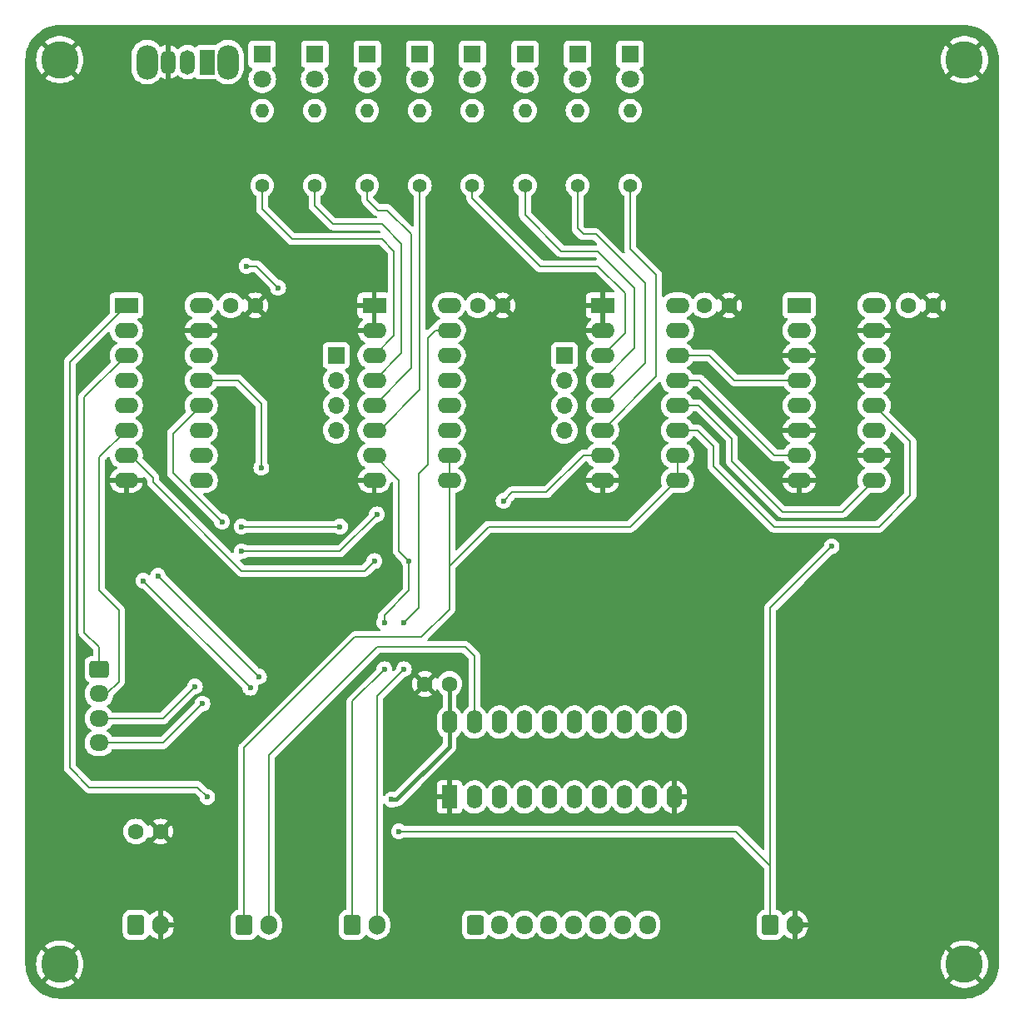
<source format=gbr>
%TF.GenerationSoftware,KiCad,Pcbnew,8.0.5*%
%TF.CreationDate,2024-10-02T19:15:38+03:00*%
%TF.ProjectId,STATUS_Register,53544154-5553-45f5-9265-676973746572,rev?*%
%TF.SameCoordinates,Original*%
%TF.FileFunction,Copper,L2,Bot*%
%TF.FilePolarity,Positive*%
%FSLAX46Y46*%
G04 Gerber Fmt 4.6, Leading zero omitted, Abs format (unit mm)*
G04 Created by KiCad (PCBNEW 8.0.5) date 2024-10-02 19:15:38*
%MOMM*%
%LPD*%
G01*
G04 APERTURE LIST*
G04 Aperture macros list*
%AMRoundRect*
0 Rectangle with rounded corners*
0 $1 Rounding radius*
0 $2 $3 $4 $5 $6 $7 $8 $9 X,Y pos of 4 corners*
0 Add a 4 corners polygon primitive as box body*
4,1,4,$2,$3,$4,$5,$6,$7,$8,$9,$2,$3,0*
0 Add four circle primitives for the rounded corners*
1,1,$1+$1,$2,$3*
1,1,$1+$1,$4,$5*
1,1,$1+$1,$6,$7*
1,1,$1+$1,$8,$9*
0 Add four rect primitives between the rounded corners*
20,1,$1+$1,$2,$3,$4,$5,0*
20,1,$1+$1,$4,$5,$6,$7,0*
20,1,$1+$1,$6,$7,$8,$9,0*
20,1,$1+$1,$8,$9,$2,$3,0*%
G04 Aperture macros list end*
%TA.AperFunction,ComponentPad*%
%ADD10C,1.600000*%
%TD*%
%TA.AperFunction,ComponentPad*%
%ADD11C,1.400000*%
%TD*%
%TA.AperFunction,ComponentPad*%
%ADD12O,1.400000X1.400000*%
%TD*%
%TA.AperFunction,ComponentPad*%
%ADD13RoundRect,0.250000X-0.600000X-0.750000X0.600000X-0.750000X0.600000X0.750000X-0.600000X0.750000X0*%
%TD*%
%TA.AperFunction,ComponentPad*%
%ADD14O,1.700000X2.000000*%
%TD*%
%TA.AperFunction,ComponentPad*%
%ADD15R,1.800000X1.800000*%
%TD*%
%TA.AperFunction,ComponentPad*%
%ADD16C,1.800000*%
%TD*%
%TA.AperFunction,ComponentPad*%
%ADD17R,2.400000X1.600000*%
%TD*%
%TA.AperFunction,ComponentPad*%
%ADD18O,2.400000X1.600000*%
%TD*%
%TA.AperFunction,ComponentPad*%
%ADD19C,3.800000*%
%TD*%
%TA.AperFunction,ComponentPad*%
%ADD20RoundRect,0.250000X-0.600000X-0.725000X0.600000X-0.725000X0.600000X0.725000X-0.600000X0.725000X0*%
%TD*%
%TA.AperFunction,ComponentPad*%
%ADD21O,1.700000X1.950000*%
%TD*%
%TA.AperFunction,ComponentPad*%
%ADD22R,1.700000X1.700000*%
%TD*%
%TA.AperFunction,ComponentPad*%
%ADD23O,1.700000X1.700000*%
%TD*%
%TA.AperFunction,ComponentPad*%
%ADD24R,1.600000X2.400000*%
%TD*%
%TA.AperFunction,ComponentPad*%
%ADD25O,1.600000X2.400000*%
%TD*%
%TA.AperFunction,ComponentPad*%
%ADD26O,2.200000X3.500000*%
%TD*%
%TA.AperFunction,ComponentPad*%
%ADD27R,1.500000X2.500000*%
%TD*%
%TA.AperFunction,ComponentPad*%
%ADD28O,1.500000X2.500000*%
%TD*%
%TA.AperFunction,ComponentPad*%
%ADD29RoundRect,0.250000X-0.725000X0.600000X-0.725000X-0.600000X0.725000X-0.600000X0.725000X0.600000X0*%
%TD*%
%TA.AperFunction,ComponentPad*%
%ADD30O,1.950000X1.700000*%
%TD*%
%TA.AperFunction,ViaPad*%
%ADD31C,0.600000*%
%TD*%
%TA.AperFunction,Conductor*%
%ADD32C,0.200000*%
%TD*%
%TA.AperFunction,Conductor*%
%ADD33C,0.400000*%
%TD*%
G04 APERTURE END LIST*
D10*
%TO.P,C4,1*%
%TO.N,+5V*%
X121380000Y-78999125D03*
%TO.P,C4,2*%
%TO.N,GND*%
X123880000Y-78999125D03*
%TD*%
D11*
%TO.P,R4,1*%
%TO.N,/Y4*%
X145965000Y-66810000D03*
D12*
%TO.P,R4,2*%
%TO.N,Net-(D5-A)*%
X145965000Y-59190000D03*
%TD*%
D11*
%TO.P,R0,1*%
%TO.N,/Y0*%
X124585000Y-66810000D03*
D12*
%TO.P,R0,2*%
%TO.N,Net-(D1-A)*%
X124585000Y-59190000D03*
%TD*%
D13*
%TO.P,J2,1,Pin_1*%
%TO.N,/DE_B*%
X122750000Y-142000000D03*
D14*
%TO.P,J2,2,Pin_2*%
%TO.N,/OE_B*%
X125250000Y-142000000D03*
%TD*%
D10*
%TO.P,C1,1*%
%TO.N,+5V*%
X146530000Y-79000000D03*
%TO.P,C1,2*%
%TO.N,GND*%
X149030000Y-79000000D03*
%TD*%
D15*
%TO.P,D1,1,K*%
%TO.N,Net-(D1-K)*%
X124585000Y-53460000D03*
D16*
%TO.P,D1,2,A*%
%TO.N,Net-(D1-A)*%
X124585000Y-56000000D03*
%TD*%
D17*
%TO.P,U5,1,S*%
%TO.N,/FLAGS_IN*%
X179200000Y-79000000D03*
D18*
%TO.P,U5,2,I0a*%
%TO.N,/B4*%
X179200000Y-81540000D03*
%TO.P,U5,3,I1a*%
%TO.N,GND*%
X179200000Y-84080000D03*
%TO.P,U5,4,Za*%
%TO.N,Net-(U2-D0)*%
X179200000Y-86620000D03*
%TO.P,U5,5,I0b*%
%TO.N,/B5*%
X179200000Y-89160000D03*
%TO.P,U5,6,I1b*%
%TO.N,GND*%
X179200000Y-91700000D03*
%TO.P,U5,7,Zb*%
%TO.N,Net-(U2-D1)*%
X179200000Y-94240000D03*
%TO.P,U5,8,GND*%
%TO.N,GND*%
X179200000Y-96780000D03*
%TO.P,U5,9,Zc*%
%TO.N,Net-(U2-D2)*%
X186820000Y-96780000D03*
%TO.P,U5,10,I1c*%
%TO.N,GND*%
X186820000Y-94240000D03*
%TO.P,U5,11,I0c*%
%TO.N,/B6*%
X186820000Y-91700000D03*
%TO.P,U5,12,Zd*%
%TO.N,Net-(U2-D3)*%
X186820000Y-89160000D03*
%TO.P,U5,13,I1d*%
%TO.N,GND*%
X186820000Y-86620000D03*
%TO.P,U5,14,I0d*%
%TO.N,/B7*%
X186820000Y-84080000D03*
%TO.P,U5,15,E*%
%TO.N,GND*%
X186820000Y-81540000D03*
%TO.P,U5,16,VCC*%
%TO.N,+5V*%
X186820000Y-79000000D03*
%TD*%
D11*
%TO.P,R1,1*%
%TO.N,/Y1*%
X129930000Y-66810000D03*
D12*
%TO.P,R1,2*%
%TO.N,Net-(D2-A)*%
X129930000Y-59190000D03*
%TD*%
D10*
%TO.P,C2,1*%
%TO.N,+5V*%
X169570000Y-79000000D03*
%TO.P,C2,2*%
%TO.N,GND*%
X172070000Y-79000000D03*
%TD*%
D19*
%TO.P,H2,1,1*%
%TO.N,GND*%
X196000000Y-146000000D03*
%TD*%
D15*
%TO.P,D3,1,K*%
%TO.N,Net-(D1-K)*%
X135275000Y-53460000D03*
D16*
%TO.P,D3,2,A*%
%TO.N,Net-(D3-A)*%
X135275000Y-56000000D03*
%TD*%
D13*
%TO.P,J1,1,Pin_1*%
%TO.N,+5V*%
X111750000Y-142000000D03*
D14*
%TO.P,J1,2,Pin_2*%
%TO.N,GND*%
X114250000Y-142000000D03*
%TD*%
D15*
%TO.P,D4,1,K*%
%TO.N,Net-(D1-K)*%
X140620000Y-53460000D03*
D16*
%TO.P,D4,2,A*%
%TO.N,Net-(D4-A)*%
X140620000Y-56000000D03*
%TD*%
D15*
%TO.P,D6,1,K*%
%TO.N,Net-(D1-K)*%
X151310000Y-53460000D03*
D16*
%TO.P,D6,2,A*%
%TO.N,Net-(D6-A)*%
X151310000Y-56000000D03*
%TD*%
D19*
%TO.P,H1,1,1*%
%TO.N,GND*%
X104000000Y-54000000D03*
%TD*%
D20*
%TO.P,J4,1,Pin_1*%
%TO.N,/B0*%
X146250000Y-142000000D03*
D21*
%TO.P,J4,2,Pin_2*%
%TO.N,/B1*%
X148750000Y-142000000D03*
%TO.P,J4,3,Pin_3*%
%TO.N,/B2*%
X151250000Y-142000000D03*
%TO.P,J4,4,Pin_4*%
%TO.N,/B3*%
X153750000Y-142000000D03*
%TO.P,J4,5,Pin_5*%
%TO.N,/B4*%
X156250000Y-142000000D03*
%TO.P,J4,6,Pin_6*%
%TO.N,/B5*%
X158750000Y-142000000D03*
%TO.P,J4,7,Pin_7*%
%TO.N,/B6*%
X161250000Y-142000000D03*
%TO.P,J4,8,Pin_8*%
%TO.N,/B7*%
X163750000Y-142000000D03*
%TD*%
D17*
%TO.P,U1,1,Oe1*%
%TO.N,GND*%
X135980000Y-79000000D03*
D18*
%TO.P,U1,2,Oe2*%
X135980000Y-81540000D03*
%TO.P,U1,3,Q0*%
%TO.N,/Y0*%
X135980000Y-84080000D03*
%TO.P,U1,4,Q1*%
%TO.N,/Y1*%
X135980000Y-86620000D03*
%TO.P,U1,5,Q2*%
%TO.N,/Y2*%
X135980000Y-89160000D03*
%TO.P,U1,6,Q3*%
%TO.N,/Y3*%
X135980000Y-91700000D03*
%TO.P,U1,7,Cp*%
%TO.N,/CLK*%
X135980000Y-94240000D03*
%TO.P,U1,8,GND*%
%TO.N,GND*%
X135980000Y-96780000D03*
%TO.P,U1,9,E1*%
%TO.N,/DE_B*%
X143600000Y-96780000D03*
%TO.P,U1,10,E2*%
X143600000Y-94240000D03*
%TO.P,U1,11,D3*%
%TO.N,Net-(U1-D3)*%
X143600000Y-91700000D03*
%TO.P,U1,12,D2*%
%TO.N,Net-(U1-D2)*%
X143600000Y-89160000D03*
%TO.P,U1,13,D1*%
%TO.N,Net-(U1-D1)*%
X143600000Y-86620000D03*
%TO.P,U1,14,D0*%
%TO.N,Net-(U1-D0)*%
X143600000Y-84080000D03*
%TO.P,U1,15,Mr*%
%TO.N,/RST*%
X143600000Y-81540000D03*
%TO.P,U1,16,VCC*%
%TO.N,+5V*%
X143600000Y-79000000D03*
%TD*%
D22*
%TO.P,J6,1,Pin_1*%
%TO.N,/Y0*%
X132100000Y-84080000D03*
D23*
%TO.P,J6,2,Pin_2*%
%TO.N,/Y1*%
X132100000Y-86620000D03*
%TO.P,J6,3,Pin_3*%
%TO.N,/Y2*%
X132100000Y-89160000D03*
%TO.P,J6,4,Pin_4*%
%TO.N,/Y3*%
X132100000Y-91700000D03*
%TD*%
D11*
%TO.P,R6,1*%
%TO.N,/Y6*%
X156655000Y-66810000D03*
D12*
%TO.P,R6,2*%
%TO.N,Net-(D7-A)*%
X156655000Y-59190000D03*
%TD*%
D10*
%TO.P,C6,1*%
%TO.N,+5V*%
X111750000Y-132500000D03*
%TO.P,C6,2*%
%TO.N,GND*%
X114250000Y-132500000D03*
%TD*%
D17*
%TO.P,U2,1,Oe1*%
%TO.N,GND*%
X159200000Y-79000000D03*
D18*
%TO.P,U2,2,Oe2*%
X159200000Y-81540000D03*
%TO.P,U2,3,Q0*%
%TO.N,/Y4*%
X159200000Y-84080000D03*
%TO.P,U2,4,Q1*%
%TO.N,/Y5*%
X159200000Y-86620000D03*
%TO.P,U2,5,Q2*%
%TO.N,/Y6*%
X159200000Y-89160000D03*
%TO.P,U2,6,Q3*%
%TO.N,/Y7*%
X159200000Y-91700000D03*
%TO.P,U2,7,Cp*%
%TO.N,/CLK*%
X159200000Y-94240000D03*
%TO.P,U2,8,GND*%
%TO.N,GND*%
X159200000Y-96780000D03*
%TO.P,U2,9,E1*%
%TO.N,/DE_B*%
X166820000Y-96780000D03*
%TO.P,U2,10,E2*%
X166820000Y-94240000D03*
%TO.P,U2,11,D3*%
%TO.N,Net-(U2-D3)*%
X166820000Y-91700000D03*
%TO.P,U2,12,D2*%
%TO.N,Net-(U2-D2)*%
X166820000Y-89160000D03*
%TO.P,U2,13,D1*%
%TO.N,Net-(U2-D1)*%
X166820000Y-86620000D03*
%TO.P,U2,14,D0*%
%TO.N,Net-(U2-D0)*%
X166820000Y-84080000D03*
%TO.P,U2,15,Mr*%
%TO.N,/RST*%
X166820000Y-81540000D03*
%TO.P,U2,16,VCC*%
%TO.N,+5V*%
X166820000Y-79000000D03*
%TD*%
D13*
%TO.P,J10,1,Pin_1*%
%TO.N,/FLAGS_IN*%
X176250000Y-142000000D03*
D14*
%TO.P,J10,2,Pin_2*%
%TO.N,GND*%
X178750000Y-142000000D03*
%TD*%
D15*
%TO.P,D7,1,K*%
%TO.N,Net-(D1-K)*%
X156655000Y-53460000D03*
D16*
%TO.P,D7,2,A*%
%TO.N,Net-(D7-A)*%
X156655000Y-56000000D03*
%TD*%
D11*
%TO.P,R7,1*%
%TO.N,/Y7*%
X162000000Y-66810000D03*
D12*
%TO.P,R7,2*%
%TO.N,Net-(D8-A)*%
X162000000Y-59190000D03*
%TD*%
D19*
%TO.P,H4,1,1*%
%TO.N,GND*%
X196000000Y-54000000D03*
%TD*%
D11*
%TO.P,R3,1*%
%TO.N,/Y3*%
X140620000Y-66810000D03*
D12*
%TO.P,R3,2*%
%TO.N,Net-(D4-A)*%
X140620000Y-59190000D03*
%TD*%
D15*
%TO.P,D8,1,K*%
%TO.N,Net-(D1-K)*%
X162000000Y-53460000D03*
D16*
%TO.P,D8,2,A*%
%TO.N,Net-(D8-A)*%
X162000000Y-56000000D03*
%TD*%
D24*
%TO.P,U3,1,A->B*%
%TO.N,GND*%
X143640000Y-129000000D03*
D25*
%TO.P,U3,2,A0*%
%TO.N,/B0*%
X146180000Y-129000000D03*
%TO.P,U3,3,A1*%
%TO.N,/B1*%
X148720000Y-129000000D03*
%TO.P,U3,4,A2*%
%TO.N,/B2*%
X151260000Y-129000000D03*
%TO.P,U3,5,A3*%
%TO.N,/B3*%
X153800000Y-129000000D03*
%TO.P,U3,6,A4*%
%TO.N,/B4*%
X156340000Y-129000000D03*
%TO.P,U3,7,A5*%
%TO.N,/B5*%
X158880000Y-129000000D03*
%TO.P,U3,8,A6*%
%TO.N,/B6*%
X161420000Y-129000000D03*
%TO.P,U3,9,A7*%
%TO.N,/B7*%
X163960000Y-129000000D03*
%TO.P,U3,10,GND*%
%TO.N,GND*%
X166500000Y-129000000D03*
%TO.P,U3,11,B7*%
%TO.N,/Y7*%
X166500000Y-121380000D03*
%TO.P,U3,12,B6*%
%TO.N,/Y6*%
X163960000Y-121380000D03*
%TO.P,U3,13,B5*%
%TO.N,/Y5*%
X161420000Y-121380000D03*
%TO.P,U3,14,B4*%
%TO.N,/Y4*%
X158880000Y-121380000D03*
%TO.P,U3,15,B3*%
%TO.N,/Y3*%
X156340000Y-121380000D03*
%TO.P,U3,16,B2*%
%TO.N,/Y2*%
X153800000Y-121380000D03*
%TO.P,U3,17,B1*%
%TO.N,/Y1*%
X151260000Y-121380000D03*
%TO.P,U3,18,B0*%
%TO.N,/Y0*%
X148720000Y-121380000D03*
%TO.P,U3,19,CE*%
%TO.N,/OE_B*%
X146180000Y-121380000D03*
%TO.P,U3,20,VCC*%
%TO.N,+5V*%
X143640000Y-121380000D03*
%TD*%
D10*
%TO.P,C3,1*%
%TO.N,+5V*%
X143640000Y-117500000D03*
%TO.P,C3,2*%
%TO.N,GND*%
X141140000Y-117500000D03*
%TD*%
D13*
%TO.P,J3,1,Pin_1*%
%TO.N,/CLK*%
X133750000Y-142000000D03*
D14*
%TO.P,J3,2,Pin_2*%
%TO.N,/RST*%
X136250000Y-142000000D03*
%TD*%
D15*
%TO.P,D2,1,K*%
%TO.N,Net-(D1-K)*%
X129930000Y-53460000D03*
D16*
%TO.P,D2,2,A*%
%TO.N,Net-(D2-A)*%
X129930000Y-56000000D03*
%TD*%
D10*
%TO.P,C5,1*%
%TO.N,+5V*%
X190320000Y-79000000D03*
%TO.P,C5,2*%
%TO.N,GND*%
X192820000Y-79000000D03*
%TD*%
D19*
%TO.P,H3,1,1*%
%TO.N,GND*%
X104000000Y-146000000D03*
%TD*%
D15*
%TO.P,D5,1,K*%
%TO.N,Net-(D1-K)*%
X145965000Y-53460000D03*
D16*
%TO.P,D5,2,A*%
%TO.N,Net-(D5-A)*%
X145965000Y-56000000D03*
%TD*%
D11*
%TO.P,R5,1*%
%TO.N,/Y5*%
X151310000Y-66810000D03*
D12*
%TO.P,R5,2*%
%TO.N,Net-(D6-A)*%
X151310000Y-59190000D03*
%TD*%
D22*
%TO.P,J7,1,Pin_1*%
%TO.N,/Y4*%
X155320000Y-84120000D03*
D23*
%TO.P,J7,2,Pin_2*%
%TO.N,/Y5*%
X155320000Y-86660000D03*
%TO.P,J7,3,Pin_3*%
%TO.N,/Y6*%
X155320000Y-89200000D03*
%TO.P,J7,4,Pin_4*%
%TO.N,/Y7*%
X155320000Y-91740000D03*
%TD*%
D26*
%TO.P,SW1,*%
%TO.N,*%
X121085000Y-54250000D03*
X112885000Y-54250000D03*
D27*
%TO.P,SW1,1,A*%
%TO.N,unconnected-(SW1-A-Pad1)*%
X118985000Y-54250000D03*
D28*
%TO.P,SW1,2,B*%
%TO.N,Net-(D1-K)*%
X116985000Y-54250000D03*
%TO.P,SW1,3,C*%
%TO.N,GND*%
X114985000Y-54250000D03*
%TD*%
D29*
%TO.P,J11,1,Pin_1*%
%TO.N,/FLAGS_0*%
X108000000Y-116000000D03*
D30*
%TO.P,J11,2,Pin_2*%
%TO.N,/FLAGS_1*%
X108000000Y-118500000D03*
%TO.P,J11,3,Pin_3*%
%TO.N,/FLAGS_2*%
X108000000Y-121000000D03*
%TO.P,J11,4,Pin_4*%
%TO.N,/FLAGS_3*%
X108000000Y-123500000D03*
%TD*%
D11*
%TO.P,R2,1*%
%TO.N,/Y2*%
X135275000Y-66810000D03*
D12*
%TO.P,R2,2*%
%TO.N,Net-(D3-A)*%
X135275000Y-59190000D03*
%TD*%
D17*
%TO.P,U4,1,S*%
%TO.N,/FLAGS_IN*%
X110760000Y-78999125D03*
D18*
%TO.P,U4,2,I0a*%
%TO.N,/B0*%
X110760000Y-81539125D03*
%TO.P,U4,3,I1a*%
%TO.N,/FLAGS_0*%
X110760000Y-84079125D03*
%TO.P,U4,4,Za*%
%TO.N,Net-(U1-D0)*%
X110760000Y-86619125D03*
%TO.P,U4,5,I0b*%
%TO.N,/B1*%
X110760000Y-89159125D03*
%TO.P,U4,6,I1b*%
%TO.N,/FLAGS_1*%
X110760000Y-91699125D03*
%TO.P,U4,7,Zb*%
%TO.N,Net-(U1-D1)*%
X110760000Y-94239125D03*
%TO.P,U4,8,GND*%
%TO.N,GND*%
X110760000Y-96779125D03*
%TO.P,U4,9,Zc*%
%TO.N,Net-(U1-D2)*%
X118380000Y-96779125D03*
%TO.P,U4,10,I1c*%
%TO.N,/FLAGS_2*%
X118380000Y-94239125D03*
%TO.P,U4,11,I0c*%
%TO.N,/B2*%
X118380000Y-91699125D03*
%TO.P,U4,12,Zd*%
%TO.N,Net-(U1-D3)*%
X118380000Y-89159125D03*
%TO.P,U4,13,I1d*%
%TO.N,/FLAGS_3*%
X118380000Y-86619125D03*
%TO.P,U4,14,I0d*%
%TO.N,/B3*%
X118380000Y-84079125D03*
%TO.P,U4,15,E*%
%TO.N,GND*%
X118380000Y-81539125D03*
%TO.P,U4,16,VCC*%
%TO.N,+5V*%
X118380000Y-78999125D03*
%TD*%
D31*
%TO.N,GND*%
X175450000Y-84500000D03*
X189750000Y-87800000D03*
X183300000Y-117750000D03*
%TO.N,+5V*%
X137750000Y-129250000D03*
%TO.N,GND*%
X184000000Y-93750000D03*
%TO.N,/CLK*%
X149125000Y-98875000D03*
X139500000Y-105000000D03*
X137000000Y-111250000D03*
X137000000Y-116000000D03*
%TO.N,/RST*%
X139000000Y-111250000D03*
X139000000Y-116000000D03*
%TO.N,/B0*%
X123375000Y-117875000D03*
X112500000Y-107000000D03*
%TO.N,/B1*%
X124250000Y-116750000D03*
X114000000Y-106500000D03*
%TO.N,/FLAGS_IN*%
X182500000Y-103500000D03*
X119000000Y-129000000D03*
X138500000Y-132500000D03*
%TO.N,/FLAGS_2*%
X117750000Y-117750000D03*
%TO.N,/FLAGS_3*%
X118500000Y-119500000D03*
X124500000Y-95500000D03*
%TO.N,Net-(U1-D0)*%
X126200000Y-77200000D03*
X123000000Y-75000000D03*
%TO.N,Net-(U1-D1)*%
X136000000Y-105000000D03*
%TO.N,Net-(U1-D2)*%
X122500000Y-104000000D03*
X136250000Y-100250000D03*
%TO.N,Net-(U1-D3)*%
X122500000Y-101500000D03*
X132500000Y-101500000D03*
X120500000Y-101000000D03*
%TD*%
D32*
%TO.N,/Y1*%
X129930000Y-66810000D02*
X129930000Y-68880000D01*
X129930000Y-68880000D02*
X131800000Y-70750000D01*
X131800000Y-70750000D02*
X136750000Y-70750000D01*
X136750000Y-70750000D02*
X138750000Y-72750000D01*
X138750000Y-72750000D02*
X138750000Y-83850000D01*
X138750000Y-83850000D02*
X135980000Y-86620000D01*
%TO.N,/Y2*%
X135980000Y-89160000D02*
X139750000Y-85390000D01*
X139750000Y-85390000D02*
X139750000Y-71750000D01*
X137325000Y-69325000D02*
X136325000Y-69325000D01*
X139750000Y-71750000D02*
X137325000Y-69325000D01*
X136325000Y-69325000D02*
X135275000Y-68275000D01*
X135275000Y-68275000D02*
X135275000Y-66810000D01*
%TO.N,/Y4*%
X159200000Y-84080000D02*
X161500000Y-81780000D01*
X161500000Y-81780000D02*
X161500000Y-77750000D01*
X145965000Y-68115000D02*
X145965000Y-66810000D01*
X161500000Y-77750000D02*
X158750000Y-75000000D01*
X158750000Y-75000000D02*
X152850000Y-75000000D01*
X152850000Y-75000000D02*
X145965000Y-68115000D01*
%TO.N,/Y5*%
X151310000Y-66810000D02*
X151310000Y-69810000D01*
X151310000Y-69810000D02*
X155000000Y-73500000D01*
X162450000Y-77200000D02*
X162450000Y-83370000D01*
X155000000Y-73500000D02*
X158750000Y-73500000D01*
X158750000Y-73500000D02*
X162450000Y-77200000D01*
X162450000Y-83370000D02*
X159200000Y-86620000D01*
%TO.N,/Y6*%
X156655000Y-66810000D02*
X156655000Y-71155000D01*
X156655000Y-71155000D02*
X157250000Y-71750000D01*
X157250000Y-71750000D02*
X158500000Y-71750000D01*
X158500000Y-71750000D02*
X163500000Y-76750000D01*
X163500000Y-76750000D02*
X163500000Y-84860000D01*
X163500000Y-84860000D02*
X159200000Y-89160000D01*
%TO.N,/Y7*%
X162000000Y-66810000D02*
X162000000Y-73250000D01*
X162000000Y-73250000D02*
X164650000Y-75900000D01*
X164650000Y-75900000D02*
X164650000Y-86250000D01*
X164650000Y-86250000D02*
X159200000Y-91700000D01*
%TO.N,Net-(U2-D3)*%
X166820000Y-91700000D02*
X168850000Y-91700000D01*
X168850000Y-91700000D02*
X170500000Y-93350000D01*
X170500000Y-95380000D02*
X176620000Y-101500000D01*
X170500000Y-93350000D02*
X170500000Y-95380000D01*
X176620000Y-101500000D02*
X187300000Y-101500000D01*
X187300000Y-101500000D02*
X190500000Y-98300000D01*
X190500000Y-98300000D02*
X190500000Y-92840000D01*
X190500000Y-92840000D02*
X186820000Y-89160000D01*
%TO.N,Net-(U2-D2)*%
X166820000Y-89160000D02*
X168960000Y-89160000D01*
X168960000Y-89160000D02*
X172350000Y-92550000D01*
X172350000Y-92550000D02*
X172350000Y-94850000D01*
X183600000Y-100000000D02*
X186820000Y-96780000D01*
X172350000Y-94850000D02*
X177500000Y-100000000D01*
X177500000Y-100000000D02*
X183600000Y-100000000D01*
%TO.N,/FLAGS_0*%
X108000000Y-116000000D02*
X108000000Y-113750000D01*
X108000000Y-113750000D02*
X106500000Y-112250000D01*
X106500000Y-88339125D02*
X110760000Y-84079125D01*
X106500000Y-112250000D02*
X106500000Y-88339125D01*
%TO.N,Net-(U1-D3)*%
X118380000Y-89159125D02*
X115500000Y-92039125D01*
X115500000Y-96000000D02*
X120500000Y-101000000D01*
X115500000Y-92039125D02*
X115500000Y-96000000D01*
%TO.N,Net-(U2-D1)*%
X166820000Y-86620000D02*
X169070000Y-86620000D01*
X169070000Y-86620000D02*
X176690000Y-94240000D01*
X176690000Y-94240000D02*
X179200000Y-94240000D01*
D33*
%TO.N,+5V*%
X138250000Y-129250000D02*
X143640000Y-123860000D01*
X143640000Y-117500000D02*
X143640000Y-121380000D01*
X143640000Y-123860000D02*
X143640000Y-121380000D01*
X137750000Y-129250000D02*
X138250000Y-129250000D01*
D32*
%TO.N,GND*%
X121340000Y-81539125D02*
X123880000Y-78999125D01*
X118380000Y-81539125D02*
X121340000Y-81539125D01*
X159200000Y-79000000D02*
X159200000Y-81540000D01*
X135980000Y-81540000D02*
X135980000Y-79000000D01*
D33*
X181950000Y-91700000D02*
X184000000Y-93750000D01*
X179200000Y-91700000D02*
X181950000Y-91700000D01*
D32*
%TO.N,Net-(U2-D0)*%
X172620000Y-86620000D02*
X179200000Y-86620000D01*
X166820000Y-84080000D02*
X170080000Y-84080000D01*
X170080000Y-84080000D02*
X172620000Y-86620000D01*
%TO.N,/OE_B*%
X136250000Y-113750000D02*
X125250000Y-124750000D01*
X146180000Y-114680000D02*
X145250000Y-113750000D01*
X125250000Y-124750000D02*
X125250000Y-142000000D01*
X145250000Y-113750000D02*
X136250000Y-113750000D01*
X146180000Y-121380000D02*
X146180000Y-114680000D01*
%TO.N,/DE_B*%
X143600000Y-109900000D02*
X140750000Y-112750000D01*
X147600000Y-101500000D02*
X143600000Y-105500000D01*
X134000000Y-112750000D02*
X122750000Y-124000000D01*
X166720000Y-96780000D02*
X162000000Y-101500000D01*
X140750000Y-112750000D02*
X134000000Y-112750000D01*
X162000000Y-101500000D02*
X147600000Y-101500000D01*
X166820000Y-96780000D02*
X166820000Y-94240000D01*
X143600000Y-96780000D02*
X143600000Y-109900000D01*
X143600000Y-96780000D02*
X143600000Y-94240000D01*
X122750000Y-124000000D02*
X122750000Y-142000000D01*
X166820000Y-96780000D02*
X166720000Y-96780000D01*
%TO.N,/CLK*%
X137000000Y-111250000D02*
X137000000Y-110500000D01*
X139500000Y-108000000D02*
X139500000Y-105000000D01*
X138500000Y-96760000D02*
X135980000Y-94240000D01*
X133750000Y-142000000D02*
X133750000Y-119250000D01*
X150000000Y-98000000D02*
X153500000Y-98000000D01*
X149125000Y-98875000D02*
X150000000Y-98000000D01*
X139500000Y-105000000D02*
X138500000Y-104000000D01*
X157260000Y-94240000D02*
X159200000Y-94240000D01*
X138500000Y-104000000D02*
X138500000Y-96760000D01*
X133750000Y-119250000D02*
X137000000Y-116000000D01*
X137000000Y-110500000D02*
X139500000Y-108000000D01*
X153500000Y-98000000D02*
X157260000Y-94240000D01*
%TO.N,/RST*%
X136250000Y-142000000D02*
X136250000Y-118750000D01*
X140500000Y-109750000D02*
X140500000Y-96100000D01*
X139000000Y-111250000D02*
X140500000Y-109750000D01*
X142210000Y-81540000D02*
X143600000Y-81540000D01*
X140500000Y-96100000D02*
X141400000Y-95200000D01*
X136250000Y-118750000D02*
X139000000Y-116000000D01*
X141400000Y-95200000D02*
X141400000Y-82350000D01*
X141400000Y-82350000D02*
X142210000Y-81540000D01*
%TO.N,/B0*%
X123375000Y-117875000D02*
X112500000Y-107000000D01*
%TO.N,/B1*%
X124250000Y-116750000D02*
X114000000Y-106500000D01*
%TO.N,/Y0*%
X138000000Y-82060000D02*
X138000000Y-73500000D01*
X127650000Y-72250000D02*
X124585000Y-69185000D01*
X124585000Y-69185000D02*
X124585000Y-66810000D01*
X138000000Y-73500000D02*
X136750000Y-72250000D01*
X136750000Y-72250000D02*
X127650000Y-72250000D01*
X135980000Y-84080000D02*
X138000000Y-82060000D01*
%TO.N,/Y3*%
X140620000Y-66810000D02*
X140620000Y-87580000D01*
X136500000Y-91700000D02*
X135980000Y-91700000D01*
X140620000Y-87580000D02*
X136500000Y-91700000D01*
%TO.N,/FLAGS_IN*%
X118000000Y-128000000D02*
X107000000Y-128000000D01*
X172750000Y-132500000D02*
X138500000Y-132500000D01*
X107000000Y-128000000D02*
X105000000Y-126000000D01*
X119000000Y-129000000D02*
X118000000Y-128000000D01*
X176250000Y-109750000D02*
X182500000Y-103500000D01*
X176250000Y-142000000D02*
X176250000Y-136000000D01*
X105000000Y-84759125D02*
X110760000Y-78999125D01*
X176250000Y-136000000D02*
X176250000Y-109750000D01*
X176250000Y-136000000D02*
X172750000Y-132500000D01*
X105000000Y-126000000D02*
X105000000Y-84759125D01*
%TO.N,/FLAGS_2*%
X117750000Y-117750000D02*
X114500000Y-121000000D01*
X114500000Y-121000000D02*
X107500000Y-121000000D01*
%TO.N,/FLAGS_1*%
X110000000Y-110000000D02*
X110000000Y-117250000D01*
X108000000Y-108000000D02*
X110000000Y-110000000D01*
X108000000Y-118500000D02*
X108750000Y-118500000D01*
X108000000Y-94459125D02*
X108000000Y-108000000D01*
X110760000Y-91699125D02*
X108000000Y-94459125D01*
X110000000Y-117250000D02*
X108750000Y-118500000D01*
X107500000Y-118500000D02*
X108750000Y-118500000D01*
%TO.N,/FLAGS_3*%
X114500000Y-123500000D02*
X107500000Y-123500000D01*
X122119125Y-86619125D02*
X118380000Y-86619125D01*
X124500000Y-95500000D02*
X124500000Y-89000000D01*
X124500000Y-89000000D02*
X122119125Y-86619125D01*
X118500000Y-119500000D02*
X114500000Y-123500000D01*
%TO.N,Net-(U1-D0)*%
X124000000Y-75000000D02*
X123000000Y-75000000D01*
X126200000Y-77200000D02*
X124000000Y-75000000D01*
%TO.N,Net-(U1-D1)*%
X122500000Y-106000000D02*
X113500000Y-97000000D01*
X136000000Y-105000000D02*
X135000000Y-106000000D01*
X113500000Y-97000000D02*
X113500000Y-96500000D01*
X111239125Y-94239125D02*
X110760000Y-94239125D01*
X113500000Y-96500000D02*
X111239125Y-94239125D01*
X135000000Y-106000000D02*
X122500000Y-106000000D01*
%TO.N,Net-(U1-D2)*%
X122500000Y-104000000D02*
X132500000Y-104000000D01*
X132500000Y-104000000D02*
X136250000Y-100250000D01*
%TO.N,Net-(U1-D3)*%
X122500000Y-101500000D02*
X132500000Y-101500000D01*
%TD*%
%TA.AperFunction,Conductor*%
%TO.N,GND*%
G36*
X168726942Y-89780185D02*
G01*
X168747584Y-89796819D01*
X171713181Y-92762416D01*
X171746666Y-92823739D01*
X171749500Y-92850097D01*
X171749500Y-94763330D01*
X171749499Y-94763348D01*
X171749499Y-94929054D01*
X171749498Y-94929054D01*
X171790424Y-95081789D01*
X171790425Y-95081790D01*
X171813030Y-95120942D01*
X171813031Y-95120944D01*
X171869475Y-95218709D01*
X171869481Y-95218717D01*
X171988349Y-95337585D01*
X171988355Y-95337590D01*
X177015139Y-100364374D01*
X177015149Y-100364385D01*
X177019479Y-100368715D01*
X177019480Y-100368716D01*
X177131284Y-100480520D01*
X177218095Y-100530639D01*
X177218097Y-100530641D01*
X177256151Y-100552611D01*
X177268215Y-100559577D01*
X177420943Y-100600501D01*
X177420946Y-100600501D01*
X177586653Y-100600501D01*
X177586669Y-100600500D01*
X183513331Y-100600500D01*
X183513347Y-100600501D01*
X183520943Y-100600501D01*
X183679054Y-100600501D01*
X183679057Y-100600501D01*
X183831785Y-100559577D01*
X183881904Y-100530639D01*
X183968716Y-100480520D01*
X184080520Y-100368716D01*
X184080520Y-100368714D01*
X184090728Y-100358507D01*
X184090729Y-100358504D01*
X186332417Y-98116819D01*
X186393740Y-98083334D01*
X186420098Y-98080500D01*
X187322351Y-98080500D01*
X187322352Y-98080500D01*
X187524534Y-98048477D01*
X187719219Y-97985220D01*
X187901610Y-97892287D01*
X187994590Y-97824732D01*
X188067213Y-97771971D01*
X188067215Y-97771968D01*
X188067219Y-97771966D01*
X188211966Y-97627219D01*
X188211968Y-97627215D01*
X188211971Y-97627213D01*
X188264732Y-97554590D01*
X188332287Y-97461610D01*
X188425220Y-97279219D01*
X188488477Y-97084534D01*
X188520500Y-96882352D01*
X188520500Y-96677648D01*
X188500232Y-96549685D01*
X188488477Y-96475465D01*
X188453792Y-96368716D01*
X188425220Y-96280781D01*
X188425218Y-96280778D01*
X188425218Y-96280776D01*
X188378485Y-96189059D01*
X188332287Y-96098390D01*
X188318239Y-96079054D01*
X188211971Y-95932786D01*
X188067213Y-95788028D01*
X187901611Y-95667713D01*
X187808369Y-95620203D01*
X187757574Y-95572229D01*
X187740779Y-95504407D01*
X187763317Y-95438273D01*
X187808371Y-95399234D01*
X187901347Y-95351861D01*
X188066894Y-95231582D01*
X188066895Y-95231582D01*
X188211582Y-95086895D01*
X188211582Y-95086894D01*
X188331859Y-94921349D01*
X188424755Y-94739029D01*
X188487990Y-94544413D01*
X188496609Y-94490000D01*
X187135686Y-94490000D01*
X187140080Y-94485606D01*
X187192741Y-94394394D01*
X187220000Y-94292661D01*
X187220000Y-94187339D01*
X187192741Y-94085606D01*
X187140080Y-93994394D01*
X187135686Y-93990000D01*
X188496609Y-93990000D01*
X188487990Y-93935586D01*
X188424755Y-93740970D01*
X188331859Y-93558650D01*
X188211582Y-93393105D01*
X188211582Y-93393104D01*
X188066895Y-93248417D01*
X187901349Y-93128140D01*
X187808370Y-93080765D01*
X187757574Y-93032790D01*
X187740779Y-92964969D01*
X187763316Y-92898835D01*
X187808370Y-92859795D01*
X187810637Y-92858640D01*
X187901610Y-92812287D01*
X188003180Y-92738493D01*
X188067213Y-92691971D01*
X188067215Y-92691968D01*
X188067219Y-92691966D01*
X188211966Y-92547219D01*
X188211968Y-92547215D01*
X188211971Y-92547213D01*
X188303247Y-92421580D01*
X188332287Y-92381610D01*
X188425220Y-92199219D01*
X188488477Y-92004534D01*
X188495093Y-91962761D01*
X188525020Y-91899631D01*
X188584330Y-91862699D01*
X188654193Y-91863695D01*
X188705246Y-91894481D01*
X189863181Y-93052416D01*
X189896666Y-93113739D01*
X189899500Y-93140097D01*
X189899500Y-97999903D01*
X189879815Y-98066942D01*
X189863181Y-98087584D01*
X187087584Y-100863181D01*
X187026261Y-100896666D01*
X186999903Y-100899500D01*
X176920097Y-100899500D01*
X176853058Y-100879815D01*
X176832416Y-100863181D01*
X171136819Y-95167584D01*
X171103334Y-95106261D01*
X171100500Y-95079903D01*
X171100500Y-93270945D01*
X171100500Y-93270943D01*
X171059577Y-93118216D01*
X171037793Y-93080485D01*
X170980524Y-92981290D01*
X170980521Y-92981286D01*
X170980520Y-92981284D01*
X170868716Y-92869480D01*
X170868715Y-92869479D01*
X170864385Y-92865149D01*
X170864374Y-92865139D01*
X169337590Y-91338355D01*
X169337588Y-91338352D01*
X169218717Y-91219481D01*
X169218716Y-91219480D01*
X169131904Y-91169360D01*
X169131904Y-91169359D01*
X169131900Y-91169358D01*
X169081785Y-91140423D01*
X168929057Y-91099499D01*
X168770943Y-91099499D01*
X168763347Y-91099499D01*
X168763331Y-91099500D01*
X168449602Y-91099500D01*
X168382563Y-91079815D01*
X168339117Y-91031795D01*
X168332287Y-91018390D01*
X168332285Y-91018387D01*
X168332284Y-91018385D01*
X168211971Y-90852786D01*
X168067213Y-90708028D01*
X167901614Y-90587715D01*
X167858927Y-90565965D01*
X167808917Y-90540483D01*
X167758123Y-90492511D01*
X167741328Y-90424690D01*
X167763865Y-90358555D01*
X167808917Y-90319516D01*
X167901610Y-90272287D01*
X168003180Y-90198493D01*
X168067213Y-90151971D01*
X168067215Y-90151968D01*
X168067219Y-90151966D01*
X168211966Y-90007219D01*
X168211968Y-90007215D01*
X168211971Y-90007213D01*
X168332284Y-89841614D01*
X168332285Y-89841613D01*
X168332287Y-89841610D01*
X168339117Y-89828204D01*
X168387091Y-89777409D01*
X168449602Y-89760500D01*
X168659903Y-89760500D01*
X168726942Y-89780185D01*
G37*
%TD.AperFunction*%
%TA.AperFunction,Conductor*%
G36*
X169846942Y-84700185D02*
G01*
X169867584Y-84716819D01*
X172135139Y-86984374D01*
X172135149Y-86984385D01*
X172139479Y-86988715D01*
X172139480Y-86988716D01*
X172251284Y-87100520D01*
X172251286Y-87100521D01*
X172251290Y-87100524D01*
X172388209Y-87179573D01*
X172388216Y-87179577D01*
X172500019Y-87209534D01*
X172540942Y-87220500D01*
X172540943Y-87220500D01*
X177570398Y-87220500D01*
X177637437Y-87240185D01*
X177680883Y-87288205D01*
X177687715Y-87301614D01*
X177808028Y-87467213D01*
X177952786Y-87611971D01*
X178071883Y-87698498D01*
X178118390Y-87732287D01*
X178209363Y-87778640D01*
X178211080Y-87779515D01*
X178261876Y-87827490D01*
X178278671Y-87895311D01*
X178256134Y-87961446D01*
X178211080Y-88000485D01*
X178118386Y-88047715D01*
X177952786Y-88168028D01*
X177808028Y-88312786D01*
X177687715Y-88478386D01*
X177594781Y-88660776D01*
X177531522Y-88855465D01*
X177499500Y-89057648D01*
X177499500Y-89262351D01*
X177531522Y-89464534D01*
X177594781Y-89659223D01*
X177646385Y-89760500D01*
X177687267Y-89840735D01*
X177687715Y-89841613D01*
X177808028Y-90007213D01*
X177952786Y-90151971D01*
X178071883Y-90238498D01*
X178118390Y-90272287D01*
X178190424Y-90308990D01*
X178211629Y-90319795D01*
X178262425Y-90367770D01*
X178279220Y-90435591D01*
X178256682Y-90501726D01*
X178211629Y-90540765D01*
X178118650Y-90588140D01*
X177953105Y-90708417D01*
X177953104Y-90708417D01*
X177808417Y-90853104D01*
X177808417Y-90853105D01*
X177688140Y-91018650D01*
X177595244Y-91200970D01*
X177532009Y-91395586D01*
X177523391Y-91450000D01*
X178884314Y-91450000D01*
X178879920Y-91454394D01*
X178827259Y-91545606D01*
X178800000Y-91647339D01*
X178800000Y-91752661D01*
X178827259Y-91854394D01*
X178879920Y-91945606D01*
X178884314Y-91950000D01*
X177523391Y-91950000D01*
X177532009Y-92004413D01*
X177595244Y-92199029D01*
X177688140Y-92381349D01*
X177808417Y-92546894D01*
X177808417Y-92546895D01*
X177953104Y-92691582D01*
X178118652Y-92811861D01*
X178211628Y-92859234D01*
X178262425Y-92907208D01*
X178279220Y-92975029D01*
X178256683Y-93041164D01*
X178211630Y-93080203D01*
X178118388Y-93127713D01*
X177952786Y-93248028D01*
X177808028Y-93392786D01*
X177687715Y-93558385D01*
X177680883Y-93571795D01*
X177632909Y-93622591D01*
X177570398Y-93639500D01*
X176990097Y-93639500D01*
X176923058Y-93619815D01*
X176902416Y-93603181D01*
X169557590Y-86258355D01*
X169557588Y-86258352D01*
X169438717Y-86139481D01*
X169438716Y-86139480D01*
X169351904Y-86089360D01*
X169351904Y-86089359D01*
X169351900Y-86089358D01*
X169301785Y-86060423D01*
X169149057Y-86019499D01*
X168990943Y-86019499D01*
X168983347Y-86019499D01*
X168983331Y-86019500D01*
X168449602Y-86019500D01*
X168382563Y-85999815D01*
X168339117Y-85951795D01*
X168338551Y-85950684D01*
X168332287Y-85938390D01*
X168332285Y-85938387D01*
X168332284Y-85938385D01*
X168211971Y-85772786D01*
X168067213Y-85628028D01*
X167901614Y-85507715D01*
X167858927Y-85485965D01*
X167808917Y-85460483D01*
X167758123Y-85412511D01*
X167741328Y-85344690D01*
X167763865Y-85278555D01*
X167808917Y-85239516D01*
X167901610Y-85192287D01*
X167950259Y-85156942D01*
X168067213Y-85071971D01*
X168067215Y-85071968D01*
X168067219Y-85071966D01*
X168211966Y-84927219D01*
X168211968Y-84927215D01*
X168211971Y-84927213D01*
X168332284Y-84761614D01*
X168332285Y-84761613D01*
X168332287Y-84761610D01*
X168339117Y-84748204D01*
X168387091Y-84697409D01*
X168449602Y-84680500D01*
X169779903Y-84680500D01*
X169846942Y-84700185D01*
G37*
%TD.AperFunction*%
%TA.AperFunction,Conductor*%
G36*
X136230000Y-81224314D02*
G01*
X136225606Y-81219920D01*
X136134394Y-81167259D01*
X136032661Y-81140000D01*
X135927339Y-81140000D01*
X135825606Y-81167259D01*
X135734394Y-81219920D01*
X135730000Y-81224314D01*
X135730000Y-79315686D01*
X135734394Y-79320080D01*
X135825606Y-79372741D01*
X135927339Y-79400000D01*
X136032661Y-79400000D01*
X136134394Y-79372741D01*
X136225606Y-79320080D01*
X136230000Y-79315686D01*
X136230000Y-81224314D01*
G37*
%TD.AperFunction*%
%TA.AperFunction,Conductor*%
G36*
X159450000Y-81224314D02*
G01*
X159445606Y-81219920D01*
X159354394Y-81167259D01*
X159252661Y-81140000D01*
X159147339Y-81140000D01*
X159045606Y-81167259D01*
X158954394Y-81219920D01*
X158950000Y-81224314D01*
X158950000Y-79315686D01*
X158954394Y-79320080D01*
X159045606Y-79372741D01*
X159147339Y-79400000D01*
X159252661Y-79400000D01*
X159354394Y-79372741D01*
X159445606Y-79320080D01*
X159450000Y-79315686D01*
X159450000Y-81224314D01*
G37*
%TD.AperFunction*%
%TA.AperFunction,Conductor*%
G36*
X196003032Y-50500648D02*
G01*
X196336929Y-50517052D01*
X196349037Y-50518245D01*
X196452146Y-50533539D01*
X196676699Y-50566849D01*
X196688617Y-50569219D01*
X197009951Y-50649709D01*
X197021588Y-50653240D01*
X197092806Y-50678722D01*
X197333467Y-50764832D01*
X197344688Y-50769479D01*
X197644163Y-50911120D01*
X197654871Y-50916844D01*
X197938988Y-51087137D01*
X197949106Y-51093897D01*
X198215170Y-51291224D01*
X198224576Y-51298944D01*
X198470013Y-51521395D01*
X198478604Y-51529986D01*
X198644434Y-51712951D01*
X198701055Y-51775423D01*
X198708775Y-51784829D01*
X198906102Y-52050893D01*
X198912862Y-52061011D01*
X199041776Y-52276092D01*
X199083148Y-52345116D01*
X199088883Y-52355844D01*
X199224439Y-52642454D01*
X199230514Y-52655297D01*
X199235170Y-52666540D01*
X199346759Y-52978411D01*
X199350292Y-52990055D01*
X199430777Y-53311369D01*
X199433151Y-53323305D01*
X199481754Y-53650962D01*
X199482947Y-53663071D01*
X199499351Y-53996966D01*
X199499500Y-54003051D01*
X199499500Y-145996948D01*
X199499351Y-146003033D01*
X199482947Y-146336928D01*
X199481754Y-146349037D01*
X199433151Y-146676694D01*
X199430777Y-146688630D01*
X199350292Y-147009944D01*
X199346759Y-147021588D01*
X199235170Y-147333459D01*
X199230514Y-147344702D01*
X199088885Y-147644151D01*
X199083148Y-147654883D01*
X198912862Y-147938988D01*
X198906102Y-147949106D01*
X198708775Y-148215170D01*
X198701055Y-148224576D01*
X198478611Y-148470006D01*
X198470006Y-148478611D01*
X198224576Y-148701055D01*
X198215170Y-148708775D01*
X197949106Y-148906102D01*
X197938988Y-148912862D01*
X197654883Y-149083148D01*
X197644151Y-149088885D01*
X197344702Y-149230514D01*
X197333459Y-149235170D01*
X197021588Y-149346759D01*
X197009944Y-149350292D01*
X196688630Y-149430777D01*
X196676694Y-149433151D01*
X196349037Y-149481754D01*
X196336928Y-149482947D01*
X196021989Y-149498419D01*
X196003031Y-149499351D01*
X195996949Y-149499500D01*
X104003051Y-149499500D01*
X103996968Y-149499351D01*
X103976900Y-149498365D01*
X103663071Y-149482947D01*
X103650962Y-149481754D01*
X103323305Y-149433151D01*
X103311369Y-149430777D01*
X102990055Y-149350292D01*
X102978411Y-149346759D01*
X102666540Y-149235170D01*
X102655301Y-149230515D01*
X102355844Y-149088883D01*
X102345121Y-149083150D01*
X102061011Y-148912862D01*
X102050893Y-148906102D01*
X101784829Y-148708775D01*
X101775423Y-148701055D01*
X101736475Y-148665755D01*
X101529986Y-148478604D01*
X101521395Y-148470013D01*
X101298944Y-148224576D01*
X101291224Y-148215170D01*
X101154187Y-148030397D01*
X101093895Y-147949103D01*
X101087137Y-147938988D01*
X100916844Y-147654871D01*
X100911120Y-147644163D01*
X100769479Y-147344688D01*
X100764829Y-147333459D01*
X100653240Y-147021588D01*
X100649707Y-147009944D01*
X100640958Y-146975015D01*
X100569219Y-146688617D01*
X100566848Y-146676694D01*
X100551989Y-146576525D01*
X100518245Y-146349037D01*
X100517052Y-146336927D01*
X100500649Y-146003032D01*
X100500575Y-145999994D01*
X101595255Y-145999994D01*
X101595255Y-146000005D01*
X101614215Y-146301383D01*
X101614216Y-146301390D01*
X101670805Y-146598040D01*
X101764125Y-146885247D01*
X101764127Y-146885252D01*
X101892704Y-147158491D01*
X101892707Y-147158497D01*
X102054516Y-147413469D01*
X102135311Y-147511133D01*
X103063708Y-146582736D01*
X103160967Y-146716602D01*
X103283398Y-146839033D01*
X103417262Y-146936290D01*
X102486564Y-147866987D01*
X102486565Y-147866989D01*
X102711461Y-148030385D01*
X102711479Y-148030397D01*
X102976109Y-148175878D01*
X102976117Y-148175882D01*
X103256889Y-148287047D01*
X103256892Y-148287048D01*
X103549399Y-148362150D01*
X103848995Y-148399999D01*
X103849007Y-148400000D01*
X104150993Y-148400000D01*
X104151004Y-148399999D01*
X104450600Y-148362150D01*
X104743107Y-148287048D01*
X104743110Y-148287047D01*
X105023882Y-148175882D01*
X105023890Y-148175878D01*
X105288520Y-148030397D01*
X105288530Y-148030390D01*
X105513433Y-147866987D01*
X105513434Y-147866987D01*
X104582737Y-146936290D01*
X104716602Y-146839033D01*
X104839033Y-146716602D01*
X104936290Y-146582737D01*
X105864687Y-147511134D01*
X105945486Y-147413464D01*
X106107292Y-147158497D01*
X106107295Y-147158491D01*
X106235872Y-146885252D01*
X106235874Y-146885247D01*
X106329194Y-146598040D01*
X106385783Y-146301390D01*
X106385784Y-146301383D01*
X106404745Y-146000005D01*
X106404745Y-145999994D01*
X193595255Y-145999994D01*
X193595255Y-146000005D01*
X193614215Y-146301383D01*
X193614216Y-146301390D01*
X193670805Y-146598040D01*
X193764125Y-146885247D01*
X193764127Y-146885252D01*
X193892704Y-147158491D01*
X193892707Y-147158497D01*
X194054516Y-147413469D01*
X194135311Y-147511133D01*
X195063708Y-146582736D01*
X195160967Y-146716602D01*
X195283398Y-146839033D01*
X195417262Y-146936290D01*
X194486564Y-147866987D01*
X194486565Y-147866989D01*
X194711461Y-148030385D01*
X194711479Y-148030397D01*
X194976109Y-148175878D01*
X194976117Y-148175882D01*
X195256889Y-148287047D01*
X195256892Y-148287048D01*
X195549399Y-148362150D01*
X195848995Y-148399999D01*
X195849007Y-148400000D01*
X196150993Y-148400000D01*
X196151004Y-148399999D01*
X196450600Y-148362150D01*
X196743107Y-148287048D01*
X196743110Y-148287047D01*
X197023882Y-148175882D01*
X197023890Y-148175878D01*
X197288520Y-148030397D01*
X197288530Y-148030390D01*
X197513433Y-147866987D01*
X197513434Y-147866987D01*
X196582737Y-146936290D01*
X196716602Y-146839033D01*
X196839033Y-146716602D01*
X196936290Y-146582737D01*
X197864687Y-147511134D01*
X197945486Y-147413464D01*
X198107292Y-147158497D01*
X198107295Y-147158491D01*
X198235872Y-146885252D01*
X198235874Y-146885247D01*
X198329194Y-146598040D01*
X198385783Y-146301390D01*
X198385784Y-146301383D01*
X198404745Y-146000005D01*
X198404745Y-145999994D01*
X198385784Y-145698616D01*
X198385783Y-145698609D01*
X198329194Y-145401959D01*
X198235874Y-145114752D01*
X198235872Y-145114747D01*
X198107295Y-144841508D01*
X198107292Y-144841502D01*
X197945483Y-144586530D01*
X197864686Y-144488864D01*
X196936289Y-145417261D01*
X196839033Y-145283398D01*
X196716602Y-145160967D01*
X196582736Y-145063709D01*
X197513434Y-144133011D01*
X197513433Y-144133009D01*
X197288538Y-143969614D01*
X197288520Y-143969602D01*
X197023890Y-143824121D01*
X197023882Y-143824117D01*
X196743110Y-143712952D01*
X196743107Y-143712951D01*
X196450600Y-143637849D01*
X196151004Y-143600000D01*
X195848995Y-143600000D01*
X195549399Y-143637849D01*
X195256892Y-143712951D01*
X195256889Y-143712952D01*
X194976117Y-143824117D01*
X194976109Y-143824121D01*
X194711476Y-143969604D01*
X194711471Y-143969607D01*
X194486565Y-144133010D01*
X194486564Y-144133011D01*
X195417262Y-145063709D01*
X195283398Y-145160967D01*
X195160967Y-145283398D01*
X195063709Y-145417262D01*
X194135311Y-144488864D01*
X194054520Y-144586525D01*
X194054518Y-144586528D01*
X193892707Y-144841502D01*
X193892704Y-144841508D01*
X193764127Y-145114747D01*
X193764125Y-145114752D01*
X193670805Y-145401959D01*
X193614216Y-145698609D01*
X193614215Y-145698616D01*
X193595255Y-145999994D01*
X106404745Y-145999994D01*
X106385784Y-145698616D01*
X106385783Y-145698609D01*
X106329194Y-145401959D01*
X106235874Y-145114752D01*
X106235872Y-145114747D01*
X106107295Y-144841508D01*
X106107292Y-144841502D01*
X105945483Y-144586530D01*
X105864686Y-144488864D01*
X104936289Y-145417261D01*
X104839033Y-145283398D01*
X104716602Y-145160967D01*
X104582736Y-145063709D01*
X105513434Y-144133011D01*
X105513433Y-144133009D01*
X105288538Y-143969614D01*
X105288520Y-143969602D01*
X105023890Y-143824121D01*
X105023882Y-143824117D01*
X104743110Y-143712952D01*
X104743107Y-143712951D01*
X104450600Y-143637849D01*
X104151004Y-143600000D01*
X103848995Y-143600000D01*
X103549399Y-143637849D01*
X103256892Y-143712951D01*
X103256889Y-143712952D01*
X102976117Y-143824117D01*
X102976109Y-143824121D01*
X102711476Y-143969604D01*
X102711471Y-143969607D01*
X102486565Y-144133010D01*
X102486564Y-144133011D01*
X103417262Y-145063709D01*
X103283398Y-145160967D01*
X103160967Y-145283398D01*
X103063709Y-145417262D01*
X102135311Y-144488864D01*
X102054520Y-144586525D01*
X102054518Y-144586528D01*
X101892707Y-144841502D01*
X101892704Y-144841508D01*
X101764127Y-145114747D01*
X101764125Y-145114752D01*
X101670805Y-145401959D01*
X101614216Y-145698609D01*
X101614215Y-145698616D01*
X101595255Y-145999994D01*
X100500575Y-145999994D01*
X100500500Y-145996948D01*
X100500500Y-141199983D01*
X110399500Y-141199983D01*
X110399500Y-142800001D01*
X110399501Y-142800018D01*
X110410000Y-142902796D01*
X110410001Y-142902799D01*
X110455094Y-143038879D01*
X110465186Y-143069334D01*
X110557288Y-143218656D01*
X110681344Y-143342712D01*
X110830666Y-143434814D01*
X110997203Y-143489999D01*
X111099991Y-143500500D01*
X112400008Y-143500499D01*
X112502797Y-143489999D01*
X112669334Y-143434814D01*
X112818656Y-143342712D01*
X112942712Y-143218656D01*
X113034814Y-143069334D01*
X113034814Y-143069331D01*
X113038448Y-143063441D01*
X113090395Y-143016716D01*
X113159358Y-143005493D01*
X113223440Y-143033336D01*
X113231668Y-143040856D01*
X113370535Y-143179723D01*
X113370540Y-143179727D01*
X113542442Y-143304620D01*
X113731782Y-143401095D01*
X113933871Y-143466757D01*
X114000000Y-143477231D01*
X114000000Y-142433012D01*
X114057007Y-142465925D01*
X114184174Y-142500000D01*
X114315826Y-142500000D01*
X114442993Y-142465925D01*
X114500000Y-142433012D01*
X114500000Y-143477230D01*
X114566126Y-143466757D01*
X114566129Y-143466757D01*
X114768217Y-143401095D01*
X114957557Y-143304620D01*
X115129459Y-143179727D01*
X115129464Y-143179723D01*
X115279723Y-143029464D01*
X115279727Y-143029459D01*
X115404620Y-142857557D01*
X115501095Y-142668217D01*
X115566757Y-142466130D01*
X115566757Y-142466127D01*
X115600000Y-142256246D01*
X115600000Y-142250000D01*
X114683012Y-142250000D01*
X114715925Y-142192993D01*
X114750000Y-142065826D01*
X114750000Y-141934174D01*
X114715925Y-141807007D01*
X114683012Y-141750000D01*
X115600000Y-141750000D01*
X115600000Y-141743753D01*
X115566757Y-141533872D01*
X115566757Y-141533869D01*
X115501095Y-141331782D01*
X115433939Y-141199983D01*
X121399500Y-141199983D01*
X121399500Y-142800001D01*
X121399501Y-142800018D01*
X121410000Y-142902796D01*
X121410001Y-142902799D01*
X121455094Y-143038879D01*
X121465186Y-143069334D01*
X121557288Y-143218656D01*
X121681344Y-143342712D01*
X121830666Y-143434814D01*
X121997203Y-143489999D01*
X122099991Y-143500500D01*
X123400008Y-143500499D01*
X123502797Y-143489999D01*
X123669334Y-143434814D01*
X123818656Y-143342712D01*
X123942712Y-143218656D01*
X124034814Y-143069334D01*
X124034814Y-143069331D01*
X124038178Y-143063879D01*
X124090126Y-143017154D01*
X124159088Y-143005931D01*
X124223170Y-143033774D01*
X124231398Y-143041294D01*
X124370213Y-143180109D01*
X124542179Y-143305048D01*
X124542181Y-143305049D01*
X124542184Y-143305051D01*
X124731588Y-143401557D01*
X124933757Y-143467246D01*
X125143713Y-143500500D01*
X125143714Y-143500500D01*
X125356286Y-143500500D01*
X125356287Y-143500500D01*
X125566243Y-143467246D01*
X125768412Y-143401557D01*
X125957816Y-143305051D01*
X125992230Y-143280048D01*
X126129786Y-143180109D01*
X126129788Y-143180106D01*
X126129792Y-143180104D01*
X126280104Y-143029792D01*
X126280106Y-143029788D01*
X126280109Y-143029786D01*
X126405048Y-142857820D01*
X126405047Y-142857820D01*
X126405051Y-142857816D01*
X126501557Y-142668412D01*
X126567246Y-142466243D01*
X126600500Y-142256287D01*
X126600500Y-141743713D01*
X126567246Y-141533757D01*
X126501557Y-141331588D01*
X126405051Y-141142184D01*
X126405049Y-141142181D01*
X126405048Y-141142179D01*
X126280109Y-140970213D01*
X126129786Y-140819890D01*
X125957815Y-140694948D01*
X125957814Y-140694947D01*
X125918205Y-140674765D01*
X125867409Y-140626791D01*
X125850500Y-140564281D01*
X125850500Y-125050097D01*
X125870185Y-124983058D01*
X125886819Y-124962416D01*
X136462416Y-114386819D01*
X136523739Y-114353334D01*
X136550097Y-114350500D01*
X144949903Y-114350500D01*
X145016942Y-114370185D01*
X145037584Y-114386819D01*
X145543181Y-114892416D01*
X145576666Y-114953739D01*
X145579500Y-114980097D01*
X145579500Y-119750397D01*
X145559815Y-119817436D01*
X145511800Y-119860879D01*
X145498389Y-119867712D01*
X145332786Y-119988028D01*
X145188028Y-120132786D01*
X145067715Y-120298386D01*
X145020485Y-120391080D01*
X144972510Y-120441876D01*
X144904689Y-120458671D01*
X144838554Y-120436134D01*
X144799515Y-120391080D01*
X144793775Y-120379815D01*
X144752287Y-120298390D01*
X144699540Y-120225789D01*
X144631971Y-120132786D01*
X144487217Y-119988032D01*
X144487212Y-119988028D01*
X144391615Y-119918573D01*
X144348949Y-119863243D01*
X144340500Y-119818255D01*
X144340500Y-118661672D01*
X144360185Y-118594633D01*
X144393375Y-118560098D01*
X144479139Y-118500047D01*
X144640047Y-118339139D01*
X144770568Y-118152734D01*
X144866739Y-117946496D01*
X144925635Y-117726692D01*
X144945468Y-117500000D01*
X144943874Y-117481785D01*
X144931481Y-117340126D01*
X144925635Y-117273308D01*
X144875366Y-117085702D01*
X144866741Y-117053511D01*
X144866738Y-117053502D01*
X144825297Y-116964632D01*
X144770568Y-116847266D01*
X144640047Y-116660861D01*
X144640045Y-116660858D01*
X144479141Y-116499954D01*
X144292734Y-116369432D01*
X144292732Y-116369431D01*
X144086497Y-116273261D01*
X144086488Y-116273258D01*
X143866697Y-116214366D01*
X143866693Y-116214365D01*
X143866692Y-116214365D01*
X143866691Y-116214364D01*
X143866686Y-116214364D01*
X143640002Y-116194532D01*
X143639998Y-116194532D01*
X143413313Y-116214364D01*
X143413302Y-116214366D01*
X143193511Y-116273258D01*
X143193502Y-116273261D01*
X142987267Y-116369431D01*
X142987265Y-116369432D01*
X142800858Y-116499954D01*
X142639954Y-116660858D01*
X142509432Y-116847265D01*
X142509429Y-116847270D01*
X142502104Y-116862979D01*
X142455929Y-116915417D01*
X142388735Y-116934566D01*
X142321855Y-116914347D01*
X142277341Y-116862973D01*
X142270133Y-116847515D01*
X142270132Y-116847513D01*
X142219025Y-116774526D01*
X141540000Y-117453551D01*
X141540000Y-117447339D01*
X141512741Y-117345606D01*
X141460080Y-117254394D01*
X141385606Y-117179920D01*
X141294394Y-117127259D01*
X141192661Y-117100000D01*
X141186448Y-117100000D01*
X141865472Y-116420974D01*
X141792478Y-116369863D01*
X141586331Y-116273735D01*
X141586317Y-116273730D01*
X141366610Y-116214860D01*
X141366599Y-116214858D01*
X141140002Y-116195034D01*
X141139998Y-116195034D01*
X140913400Y-116214858D01*
X140913389Y-116214860D01*
X140693682Y-116273730D01*
X140693673Y-116273734D01*
X140487516Y-116369866D01*
X140487512Y-116369868D01*
X140414526Y-116420973D01*
X140414526Y-116420974D01*
X141093553Y-117100000D01*
X141087339Y-117100000D01*
X140985606Y-117127259D01*
X140894394Y-117179920D01*
X140819920Y-117254394D01*
X140767259Y-117345606D01*
X140740000Y-117447339D01*
X140740000Y-117453552D01*
X140060974Y-116774526D01*
X140060973Y-116774526D01*
X140009868Y-116847512D01*
X140009866Y-116847516D01*
X139913734Y-117053673D01*
X139913730Y-117053682D01*
X139854860Y-117273389D01*
X139854858Y-117273400D01*
X139835034Y-117499997D01*
X139835034Y-117500002D01*
X139854858Y-117726599D01*
X139854860Y-117726610D01*
X139913730Y-117946317D01*
X139913735Y-117946331D01*
X140009863Y-118152478D01*
X140060974Y-118225472D01*
X140740000Y-117546446D01*
X140740000Y-117552661D01*
X140767259Y-117654394D01*
X140819920Y-117745606D01*
X140894394Y-117820080D01*
X140985606Y-117872741D01*
X141087339Y-117900000D01*
X141093553Y-117900000D01*
X140414526Y-118579025D01*
X140487513Y-118630132D01*
X140487521Y-118630136D01*
X140693668Y-118726264D01*
X140693682Y-118726269D01*
X140913389Y-118785139D01*
X140913400Y-118785141D01*
X141139998Y-118804966D01*
X141140002Y-118804966D01*
X141366599Y-118785141D01*
X141366610Y-118785139D01*
X141586317Y-118726269D01*
X141586331Y-118726264D01*
X141792478Y-118630136D01*
X141865471Y-118579024D01*
X141186447Y-117900000D01*
X141192661Y-117900000D01*
X141294394Y-117872741D01*
X141385606Y-117820080D01*
X141460080Y-117745606D01*
X141512741Y-117654394D01*
X141540000Y-117552661D01*
X141540000Y-117546447D01*
X142219024Y-118225471D01*
X142270134Y-118152481D01*
X142277340Y-118137028D01*
X142323511Y-118084587D01*
X142390704Y-118065433D01*
X142457585Y-118085646D01*
X142502105Y-118137022D01*
X142509430Y-118152730D01*
X142509432Y-118152734D01*
X142639954Y-118339141D01*
X142800857Y-118500044D01*
X142800860Y-118500046D01*
X142800861Y-118500047D01*
X142886623Y-118560097D01*
X142930248Y-118614673D01*
X142939500Y-118661672D01*
X142939500Y-119818255D01*
X142919815Y-119885294D01*
X142888385Y-119918573D01*
X142792787Y-119988028D01*
X142792782Y-119988032D01*
X142648028Y-120132786D01*
X142527715Y-120298386D01*
X142434781Y-120480776D01*
X142371522Y-120675465D01*
X142339500Y-120877648D01*
X142339500Y-121882351D01*
X142371522Y-122084534D01*
X142434781Y-122279223D01*
X142527715Y-122461613D01*
X142648028Y-122627213D01*
X142792784Y-122771969D01*
X142888385Y-122841426D01*
X142931051Y-122896755D01*
X142939500Y-122941744D01*
X142939500Y-123518480D01*
X142919815Y-123585519D01*
X142903181Y-123606161D01*
X138069876Y-128439465D01*
X138008553Y-128472950D01*
X137941241Y-128468826D01*
X137929252Y-128464631D01*
X137750004Y-128444435D01*
X137749996Y-128444435D01*
X137570750Y-128464630D01*
X137570745Y-128464631D01*
X137400476Y-128524211D01*
X137247737Y-128620184D01*
X137120182Y-128747739D01*
X137079493Y-128812496D01*
X137027158Y-128858787D01*
X136958105Y-128869434D01*
X136894257Y-128841059D01*
X136855885Y-128782669D01*
X136850500Y-128746523D01*
X136850500Y-119050096D01*
X136870185Y-118983057D01*
X136886814Y-118962420D01*
X139018535Y-116830698D01*
X139079856Y-116797215D01*
X139092311Y-116795163D01*
X139179255Y-116785368D01*
X139349522Y-116725789D01*
X139502262Y-116629816D01*
X139629816Y-116502262D01*
X139725789Y-116349522D01*
X139785368Y-116179255D01*
X139785369Y-116179249D01*
X139805565Y-116000003D01*
X139805565Y-115999996D01*
X139785369Y-115820750D01*
X139785368Y-115820745D01*
X139725788Y-115650476D01*
X139629815Y-115497737D01*
X139502262Y-115370184D01*
X139349523Y-115274211D01*
X139179254Y-115214631D01*
X139179249Y-115214630D01*
X139000004Y-115194435D01*
X138999996Y-115194435D01*
X138820750Y-115214630D01*
X138820745Y-115214631D01*
X138650476Y-115274211D01*
X138497737Y-115370184D01*
X138370184Y-115497737D01*
X138274210Y-115650478D01*
X138214630Y-115820750D01*
X138204837Y-115907668D01*
X138177770Y-115972082D01*
X138169298Y-115981465D01*
X138012310Y-116138453D01*
X137950987Y-116171938D01*
X137881295Y-116166954D01*
X137825362Y-116125082D01*
X137800945Y-116059618D01*
X137801409Y-116036888D01*
X137805565Y-116000002D01*
X137805565Y-115999996D01*
X137785369Y-115820750D01*
X137785368Y-115820745D01*
X137725788Y-115650476D01*
X137629815Y-115497737D01*
X137502262Y-115370184D01*
X137349523Y-115274211D01*
X137179254Y-115214631D01*
X137179249Y-115214630D01*
X137000004Y-115194435D01*
X136999996Y-115194435D01*
X136820750Y-115214630D01*
X136820745Y-115214631D01*
X136650476Y-115274211D01*
X136497737Y-115370184D01*
X136370184Y-115497737D01*
X136274210Y-115650478D01*
X136214630Y-115820750D01*
X136204837Y-115907668D01*
X136177770Y-115972082D01*
X136169298Y-115981465D01*
X133381286Y-118769478D01*
X133269481Y-118881282D01*
X133269477Y-118881287D01*
X133223620Y-118960716D01*
X133223620Y-118960717D01*
X133190423Y-119018214D01*
X133190369Y-119018416D01*
X133149499Y-119170943D01*
X133149499Y-119170945D01*
X133149499Y-119339046D01*
X133149500Y-119339059D01*
X133149500Y-140382465D01*
X133129815Y-140449504D01*
X133077011Y-140495259D01*
X133038102Y-140505823D01*
X132997202Y-140510001D01*
X132997200Y-140510001D01*
X132830668Y-140565185D01*
X132830663Y-140565187D01*
X132681342Y-140657289D01*
X132557289Y-140781342D01*
X132465187Y-140930663D01*
X132465185Y-140930668D01*
X132443797Y-140995213D01*
X132410001Y-141097203D01*
X132410001Y-141097204D01*
X132410000Y-141097204D01*
X132399500Y-141199983D01*
X132399500Y-142800001D01*
X132399501Y-142800018D01*
X132410000Y-142902796D01*
X132410001Y-142902799D01*
X132455094Y-143038879D01*
X132465186Y-143069334D01*
X132557288Y-143218656D01*
X132681344Y-143342712D01*
X132830666Y-143434814D01*
X132997203Y-143489999D01*
X133099991Y-143500500D01*
X134400008Y-143500499D01*
X134502797Y-143489999D01*
X134669334Y-143434814D01*
X134818656Y-143342712D01*
X134942712Y-143218656D01*
X135034814Y-143069334D01*
X135034814Y-143069331D01*
X135038178Y-143063879D01*
X135090126Y-143017154D01*
X135159088Y-143005931D01*
X135223170Y-143033774D01*
X135231398Y-143041294D01*
X135370213Y-143180109D01*
X135542179Y-143305048D01*
X135542181Y-143305049D01*
X135542184Y-143305051D01*
X135731588Y-143401557D01*
X135933757Y-143467246D01*
X136143713Y-143500500D01*
X136143714Y-143500500D01*
X136356286Y-143500500D01*
X136356287Y-143500500D01*
X136566243Y-143467246D01*
X136768412Y-143401557D01*
X136957816Y-143305051D01*
X136992230Y-143280048D01*
X137129786Y-143180109D01*
X137129788Y-143180106D01*
X137129792Y-143180104D01*
X137280104Y-143029792D01*
X137280106Y-143029788D01*
X137280109Y-143029786D01*
X137405048Y-142857820D01*
X137405047Y-142857820D01*
X137405051Y-142857816D01*
X137501557Y-142668412D01*
X137567246Y-142466243D01*
X137600500Y-142256287D01*
X137600500Y-141743713D01*
X137567246Y-141533757D01*
X137501557Y-141331588D01*
X137447239Y-141224983D01*
X144899500Y-141224983D01*
X144899500Y-142775001D01*
X144899501Y-142775018D01*
X144910000Y-142877796D01*
X144910001Y-142877799D01*
X144964179Y-143041294D01*
X144965186Y-143044334D01*
X145057288Y-143193656D01*
X145181344Y-143317712D01*
X145330666Y-143409814D01*
X145497203Y-143464999D01*
X145599991Y-143475500D01*
X146900008Y-143475499D01*
X147002797Y-143464999D01*
X147169334Y-143409814D01*
X147318656Y-143317712D01*
X147442712Y-143193656D01*
X147534814Y-143044334D01*
X147534814Y-143044331D01*
X147538178Y-143038879D01*
X147590126Y-142992154D01*
X147659088Y-142980931D01*
X147723170Y-143008774D01*
X147731398Y-143016294D01*
X147870213Y-143155109D01*
X148042179Y-143280048D01*
X148042181Y-143280049D01*
X148042184Y-143280051D01*
X148231588Y-143376557D01*
X148433757Y-143442246D01*
X148643713Y-143475500D01*
X148643714Y-143475500D01*
X148856286Y-143475500D01*
X148856287Y-143475500D01*
X149066243Y-143442246D01*
X149268412Y-143376557D01*
X149457816Y-143280051D01*
X149479789Y-143264086D01*
X149629786Y-143155109D01*
X149629788Y-143155106D01*
X149629792Y-143155104D01*
X149780104Y-143004792D01*
X149899683Y-142840204D01*
X149955011Y-142797540D01*
X150024624Y-142791561D01*
X150086420Y-142824166D01*
X150100313Y-142840199D01*
X150202560Y-142980931D01*
X150219896Y-143004792D01*
X150370213Y-143155109D01*
X150542179Y-143280048D01*
X150542181Y-143280049D01*
X150542184Y-143280051D01*
X150731588Y-143376557D01*
X150933757Y-143442246D01*
X151143713Y-143475500D01*
X151143714Y-143475500D01*
X151356286Y-143475500D01*
X151356287Y-143475500D01*
X151566243Y-143442246D01*
X151768412Y-143376557D01*
X151957816Y-143280051D01*
X151979789Y-143264086D01*
X152129786Y-143155109D01*
X152129788Y-143155106D01*
X152129792Y-143155104D01*
X152280104Y-143004792D01*
X152399683Y-142840204D01*
X152455011Y-142797540D01*
X152524624Y-142791561D01*
X152586420Y-142824166D01*
X152600313Y-142840199D01*
X152702560Y-142980931D01*
X152719896Y-143004792D01*
X152870213Y-143155109D01*
X153042179Y-143280048D01*
X153042181Y-143280049D01*
X153042184Y-143280051D01*
X153231588Y-143376557D01*
X153433757Y-143442246D01*
X153643713Y-143475500D01*
X153643714Y-143475500D01*
X153856286Y-143475500D01*
X153856287Y-143475500D01*
X154066243Y-143442246D01*
X154268412Y-143376557D01*
X154457816Y-143280051D01*
X154479789Y-143264086D01*
X154629786Y-143155109D01*
X154629788Y-143155106D01*
X154629792Y-143155104D01*
X154780104Y-143004792D01*
X154899683Y-142840204D01*
X154955011Y-142797540D01*
X155024624Y-142791561D01*
X155086420Y-142824166D01*
X155100313Y-142840199D01*
X155202560Y-142980931D01*
X155219896Y-143004792D01*
X155370213Y-143155109D01*
X155542179Y-143280048D01*
X155542181Y-143280049D01*
X155542184Y-143280051D01*
X155731588Y-143376557D01*
X155933757Y-143442246D01*
X156143713Y-143475500D01*
X156143714Y-143475500D01*
X156356286Y-143475500D01*
X156356287Y-143475500D01*
X156566243Y-143442246D01*
X156768412Y-143376557D01*
X156957816Y-143280051D01*
X156979789Y-143264086D01*
X157129786Y-143155109D01*
X157129788Y-143155106D01*
X157129792Y-143155104D01*
X157280104Y-143004792D01*
X157399683Y-142840204D01*
X157455011Y-142797540D01*
X157524624Y-142791561D01*
X157586420Y-142824166D01*
X157600313Y-142840199D01*
X157702560Y-142980931D01*
X157719896Y-143004792D01*
X157870213Y-143155109D01*
X158042179Y-143280048D01*
X158042181Y-143280049D01*
X158042184Y-143280051D01*
X158231588Y-143376557D01*
X158433757Y-143442246D01*
X158643713Y-143475500D01*
X158643714Y-143475500D01*
X158856286Y-143475500D01*
X158856287Y-143475500D01*
X159066243Y-143442246D01*
X159268412Y-143376557D01*
X159457816Y-143280051D01*
X159479789Y-143264086D01*
X159629786Y-143155109D01*
X159629788Y-143155106D01*
X159629792Y-143155104D01*
X159780104Y-143004792D01*
X159899683Y-142840204D01*
X159955011Y-142797540D01*
X160024624Y-142791561D01*
X160086420Y-142824166D01*
X160100313Y-142840199D01*
X160202560Y-142980931D01*
X160219896Y-143004792D01*
X160370213Y-143155109D01*
X160542179Y-143280048D01*
X160542181Y-143280049D01*
X160542184Y-143280051D01*
X160731588Y-143376557D01*
X160933757Y-143442246D01*
X161143713Y-143475500D01*
X161143714Y-143475500D01*
X161356286Y-143475500D01*
X161356287Y-143475500D01*
X161566243Y-143442246D01*
X161768412Y-143376557D01*
X161957816Y-143280051D01*
X161979789Y-143264086D01*
X162129786Y-143155109D01*
X162129788Y-143155106D01*
X162129792Y-143155104D01*
X162280104Y-143004792D01*
X162399683Y-142840204D01*
X162455011Y-142797540D01*
X162524624Y-142791561D01*
X162586420Y-142824166D01*
X162600313Y-142840199D01*
X162702560Y-142980931D01*
X162719896Y-143004792D01*
X162870213Y-143155109D01*
X163042179Y-143280048D01*
X163042181Y-143280049D01*
X163042184Y-143280051D01*
X163231588Y-143376557D01*
X163433757Y-143442246D01*
X163643713Y-143475500D01*
X163643714Y-143475500D01*
X163856286Y-143475500D01*
X163856287Y-143475500D01*
X164066243Y-143442246D01*
X164268412Y-143376557D01*
X164457816Y-143280051D01*
X164479789Y-143264086D01*
X164629786Y-143155109D01*
X164629788Y-143155106D01*
X164629792Y-143155104D01*
X164780104Y-143004792D01*
X164780106Y-143004788D01*
X164780109Y-143004786D01*
X164905048Y-142832820D01*
X164905047Y-142832820D01*
X164905051Y-142832816D01*
X165001557Y-142643412D01*
X165067246Y-142441243D01*
X165100500Y-142231287D01*
X165100500Y-141768713D01*
X165067246Y-141558757D01*
X165001557Y-141356588D01*
X164905051Y-141167184D01*
X164905049Y-141167181D01*
X164905048Y-141167179D01*
X164780109Y-140995213D01*
X164629786Y-140844890D01*
X164457820Y-140719951D01*
X164268414Y-140623444D01*
X164268413Y-140623443D01*
X164268412Y-140623443D01*
X164066243Y-140557754D01*
X164066241Y-140557753D01*
X164066240Y-140557753D01*
X163904957Y-140532208D01*
X163856287Y-140524500D01*
X163643713Y-140524500D01*
X163595042Y-140532208D01*
X163433760Y-140557753D01*
X163231585Y-140623444D01*
X163042179Y-140719951D01*
X162870213Y-140844890D01*
X162719894Y-140995209D01*
X162719890Y-140995214D01*
X162600318Y-141159793D01*
X162544989Y-141202459D01*
X162475375Y-141208438D01*
X162413580Y-141175833D01*
X162399682Y-141159793D01*
X162280109Y-140995214D01*
X162280105Y-140995209D01*
X162129786Y-140844890D01*
X161957820Y-140719951D01*
X161768414Y-140623444D01*
X161768413Y-140623443D01*
X161768412Y-140623443D01*
X161566243Y-140557754D01*
X161566241Y-140557753D01*
X161566240Y-140557753D01*
X161404957Y-140532208D01*
X161356287Y-140524500D01*
X161143713Y-140524500D01*
X161095042Y-140532208D01*
X160933760Y-140557753D01*
X160731585Y-140623444D01*
X160542179Y-140719951D01*
X160370213Y-140844890D01*
X160219894Y-140995209D01*
X160219890Y-140995214D01*
X160100318Y-141159793D01*
X160044989Y-141202459D01*
X159975375Y-141208438D01*
X159913580Y-141175833D01*
X159899682Y-141159793D01*
X159780109Y-140995214D01*
X159780105Y-140995209D01*
X159629786Y-140844890D01*
X159457820Y-140719951D01*
X159268414Y-140623444D01*
X159268413Y-140623443D01*
X159268412Y-140623443D01*
X159066243Y-140557754D01*
X159066241Y-140557753D01*
X159066240Y-140557753D01*
X158904957Y-140532208D01*
X158856287Y-140524500D01*
X158643713Y-140524500D01*
X158595042Y-140532208D01*
X158433760Y-140557753D01*
X158231585Y-140623444D01*
X158042179Y-140719951D01*
X157870213Y-140844890D01*
X157719894Y-140995209D01*
X157719890Y-140995214D01*
X157600318Y-141159793D01*
X157544989Y-141202459D01*
X157475375Y-141208438D01*
X157413580Y-141175833D01*
X157399682Y-141159793D01*
X157280109Y-140995214D01*
X157280105Y-140995209D01*
X157129786Y-140844890D01*
X156957820Y-140719951D01*
X156768414Y-140623444D01*
X156768413Y-140623443D01*
X156768412Y-140623443D01*
X156566243Y-140557754D01*
X156566241Y-140557753D01*
X156566240Y-140557753D01*
X156404957Y-140532208D01*
X156356287Y-140524500D01*
X156143713Y-140524500D01*
X156095042Y-140532208D01*
X155933760Y-140557753D01*
X155731585Y-140623444D01*
X155542179Y-140719951D01*
X155370213Y-140844890D01*
X155219894Y-140995209D01*
X155219890Y-140995214D01*
X155100318Y-141159793D01*
X155044989Y-141202459D01*
X154975375Y-141208438D01*
X154913580Y-141175833D01*
X154899682Y-141159793D01*
X154780109Y-140995214D01*
X154780105Y-140995209D01*
X154629786Y-140844890D01*
X154457820Y-140719951D01*
X154268414Y-140623444D01*
X154268413Y-140623443D01*
X154268412Y-140623443D01*
X154066243Y-140557754D01*
X154066241Y-140557753D01*
X154066240Y-140557753D01*
X153904957Y-140532208D01*
X153856287Y-140524500D01*
X153643713Y-140524500D01*
X153595042Y-140532208D01*
X153433760Y-140557753D01*
X153231585Y-140623444D01*
X153042179Y-140719951D01*
X152870213Y-140844890D01*
X152719894Y-140995209D01*
X152719890Y-140995214D01*
X152600318Y-141159793D01*
X152544989Y-141202459D01*
X152475375Y-141208438D01*
X152413580Y-141175833D01*
X152399682Y-141159793D01*
X152280109Y-140995214D01*
X152280105Y-140995209D01*
X152129786Y-140844890D01*
X151957820Y-140719951D01*
X151768414Y-140623444D01*
X151768413Y-140623443D01*
X151768412Y-140623443D01*
X151566243Y-140557754D01*
X151566241Y-140557753D01*
X151566240Y-140557753D01*
X151404957Y-140532208D01*
X151356287Y-140524500D01*
X151143713Y-140524500D01*
X151095042Y-140532208D01*
X150933760Y-140557753D01*
X150731585Y-140623444D01*
X150542179Y-140719951D01*
X150370213Y-140844890D01*
X150219894Y-140995209D01*
X150219890Y-140995214D01*
X150100318Y-141159793D01*
X150044989Y-141202459D01*
X149975375Y-141208438D01*
X149913580Y-141175833D01*
X149899682Y-141159793D01*
X149780109Y-140995214D01*
X149780105Y-140995209D01*
X149629786Y-140844890D01*
X149457820Y-140719951D01*
X149268414Y-140623444D01*
X149268413Y-140623443D01*
X149268412Y-140623443D01*
X149066243Y-140557754D01*
X149066241Y-140557753D01*
X149066240Y-140557753D01*
X148904957Y-140532208D01*
X148856287Y-140524500D01*
X148643713Y-140524500D01*
X148595042Y-140532208D01*
X148433760Y-140557753D01*
X148231585Y-140623444D01*
X148042179Y-140719951D01*
X147870215Y-140844889D01*
X147731398Y-140983706D01*
X147670075Y-141017190D01*
X147600383Y-141012206D01*
X147544450Y-140970334D01*
X147538178Y-140961120D01*
X147442712Y-140806344D01*
X147318657Y-140682289D01*
X147318656Y-140682288D01*
X147169334Y-140590186D01*
X147002797Y-140535001D01*
X147002795Y-140535000D01*
X146900010Y-140524500D01*
X145599998Y-140524500D01*
X145599981Y-140524501D01*
X145497203Y-140535000D01*
X145497200Y-140535001D01*
X145330668Y-140590185D01*
X145330663Y-140590187D01*
X145181342Y-140682289D01*
X145057289Y-140806342D01*
X144965187Y-140955663D01*
X144965185Y-140955668D01*
X144953083Y-140992190D01*
X144910001Y-141122203D01*
X144910001Y-141122204D01*
X144910000Y-141122204D01*
X144899500Y-141224983D01*
X137447239Y-141224983D01*
X137405051Y-141142184D01*
X137405049Y-141142181D01*
X137405048Y-141142179D01*
X137280109Y-140970213D01*
X137129786Y-140819890D01*
X136957815Y-140694948D01*
X136957814Y-140694947D01*
X136918205Y-140674765D01*
X136867409Y-140626791D01*
X136850500Y-140564281D01*
X136850500Y-132499996D01*
X137694435Y-132499996D01*
X137694435Y-132500003D01*
X137714630Y-132679249D01*
X137714631Y-132679254D01*
X137774211Y-132849523D01*
X137788800Y-132872741D01*
X137870184Y-133002262D01*
X137997738Y-133129816D01*
X138150478Y-133225789D01*
X138320745Y-133285368D01*
X138320750Y-133285369D01*
X138499996Y-133305565D01*
X138500000Y-133305565D01*
X138500004Y-133305565D01*
X138679249Y-133285369D01*
X138679252Y-133285368D01*
X138679255Y-133285368D01*
X138849522Y-133225789D01*
X139002262Y-133129816D01*
X139002267Y-133129810D01*
X139005097Y-133127555D01*
X139007275Y-133126665D01*
X139008158Y-133126111D01*
X139008255Y-133126265D01*
X139069783Y-133101145D01*
X139082412Y-133100500D01*
X172449903Y-133100500D01*
X172516942Y-133120185D01*
X172537584Y-133136819D01*
X175613181Y-136212416D01*
X175646666Y-136273739D01*
X175649500Y-136300097D01*
X175649500Y-140382465D01*
X175629815Y-140449504D01*
X175577011Y-140495259D01*
X175538102Y-140505823D01*
X175497202Y-140510001D01*
X175497200Y-140510001D01*
X175330668Y-140565185D01*
X175330663Y-140565187D01*
X175181342Y-140657289D01*
X175057289Y-140781342D01*
X174965187Y-140930663D01*
X174965185Y-140930668D01*
X174943797Y-140995213D01*
X174910001Y-141097203D01*
X174910001Y-141097204D01*
X174910000Y-141097204D01*
X174899500Y-141199983D01*
X174899500Y-142800001D01*
X174899501Y-142800018D01*
X174910000Y-142902796D01*
X174910001Y-142902799D01*
X174955094Y-143038879D01*
X174965186Y-143069334D01*
X175057288Y-143218656D01*
X175181344Y-143342712D01*
X175330666Y-143434814D01*
X175497203Y-143489999D01*
X175599991Y-143500500D01*
X176900008Y-143500499D01*
X177002797Y-143489999D01*
X177169334Y-143434814D01*
X177318656Y-143342712D01*
X177442712Y-143218656D01*
X177534814Y-143069334D01*
X177534814Y-143069331D01*
X177538448Y-143063441D01*
X177590395Y-143016716D01*
X177659358Y-143005493D01*
X177723440Y-143033336D01*
X177731668Y-143040856D01*
X177870535Y-143179723D01*
X177870540Y-143179727D01*
X178042442Y-143304620D01*
X178231782Y-143401095D01*
X178433871Y-143466757D01*
X178500000Y-143477231D01*
X178500000Y-142433012D01*
X178557007Y-142465925D01*
X178684174Y-142500000D01*
X178815826Y-142500000D01*
X178942993Y-142465925D01*
X179000000Y-142433012D01*
X179000000Y-143477230D01*
X179066126Y-143466757D01*
X179066129Y-143466757D01*
X179268217Y-143401095D01*
X179457557Y-143304620D01*
X179629459Y-143179727D01*
X179629464Y-143179723D01*
X179779723Y-143029464D01*
X179779727Y-143029459D01*
X179904620Y-142857557D01*
X180001095Y-142668217D01*
X180066757Y-142466130D01*
X180066757Y-142466127D01*
X180100000Y-142256246D01*
X180100000Y-142250000D01*
X179183012Y-142250000D01*
X179215925Y-142192993D01*
X179250000Y-142065826D01*
X179250000Y-141934174D01*
X179215925Y-141807007D01*
X179183012Y-141750000D01*
X180100000Y-141750000D01*
X180100000Y-141743753D01*
X180066757Y-141533872D01*
X180066757Y-141533869D01*
X180001095Y-141331782D01*
X179904620Y-141142442D01*
X179779727Y-140970540D01*
X179779723Y-140970535D01*
X179629464Y-140820276D01*
X179629459Y-140820272D01*
X179457557Y-140695379D01*
X179268215Y-140598903D01*
X179066124Y-140533241D01*
X179000000Y-140522768D01*
X179000000Y-141566988D01*
X178942993Y-141534075D01*
X178815826Y-141500000D01*
X178684174Y-141500000D01*
X178557007Y-141534075D01*
X178500000Y-141566988D01*
X178500000Y-140522768D01*
X178499999Y-140522768D01*
X178433875Y-140533241D01*
X178231784Y-140598903D01*
X178042442Y-140695379D01*
X177870541Y-140820271D01*
X177731668Y-140959144D01*
X177670345Y-140992628D01*
X177600653Y-140987644D01*
X177544720Y-140945772D01*
X177538448Y-140936558D01*
X177442712Y-140781344D01*
X177318657Y-140657289D01*
X177318656Y-140657288D01*
X177169334Y-140565186D01*
X177002797Y-140510001D01*
X177002795Y-140510000D01*
X176961896Y-140505822D01*
X176897205Y-140479425D01*
X176857054Y-140422244D01*
X176850500Y-140382464D01*
X176850500Y-110050097D01*
X176870185Y-109983058D01*
X176886819Y-109962416D01*
X179669986Y-107179249D01*
X182518536Y-104330698D01*
X182579857Y-104297215D01*
X182592310Y-104295163D01*
X182679255Y-104285368D01*
X182849522Y-104225789D01*
X183002262Y-104129816D01*
X183129816Y-104002262D01*
X183225789Y-103849522D01*
X183285368Y-103679255D01*
X183285369Y-103679249D01*
X183305565Y-103500003D01*
X183305565Y-103499996D01*
X183285369Y-103320750D01*
X183285368Y-103320745D01*
X183225788Y-103150476D01*
X183129815Y-102997737D01*
X183002262Y-102870184D01*
X182849523Y-102774211D01*
X182679254Y-102714631D01*
X182679249Y-102714630D01*
X182500004Y-102694435D01*
X182499996Y-102694435D01*
X182320750Y-102714630D01*
X182320745Y-102714631D01*
X182150476Y-102774211D01*
X181997737Y-102870184D01*
X181870184Y-102997737D01*
X181774210Y-103150478D01*
X181714630Y-103320750D01*
X181704837Y-103407667D01*
X181677770Y-103472081D01*
X181669298Y-103481464D01*
X175881286Y-109269478D01*
X175769481Y-109381282D01*
X175769479Y-109381285D01*
X175719361Y-109468094D01*
X175719359Y-109468096D01*
X175690425Y-109518209D01*
X175690424Y-109518210D01*
X175690084Y-109519480D01*
X175649499Y-109670943D01*
X175649499Y-109670945D01*
X175649499Y-109839046D01*
X175649500Y-109839059D01*
X175649500Y-134250903D01*
X175629815Y-134317942D01*
X175577011Y-134363697D01*
X175507853Y-134373641D01*
X175444297Y-134344616D01*
X175437819Y-134338584D01*
X173237590Y-132138355D01*
X173237588Y-132138352D01*
X173118717Y-132019481D01*
X173118709Y-132019475D01*
X173016936Y-131960717D01*
X173016934Y-131960716D01*
X172981790Y-131940425D01*
X172981789Y-131940424D01*
X172959930Y-131934567D01*
X172829057Y-131899499D01*
X172670943Y-131899499D01*
X172663347Y-131899499D01*
X172663331Y-131899500D01*
X139082412Y-131899500D01*
X139015373Y-131879815D01*
X139005097Y-131872445D01*
X139002263Y-131870185D01*
X139002262Y-131870184D01*
X138945496Y-131834515D01*
X138849523Y-131774211D01*
X138679254Y-131714631D01*
X138679249Y-131714630D01*
X138500004Y-131694435D01*
X138499996Y-131694435D01*
X138320750Y-131714630D01*
X138320745Y-131714631D01*
X138150476Y-131774211D01*
X137997737Y-131870184D01*
X137870184Y-131997737D01*
X137774211Y-132150476D01*
X137714631Y-132320745D01*
X137714630Y-132320750D01*
X137694435Y-132499996D01*
X136850500Y-132499996D01*
X136850500Y-129753476D01*
X136870185Y-129686437D01*
X136922989Y-129640682D01*
X136992147Y-129630738D01*
X137055703Y-129659763D01*
X137079493Y-129687503D01*
X137120184Y-129752262D01*
X137247738Y-129879816D01*
X137278618Y-129899219D01*
X137400474Y-129975787D01*
X137400478Y-129975789D01*
X137570745Y-130035368D01*
X137570750Y-130035369D01*
X137749996Y-130055565D01*
X137750000Y-130055565D01*
X137750004Y-130055565D01*
X137929249Y-130035369D01*
X137929252Y-130035368D01*
X137929255Y-130035368D01*
X138099522Y-129975789D01*
X138100488Y-129975181D01*
X138109523Y-129969506D01*
X138175494Y-129950500D01*
X138318996Y-129950500D01*
X138410040Y-129932389D01*
X138454328Y-129923580D01*
X138518069Y-129897177D01*
X138581807Y-129870777D01*
X138581808Y-129870776D01*
X138581811Y-129870775D01*
X138696543Y-129794114D01*
X140738502Y-127752155D01*
X142340000Y-127752155D01*
X142340000Y-128750000D01*
X143324314Y-128750000D01*
X143319920Y-128754394D01*
X143267259Y-128845606D01*
X143240000Y-128947339D01*
X143240000Y-129052661D01*
X143267259Y-129154394D01*
X143319920Y-129245606D01*
X143324314Y-129250000D01*
X142340000Y-129250000D01*
X142340000Y-130247844D01*
X142346401Y-130307372D01*
X142346403Y-130307379D01*
X142396645Y-130442086D01*
X142396649Y-130442093D01*
X142482809Y-130557187D01*
X142482812Y-130557190D01*
X142597906Y-130643350D01*
X142597913Y-130643354D01*
X142732620Y-130693596D01*
X142732627Y-130693598D01*
X142792155Y-130699999D01*
X142792172Y-130700000D01*
X143390000Y-130700000D01*
X143390000Y-129315686D01*
X143394394Y-129320080D01*
X143485606Y-129372741D01*
X143587339Y-129400000D01*
X143692661Y-129400000D01*
X143794394Y-129372741D01*
X143885606Y-129320080D01*
X143890000Y-129315686D01*
X143890000Y-130700000D01*
X144487828Y-130700000D01*
X144487844Y-130699999D01*
X144547372Y-130693598D01*
X144547379Y-130693596D01*
X144682086Y-130643354D01*
X144682093Y-130643350D01*
X144797187Y-130557190D01*
X144797190Y-130557187D01*
X144883350Y-130442093D01*
X144883354Y-130442086D01*
X144933596Y-130307379D01*
X144937620Y-130269956D01*
X144964358Y-130205404D01*
X145021750Y-130165556D01*
X145091575Y-130163062D01*
X145151664Y-130198714D01*
X145161228Y-130210325D01*
X145188028Y-130247212D01*
X145188032Y-130247217D01*
X145332786Y-130391971D01*
X145487749Y-130504556D01*
X145498390Y-130512287D01*
X145586517Y-130557190D01*
X145680776Y-130605218D01*
X145680778Y-130605218D01*
X145680781Y-130605220D01*
X145785137Y-130639127D01*
X145875465Y-130668477D01*
X145976557Y-130684488D01*
X146077648Y-130700500D01*
X146077649Y-130700500D01*
X146282351Y-130700500D01*
X146282352Y-130700500D01*
X146484534Y-130668477D01*
X146679219Y-130605220D01*
X146861610Y-130512287D01*
X146958234Y-130442086D01*
X147027213Y-130391971D01*
X147027215Y-130391968D01*
X147027219Y-130391966D01*
X147171966Y-130247219D01*
X147171968Y-130247215D01*
X147171971Y-130247213D01*
X147292284Y-130081614D01*
X147292283Y-130081614D01*
X147292287Y-130081610D01*
X147339516Y-129988917D01*
X147387489Y-129938123D01*
X147455310Y-129921328D01*
X147521445Y-129943865D01*
X147560483Y-129988917D01*
X147604348Y-130075006D01*
X147607715Y-130081614D01*
X147728028Y-130247213D01*
X147872786Y-130391971D01*
X148027749Y-130504556D01*
X148038390Y-130512287D01*
X148126517Y-130557190D01*
X148220776Y-130605218D01*
X148220778Y-130605218D01*
X148220781Y-130605220D01*
X148325137Y-130639127D01*
X148415465Y-130668477D01*
X148516557Y-130684488D01*
X148617648Y-130700500D01*
X148617649Y-130700500D01*
X148822351Y-130700500D01*
X148822352Y-130700500D01*
X149024534Y-130668477D01*
X149219219Y-130605220D01*
X149401610Y-130512287D01*
X149498234Y-130442086D01*
X149567213Y-130391971D01*
X149567215Y-130391968D01*
X149567219Y-130391966D01*
X149711966Y-130247219D01*
X149711968Y-130247215D01*
X149711971Y-130247213D01*
X149832284Y-130081614D01*
X149832283Y-130081614D01*
X149832287Y-130081610D01*
X149879516Y-129988917D01*
X149927489Y-129938123D01*
X149995310Y-129921328D01*
X150061445Y-129943865D01*
X150100483Y-129988917D01*
X150144348Y-130075006D01*
X150147715Y-130081614D01*
X150268028Y-130247213D01*
X150412786Y-130391971D01*
X150567749Y-130504556D01*
X150578390Y-130512287D01*
X150666517Y-130557190D01*
X150760776Y-130605218D01*
X150760778Y-130605218D01*
X150760781Y-130605220D01*
X150865137Y-130639127D01*
X150955465Y-130668477D01*
X151056557Y-130684488D01*
X151157648Y-130700500D01*
X151157649Y-130700500D01*
X151362351Y-130700500D01*
X151362352Y-130700500D01*
X151564534Y-130668477D01*
X151759219Y-130605220D01*
X151941610Y-130512287D01*
X152038234Y-130442086D01*
X152107213Y-130391971D01*
X152107215Y-130391968D01*
X152107219Y-130391966D01*
X152251966Y-130247219D01*
X152251968Y-130247215D01*
X152251971Y-130247213D01*
X152372284Y-130081614D01*
X152372283Y-130081614D01*
X152372287Y-130081610D01*
X152419516Y-129988917D01*
X152467489Y-129938123D01*
X152535310Y-129921328D01*
X152601445Y-129943865D01*
X152640483Y-129988917D01*
X152684348Y-130075006D01*
X152687715Y-130081614D01*
X152808028Y-130247213D01*
X152952786Y-130391971D01*
X153107749Y-130504556D01*
X153118390Y-130512287D01*
X153206517Y-130557190D01*
X153300776Y-130605218D01*
X153300778Y-130605218D01*
X153300781Y-130605220D01*
X153405137Y-130639127D01*
X153495465Y-130668477D01*
X153596557Y-130684488D01*
X153697648Y-130700500D01*
X153697649Y-130700500D01*
X153902351Y-130700500D01*
X153902352Y-130700500D01*
X154104534Y-130668477D01*
X154299219Y-130605220D01*
X154481610Y-130512287D01*
X154578234Y-130442086D01*
X154647213Y-130391971D01*
X154647215Y-130391968D01*
X154647219Y-130391966D01*
X154791966Y-130247219D01*
X154791968Y-130247215D01*
X154791971Y-130247213D01*
X154912284Y-130081614D01*
X154912283Y-130081614D01*
X154912287Y-130081610D01*
X154959516Y-129988917D01*
X155007489Y-129938123D01*
X155075310Y-129921328D01*
X155141445Y-129943865D01*
X155180483Y-129988917D01*
X155224348Y-130075006D01*
X155227715Y-130081614D01*
X155348028Y-130247213D01*
X155492786Y-130391971D01*
X155647749Y-130504556D01*
X155658390Y-130512287D01*
X155746517Y-130557190D01*
X155840776Y-130605218D01*
X155840778Y-130605218D01*
X155840781Y-130605220D01*
X155945137Y-130639127D01*
X156035465Y-130668477D01*
X156136557Y-130684488D01*
X156237648Y-130700500D01*
X156237649Y-130700500D01*
X156442351Y-130700500D01*
X156442352Y-130700500D01*
X156644534Y-130668477D01*
X156839219Y-130605220D01*
X157021610Y-130512287D01*
X157118234Y-130442086D01*
X157187213Y-130391971D01*
X157187215Y-130391968D01*
X157187219Y-130391966D01*
X157331966Y-130247219D01*
X157331968Y-130247215D01*
X157331971Y-130247213D01*
X157452284Y-130081614D01*
X157452283Y-130081614D01*
X157452287Y-130081610D01*
X157499516Y-129988917D01*
X157547489Y-129938123D01*
X157615310Y-129921328D01*
X157681445Y-129943865D01*
X157720483Y-129988917D01*
X157764348Y-130075006D01*
X157767715Y-130081614D01*
X157888028Y-130247213D01*
X158032786Y-130391971D01*
X158187749Y-130504556D01*
X158198390Y-130512287D01*
X158286517Y-130557190D01*
X158380776Y-130605218D01*
X158380778Y-130605218D01*
X158380781Y-130605220D01*
X158485137Y-130639127D01*
X158575465Y-130668477D01*
X158676557Y-130684488D01*
X158777648Y-130700500D01*
X158777649Y-130700500D01*
X158982351Y-130700500D01*
X158982352Y-130700500D01*
X159184534Y-130668477D01*
X159379219Y-130605220D01*
X159561610Y-130512287D01*
X159658234Y-130442086D01*
X159727213Y-130391971D01*
X159727215Y-130391968D01*
X159727219Y-130391966D01*
X159871966Y-130247219D01*
X159871968Y-130247215D01*
X159871971Y-130247213D01*
X159992284Y-130081614D01*
X159992283Y-130081614D01*
X159992287Y-130081610D01*
X160039516Y-129988917D01*
X160087489Y-129938123D01*
X160155310Y-129921328D01*
X160221445Y-129943865D01*
X160260483Y-129988917D01*
X160304348Y-130075006D01*
X160307715Y-130081614D01*
X160428028Y-130247213D01*
X160572786Y-130391971D01*
X160727749Y-130504556D01*
X160738390Y-130512287D01*
X160826517Y-130557190D01*
X160920776Y-130605218D01*
X160920778Y-130605218D01*
X160920781Y-130605220D01*
X161025137Y-130639127D01*
X161115465Y-130668477D01*
X161216557Y-130684488D01*
X161317648Y-130700500D01*
X161317649Y-130700500D01*
X161522351Y-130700500D01*
X161522352Y-130700500D01*
X161724534Y-130668477D01*
X161919219Y-130605220D01*
X162101610Y-130512287D01*
X162198234Y-130442086D01*
X162267213Y-130391971D01*
X162267215Y-130391968D01*
X162267219Y-130391966D01*
X162411966Y-130247219D01*
X162411968Y-130247215D01*
X162411971Y-130247213D01*
X162532284Y-130081614D01*
X162532283Y-130081614D01*
X162532287Y-130081610D01*
X162579516Y-129988917D01*
X162627489Y-129938123D01*
X162695310Y-129921328D01*
X162761445Y-129943865D01*
X162800483Y-129988917D01*
X162844348Y-130075006D01*
X162847715Y-130081614D01*
X162968028Y-130247213D01*
X163112786Y-130391971D01*
X163267749Y-130504556D01*
X163278390Y-130512287D01*
X163366517Y-130557190D01*
X163460776Y-130605218D01*
X163460778Y-130605218D01*
X163460781Y-130605220D01*
X163565137Y-130639127D01*
X163655465Y-130668477D01*
X163756557Y-130684488D01*
X163857648Y-130700500D01*
X163857649Y-130700500D01*
X164062351Y-130700500D01*
X164062352Y-130700500D01*
X164264534Y-130668477D01*
X164459219Y-130605220D01*
X164641610Y-130512287D01*
X164738234Y-130442086D01*
X164807213Y-130391971D01*
X164807215Y-130391968D01*
X164807219Y-130391966D01*
X164951966Y-130247219D01*
X164951968Y-130247215D01*
X164951971Y-130247213D01*
X165072284Y-130081614D01*
X165072283Y-130081614D01*
X165072287Y-130081610D01*
X165119795Y-129988369D01*
X165167770Y-129937574D01*
X165235591Y-129920779D01*
X165301725Y-129943316D01*
X165340765Y-129988370D01*
X165388140Y-130081349D01*
X165508417Y-130246894D01*
X165508417Y-130246895D01*
X165653104Y-130391582D01*
X165818650Y-130511859D01*
X166000968Y-130604754D01*
X166195578Y-130667988D01*
X166250000Y-130676607D01*
X166250000Y-129315686D01*
X166254394Y-129320080D01*
X166345606Y-129372741D01*
X166447339Y-129400000D01*
X166552661Y-129400000D01*
X166654394Y-129372741D01*
X166745606Y-129320080D01*
X166750000Y-129315686D01*
X166750000Y-130676606D01*
X166804421Y-130667988D01*
X166999031Y-130604754D01*
X167181349Y-130511859D01*
X167346894Y-130391582D01*
X167346895Y-130391582D01*
X167491582Y-130246895D01*
X167491582Y-130246894D01*
X167611859Y-130081349D01*
X167704755Y-129899031D01*
X167767990Y-129704417D01*
X167800000Y-129502317D01*
X167800000Y-129250000D01*
X166815686Y-129250000D01*
X166820080Y-129245606D01*
X166872741Y-129154394D01*
X166900000Y-129052661D01*
X166900000Y-128947339D01*
X166872741Y-128845606D01*
X166820080Y-128754394D01*
X166815686Y-128750000D01*
X167800000Y-128750000D01*
X167800000Y-128497682D01*
X167767990Y-128295582D01*
X167704755Y-128100968D01*
X167611859Y-127918650D01*
X167491582Y-127753105D01*
X167491582Y-127753104D01*
X167346895Y-127608417D01*
X167181349Y-127488140D01*
X166999029Y-127395244D01*
X166804413Y-127332009D01*
X166750000Y-127323390D01*
X166750000Y-128684314D01*
X166745606Y-128679920D01*
X166654394Y-128627259D01*
X166552661Y-128600000D01*
X166447339Y-128600000D01*
X166345606Y-128627259D01*
X166254394Y-128679920D01*
X166250000Y-128684314D01*
X166250000Y-127323390D01*
X166195586Y-127332009D01*
X166000970Y-127395244D01*
X165818650Y-127488140D01*
X165653105Y-127608417D01*
X165653104Y-127608417D01*
X165508417Y-127753104D01*
X165508417Y-127753105D01*
X165388140Y-127918650D01*
X165340765Y-128011629D01*
X165292790Y-128062425D01*
X165224969Y-128079220D01*
X165158834Y-128056682D01*
X165119795Y-128011629D01*
X165072419Y-127918650D01*
X165072287Y-127918390D01*
X165064556Y-127907749D01*
X164951971Y-127752786D01*
X164807213Y-127608028D01*
X164641613Y-127487715D01*
X164641612Y-127487714D01*
X164641610Y-127487713D01*
X164553487Y-127442812D01*
X164459223Y-127394781D01*
X164264534Y-127331522D01*
X164089995Y-127303878D01*
X164062352Y-127299500D01*
X163857648Y-127299500D01*
X163833329Y-127303351D01*
X163655465Y-127331522D01*
X163460776Y-127394781D01*
X163278386Y-127487715D01*
X163112786Y-127608028D01*
X162968028Y-127752786D01*
X162847715Y-127918386D01*
X162800485Y-128011080D01*
X162752510Y-128061876D01*
X162684689Y-128078671D01*
X162618554Y-128056134D01*
X162579515Y-128011080D01*
X162532419Y-127918650D01*
X162532287Y-127918390D01*
X162524556Y-127907749D01*
X162411971Y-127752786D01*
X162267213Y-127608028D01*
X162101613Y-127487715D01*
X162101612Y-127487714D01*
X162101610Y-127487713D01*
X162013487Y-127442812D01*
X161919223Y-127394781D01*
X161724534Y-127331522D01*
X161549995Y-127303878D01*
X161522352Y-127299500D01*
X161317648Y-127299500D01*
X161293329Y-127303351D01*
X161115465Y-127331522D01*
X160920776Y-127394781D01*
X160738386Y-127487715D01*
X160572786Y-127608028D01*
X160428028Y-127752786D01*
X160307715Y-127918386D01*
X160260485Y-128011080D01*
X160212510Y-128061876D01*
X160144689Y-128078671D01*
X160078554Y-128056134D01*
X160039515Y-128011080D01*
X159992419Y-127918650D01*
X159992287Y-127918390D01*
X159984556Y-127907749D01*
X159871971Y-127752786D01*
X159727213Y-127608028D01*
X159561613Y-127487715D01*
X159561612Y-127487714D01*
X159561610Y-127487713D01*
X159473487Y-127442812D01*
X159379223Y-127394781D01*
X159184534Y-127331522D01*
X159009995Y-127303878D01*
X158982352Y-127299500D01*
X158777648Y-127299500D01*
X158753329Y-127303351D01*
X158575465Y-127331522D01*
X158380776Y-127394781D01*
X158198386Y-127487715D01*
X158032786Y-127608028D01*
X157888028Y-127752786D01*
X157767715Y-127918386D01*
X157720485Y-128011080D01*
X157672510Y-128061876D01*
X157604689Y-128078671D01*
X157538554Y-128056134D01*
X157499515Y-128011080D01*
X157452419Y-127918650D01*
X157452287Y-127918390D01*
X157444556Y-127907749D01*
X157331971Y-127752786D01*
X157187213Y-127608028D01*
X157021613Y-127487715D01*
X157021612Y-127487714D01*
X157021610Y-127487713D01*
X156933487Y-127442812D01*
X156839223Y-127394781D01*
X156644534Y-127331522D01*
X156469995Y-127303878D01*
X156442352Y-127299500D01*
X156237648Y-127299500D01*
X156213329Y-127303351D01*
X156035465Y-127331522D01*
X155840776Y-127394781D01*
X155658386Y-127487715D01*
X155492786Y-127608028D01*
X155348028Y-127752786D01*
X155227715Y-127918386D01*
X155180485Y-128011080D01*
X155132510Y-128061876D01*
X155064689Y-128078671D01*
X154998554Y-128056134D01*
X154959515Y-128011080D01*
X154912419Y-127918650D01*
X154912287Y-127918390D01*
X154904556Y-127907749D01*
X154791971Y-127752786D01*
X154647213Y-127608028D01*
X154481613Y-127487715D01*
X154481612Y-127487714D01*
X154481610Y-127487713D01*
X154393487Y-127442812D01*
X154299223Y-127394781D01*
X154104534Y-127331522D01*
X153929995Y-127303878D01*
X153902352Y-127299500D01*
X153697648Y-127299500D01*
X153673329Y-127303351D01*
X153495465Y-127331522D01*
X153300776Y-127394781D01*
X153118386Y-127487715D01*
X152952786Y-127608028D01*
X152808028Y-127752786D01*
X152687715Y-127918386D01*
X152640485Y-128011080D01*
X152592510Y-128061876D01*
X152524689Y-128078671D01*
X152458554Y-128056134D01*
X152419515Y-128011080D01*
X152372419Y-127918650D01*
X152372287Y-127918390D01*
X152364556Y-127907749D01*
X152251971Y-127752786D01*
X152107213Y-127608028D01*
X151941613Y-127487715D01*
X151941612Y-127487714D01*
X151941610Y-127487713D01*
X151853487Y-127442812D01*
X151759223Y-127394781D01*
X151564534Y-127331522D01*
X151389995Y-127303878D01*
X151362352Y-127299500D01*
X151157648Y-127299500D01*
X151133329Y-127303351D01*
X150955465Y-127331522D01*
X150760776Y-127394781D01*
X150578386Y-127487715D01*
X150412786Y-127608028D01*
X150268028Y-127752786D01*
X150147715Y-127918386D01*
X150100485Y-128011080D01*
X150052510Y-128061876D01*
X149984689Y-128078671D01*
X149918554Y-128056134D01*
X149879515Y-128011080D01*
X149832419Y-127918650D01*
X149832287Y-127918390D01*
X149824556Y-127907749D01*
X149711971Y-127752786D01*
X149567213Y-127608028D01*
X149401613Y-127487715D01*
X149401612Y-127487714D01*
X149401610Y-127487713D01*
X149313487Y-127442812D01*
X149219223Y-127394781D01*
X149024534Y-127331522D01*
X148849995Y-127303878D01*
X148822352Y-127299500D01*
X148617648Y-127299500D01*
X148593329Y-127303351D01*
X148415465Y-127331522D01*
X148220776Y-127394781D01*
X148038386Y-127487715D01*
X147872786Y-127608028D01*
X147728028Y-127752786D01*
X147607715Y-127918386D01*
X147560485Y-128011080D01*
X147512510Y-128061876D01*
X147444689Y-128078671D01*
X147378554Y-128056134D01*
X147339515Y-128011080D01*
X147292419Y-127918650D01*
X147292287Y-127918390D01*
X147284556Y-127907749D01*
X147171971Y-127752786D01*
X147027213Y-127608028D01*
X146861613Y-127487715D01*
X146861612Y-127487714D01*
X146861610Y-127487713D01*
X146773487Y-127442812D01*
X146679223Y-127394781D01*
X146484534Y-127331522D01*
X146309995Y-127303878D01*
X146282352Y-127299500D01*
X146077648Y-127299500D01*
X146053329Y-127303351D01*
X145875465Y-127331522D01*
X145680776Y-127394781D01*
X145498386Y-127487715D01*
X145332786Y-127608028D01*
X145188032Y-127752782D01*
X145188026Y-127752789D01*
X145161227Y-127789675D01*
X145105897Y-127832341D01*
X145036284Y-127838319D01*
X144974489Y-127805712D01*
X144940132Y-127744873D01*
X144937620Y-127730043D01*
X144933596Y-127692620D01*
X144883354Y-127557913D01*
X144883350Y-127557906D01*
X144797190Y-127442812D01*
X144797187Y-127442809D01*
X144682093Y-127356649D01*
X144682086Y-127356645D01*
X144547379Y-127306403D01*
X144547372Y-127306401D01*
X144487844Y-127300000D01*
X143890000Y-127300000D01*
X143890000Y-128684314D01*
X143885606Y-128679920D01*
X143794394Y-128627259D01*
X143692661Y-128600000D01*
X143587339Y-128600000D01*
X143485606Y-128627259D01*
X143394394Y-128679920D01*
X143390000Y-128684314D01*
X143390000Y-127300000D01*
X142792155Y-127300000D01*
X142732627Y-127306401D01*
X142732620Y-127306403D01*
X142597913Y-127356645D01*
X142597906Y-127356649D01*
X142482812Y-127442809D01*
X142482809Y-127442812D01*
X142396649Y-127557906D01*
X142396645Y-127557913D01*
X142346403Y-127692620D01*
X142346401Y-127692627D01*
X142340000Y-127752155D01*
X140738502Y-127752155D01*
X144184114Y-124306543D01*
X144260775Y-124191811D01*
X144313580Y-124064328D01*
X144340500Y-123928994D01*
X144340500Y-123791006D01*
X144340500Y-122941744D01*
X144360185Y-122874705D01*
X144391615Y-122841426D01*
X144487215Y-122771969D01*
X144487215Y-122771968D01*
X144487219Y-122771966D01*
X144631966Y-122627219D01*
X144631968Y-122627215D01*
X144631971Y-122627213D01*
X144752284Y-122461614D01*
X144752285Y-122461613D01*
X144752287Y-122461610D01*
X144799516Y-122368917D01*
X144847489Y-122318123D01*
X144915310Y-122301328D01*
X144981445Y-122323865D01*
X145020485Y-122368919D01*
X145067715Y-122461614D01*
X145188028Y-122627213D01*
X145332786Y-122771971D01*
X145474190Y-122874705D01*
X145498390Y-122892287D01*
X145595455Y-122941744D01*
X145680776Y-122985218D01*
X145680778Y-122985218D01*
X145680781Y-122985220D01*
X145785137Y-123019127D01*
X145875465Y-123048477D01*
X145976557Y-123064488D01*
X146077648Y-123080500D01*
X146077649Y-123080500D01*
X146282351Y-123080500D01*
X146282352Y-123080500D01*
X146484534Y-123048477D01*
X146679219Y-122985220D01*
X146861610Y-122892287D01*
X146999390Y-122792185D01*
X147027213Y-122771971D01*
X147027215Y-122771968D01*
X147027219Y-122771966D01*
X147171966Y-122627219D01*
X147171968Y-122627215D01*
X147171971Y-122627213D01*
X147292284Y-122461614D01*
X147292285Y-122461613D01*
X147292287Y-122461610D01*
X147339516Y-122368917D01*
X147387489Y-122318123D01*
X147455310Y-122301328D01*
X147521445Y-122323865D01*
X147560485Y-122368919D01*
X147607715Y-122461614D01*
X147728028Y-122627213D01*
X147872786Y-122771971D01*
X148014190Y-122874705D01*
X148038390Y-122892287D01*
X148135455Y-122941744D01*
X148220776Y-122985218D01*
X148220778Y-122985218D01*
X148220781Y-122985220D01*
X148325137Y-123019127D01*
X148415465Y-123048477D01*
X148516557Y-123064488D01*
X148617648Y-123080500D01*
X148617649Y-123080500D01*
X148822351Y-123080500D01*
X148822352Y-123080500D01*
X149024534Y-123048477D01*
X149219219Y-122985220D01*
X149401610Y-122892287D01*
X149539390Y-122792185D01*
X149567213Y-122771971D01*
X149567215Y-122771968D01*
X149567219Y-122771966D01*
X149711966Y-122627219D01*
X149711968Y-122627215D01*
X149711971Y-122627213D01*
X149832284Y-122461614D01*
X149832285Y-122461613D01*
X149832287Y-122461610D01*
X149879516Y-122368917D01*
X149927489Y-122318123D01*
X149995310Y-122301328D01*
X150061445Y-122323865D01*
X150100485Y-122368919D01*
X150147715Y-122461614D01*
X150268028Y-122627213D01*
X150412786Y-122771971D01*
X150554190Y-122874705D01*
X150578390Y-122892287D01*
X150675455Y-122941744D01*
X150760776Y-122985218D01*
X150760778Y-122985218D01*
X150760781Y-122985220D01*
X150865137Y-123019127D01*
X150955465Y-123048477D01*
X151056557Y-123064488D01*
X151157648Y-123080500D01*
X151157649Y-123080500D01*
X151362351Y-123080500D01*
X151362352Y-123080500D01*
X151564534Y-123048477D01*
X151759219Y-122985220D01*
X151941610Y-122892287D01*
X152079390Y-122792185D01*
X152107213Y-122771971D01*
X152107215Y-122771968D01*
X152107219Y-122771966D01*
X152251966Y-122627219D01*
X152251968Y-122627215D01*
X152251971Y-122627213D01*
X152372284Y-122461614D01*
X152372285Y-122461613D01*
X152372287Y-122461610D01*
X152419516Y-122368917D01*
X152467489Y-122318123D01*
X152535310Y-122301328D01*
X152601445Y-122323865D01*
X152640485Y-122368919D01*
X152687715Y-122461614D01*
X152808028Y-122627213D01*
X152952786Y-122771971D01*
X153094190Y-122874705D01*
X153118390Y-122892287D01*
X153215455Y-122941744D01*
X153300776Y-122985218D01*
X153300778Y-122985218D01*
X153300781Y-122985220D01*
X153405137Y-123019127D01*
X153495465Y-123048477D01*
X153596557Y-123064488D01*
X153697648Y-123080500D01*
X153697649Y-123080500D01*
X153902351Y-123080500D01*
X153902352Y-123080500D01*
X154104534Y-123048477D01*
X154299219Y-122985220D01*
X154481610Y-122892287D01*
X154619390Y-122792185D01*
X154647213Y-122771971D01*
X154647215Y-122771968D01*
X154647219Y-122771966D01*
X154791966Y-122627219D01*
X154791968Y-122627215D01*
X154791971Y-122627213D01*
X154912284Y-122461614D01*
X154912285Y-122461613D01*
X154912287Y-122461610D01*
X154959516Y-122368917D01*
X155007489Y-122318123D01*
X155075310Y-122301328D01*
X155141445Y-122323865D01*
X155180485Y-122368919D01*
X155227715Y-122461614D01*
X155348028Y-122627213D01*
X155492786Y-122771971D01*
X155634190Y-122874705D01*
X155658390Y-122892287D01*
X155755455Y-122941744D01*
X155840776Y-122985218D01*
X155840778Y-122985218D01*
X155840781Y-122985220D01*
X155945137Y-123019127D01*
X156035465Y-123048477D01*
X156136557Y-123064488D01*
X156237648Y-123080500D01*
X156237649Y-123080500D01*
X156442351Y-123080500D01*
X156442352Y-123080500D01*
X156644534Y-123048477D01*
X156839219Y-122985220D01*
X157021610Y-122892287D01*
X157159390Y-122792185D01*
X157187213Y-122771971D01*
X157187215Y-122771968D01*
X157187219Y-122771966D01*
X157331966Y-122627219D01*
X157331968Y-122627215D01*
X157331971Y-122627213D01*
X157452284Y-122461614D01*
X157452285Y-122461613D01*
X157452287Y-122461610D01*
X157499516Y-122368917D01*
X157547489Y-122318123D01*
X157615310Y-122301328D01*
X157681445Y-122323865D01*
X157720485Y-122368919D01*
X157767715Y-122461614D01*
X157888028Y-122627213D01*
X158032786Y-122771971D01*
X158174190Y-122874705D01*
X158198390Y-122892287D01*
X158295455Y-122941744D01*
X158380776Y-122985218D01*
X158380778Y-122985218D01*
X158380781Y-122985220D01*
X158485137Y-123019127D01*
X158575465Y-123048477D01*
X158676557Y-123064488D01*
X158777648Y-123080500D01*
X158777649Y-123080500D01*
X158982351Y-123080500D01*
X158982352Y-123080500D01*
X159184534Y-123048477D01*
X159379219Y-122985220D01*
X159561610Y-122892287D01*
X159699390Y-122792185D01*
X159727213Y-122771971D01*
X159727215Y-122771968D01*
X159727219Y-122771966D01*
X159871966Y-122627219D01*
X159871968Y-122627215D01*
X159871971Y-122627213D01*
X159992284Y-122461614D01*
X159992285Y-122461613D01*
X159992287Y-122461610D01*
X160039516Y-122368917D01*
X160087489Y-122318123D01*
X160155310Y-122301328D01*
X160221445Y-122323865D01*
X160260485Y-122368919D01*
X160307715Y-122461614D01*
X160428028Y-122627213D01*
X160572786Y-122771971D01*
X160714190Y-122874705D01*
X160738390Y-122892287D01*
X160835455Y-122941744D01*
X160920776Y-122985218D01*
X160920778Y-122985218D01*
X160920781Y-122985220D01*
X161025137Y-123019127D01*
X161115465Y-123048477D01*
X161216557Y-123064488D01*
X161317648Y-123080500D01*
X161317649Y-123080500D01*
X161522351Y-123080500D01*
X161522352Y-123080500D01*
X161724534Y-123048477D01*
X161919219Y-122985220D01*
X162101610Y-122892287D01*
X162239390Y-122792185D01*
X162267213Y-122771971D01*
X162267215Y-122771968D01*
X162267219Y-122771966D01*
X162411966Y-122627219D01*
X162411968Y-122627215D01*
X162411971Y-122627213D01*
X162532284Y-122461614D01*
X162532285Y-122461613D01*
X162532287Y-122461610D01*
X162579516Y-122368917D01*
X162627489Y-122318123D01*
X162695310Y-122301328D01*
X162761445Y-122323865D01*
X162800485Y-122368919D01*
X162847715Y-122461614D01*
X162968028Y-122627213D01*
X163112786Y-122771971D01*
X163254190Y-122874705D01*
X163278390Y-122892287D01*
X163375455Y-122941744D01*
X163460776Y-122985218D01*
X163460778Y-122985218D01*
X163460781Y-122985220D01*
X163565137Y-123019127D01*
X163655465Y-123048477D01*
X163756557Y-123064488D01*
X163857648Y-123080500D01*
X163857649Y-123080500D01*
X164062351Y-123080500D01*
X164062352Y-123080500D01*
X164264534Y-123048477D01*
X164459219Y-122985220D01*
X164641610Y-122892287D01*
X164779390Y-122792185D01*
X164807213Y-122771971D01*
X164807215Y-122771968D01*
X164807219Y-122771966D01*
X164951966Y-122627219D01*
X164951968Y-122627215D01*
X164951971Y-122627213D01*
X165072284Y-122461614D01*
X165072285Y-122461613D01*
X165072287Y-122461610D01*
X165119516Y-122368917D01*
X165167489Y-122318123D01*
X165235310Y-122301328D01*
X165301445Y-122323865D01*
X165340485Y-122368919D01*
X165387715Y-122461614D01*
X165508028Y-122627213D01*
X165652786Y-122771971D01*
X165794190Y-122874705D01*
X165818390Y-122892287D01*
X165915455Y-122941744D01*
X166000776Y-122985218D01*
X166000778Y-122985218D01*
X166000781Y-122985220D01*
X166105137Y-123019127D01*
X166195465Y-123048477D01*
X166296557Y-123064488D01*
X166397648Y-123080500D01*
X166397649Y-123080500D01*
X166602351Y-123080500D01*
X166602352Y-123080500D01*
X166804534Y-123048477D01*
X166999219Y-122985220D01*
X167181610Y-122892287D01*
X167319390Y-122792185D01*
X167347213Y-122771971D01*
X167347215Y-122771968D01*
X167347219Y-122771966D01*
X167491966Y-122627219D01*
X167491968Y-122627215D01*
X167491971Y-122627213D01*
X167544732Y-122554590D01*
X167612287Y-122461610D01*
X167705220Y-122279219D01*
X167768477Y-122084534D01*
X167800500Y-121882352D01*
X167800500Y-120877648D01*
X167768477Y-120675466D01*
X167705220Y-120480781D01*
X167705218Y-120480778D01*
X167705218Y-120480776D01*
X167653775Y-120379815D01*
X167612287Y-120298390D01*
X167559540Y-120225789D01*
X167491971Y-120132786D01*
X167347213Y-119988028D01*
X167181613Y-119867715D01*
X167181612Y-119867714D01*
X167181610Y-119867713D01*
X167120194Y-119836420D01*
X166999223Y-119774781D01*
X166804534Y-119711522D01*
X166629995Y-119683878D01*
X166602352Y-119679500D01*
X166397648Y-119679500D01*
X166373329Y-119683351D01*
X166195465Y-119711522D01*
X166000776Y-119774781D01*
X165818386Y-119867715D01*
X165652786Y-119988028D01*
X165508028Y-120132786D01*
X165387715Y-120298386D01*
X165340485Y-120391080D01*
X165292510Y-120441876D01*
X165224689Y-120458671D01*
X165158554Y-120436134D01*
X165119515Y-120391080D01*
X165113775Y-120379815D01*
X165072287Y-120298390D01*
X165019540Y-120225789D01*
X164951971Y-120132786D01*
X164807213Y-119988028D01*
X164641613Y-119867715D01*
X164641612Y-119867714D01*
X164641610Y-119867713D01*
X164580194Y-119836420D01*
X164459223Y-119774781D01*
X164264534Y-119711522D01*
X164089995Y-119683878D01*
X164062352Y-119679500D01*
X163857648Y-119679500D01*
X163833329Y-119683351D01*
X163655465Y-119711522D01*
X163460776Y-119774781D01*
X163278386Y-119867715D01*
X163112786Y-119988028D01*
X162968028Y-120132786D01*
X162847715Y-120298386D01*
X162800485Y-120391080D01*
X162752510Y-120441876D01*
X162684689Y-120458671D01*
X162618554Y-120436134D01*
X162579515Y-120391080D01*
X162573775Y-120379815D01*
X162532287Y-120298390D01*
X162479540Y-120225789D01*
X162411971Y-120132786D01*
X162267213Y-119988028D01*
X162101613Y-119867715D01*
X162101612Y-119867714D01*
X162101610Y-119867713D01*
X162040194Y-119836420D01*
X161919223Y-119774781D01*
X161724534Y-119711522D01*
X161549995Y-119683878D01*
X161522352Y-119679500D01*
X161317648Y-119679500D01*
X161293329Y-119683351D01*
X161115465Y-119711522D01*
X160920776Y-119774781D01*
X160738386Y-119867715D01*
X160572786Y-119988028D01*
X160428028Y-120132786D01*
X160307715Y-120298386D01*
X160260485Y-120391080D01*
X160212510Y-120441876D01*
X160144689Y-120458671D01*
X160078554Y-120436134D01*
X160039515Y-120391080D01*
X160033775Y-120379815D01*
X159992287Y-120298390D01*
X159939540Y-120225789D01*
X159871971Y-120132786D01*
X159727213Y-119988028D01*
X159561613Y-119867715D01*
X159561612Y-119867714D01*
X159561610Y-119867713D01*
X159500194Y-119836420D01*
X159379223Y-119774781D01*
X159184534Y-119711522D01*
X159009995Y-119683878D01*
X158982352Y-119679500D01*
X158777648Y-119679500D01*
X158753329Y-119683351D01*
X158575465Y-119711522D01*
X158380776Y-119774781D01*
X158198386Y-119867715D01*
X158032786Y-119988028D01*
X157888028Y-120132786D01*
X157767715Y-120298386D01*
X157720485Y-120391080D01*
X157672510Y-120441876D01*
X157604689Y-120458671D01*
X157538554Y-120436134D01*
X157499515Y-120391080D01*
X157493775Y-120379815D01*
X157452287Y-120298390D01*
X157399540Y-120225789D01*
X157331971Y-120132786D01*
X157187213Y-119988028D01*
X157021613Y-119867715D01*
X157021612Y-119867714D01*
X157021610Y-119867713D01*
X156960194Y-119836420D01*
X156839223Y-119774781D01*
X156644534Y-119711522D01*
X156469995Y-119683878D01*
X156442352Y-119679500D01*
X156237648Y-119679500D01*
X156213329Y-119683351D01*
X156035465Y-119711522D01*
X155840776Y-119774781D01*
X155658386Y-119867715D01*
X155492786Y-119988028D01*
X155348028Y-120132786D01*
X155227715Y-120298386D01*
X155180485Y-120391080D01*
X155132510Y-120441876D01*
X155064689Y-120458671D01*
X154998554Y-120436134D01*
X154959515Y-120391080D01*
X154953775Y-120379815D01*
X154912287Y-120298390D01*
X154859540Y-120225789D01*
X154791971Y-120132786D01*
X154647213Y-119988028D01*
X154481613Y-119867715D01*
X154481612Y-119867714D01*
X154481610Y-119867713D01*
X154420194Y-119836420D01*
X154299223Y-119774781D01*
X154104534Y-119711522D01*
X153929995Y-119683878D01*
X153902352Y-119679500D01*
X153697648Y-119679500D01*
X153673329Y-119683351D01*
X153495465Y-119711522D01*
X153300776Y-119774781D01*
X153118386Y-119867715D01*
X152952786Y-119988028D01*
X152808028Y-120132786D01*
X152687715Y-120298386D01*
X152640485Y-120391080D01*
X152592510Y-120441876D01*
X152524689Y-120458671D01*
X152458554Y-120436134D01*
X152419515Y-120391080D01*
X152413775Y-120379815D01*
X152372287Y-120298390D01*
X152319540Y-120225789D01*
X152251971Y-120132786D01*
X152107213Y-119988028D01*
X151941613Y-119867715D01*
X151941612Y-119867714D01*
X151941610Y-119867713D01*
X151880194Y-119836420D01*
X151759223Y-119774781D01*
X151564534Y-119711522D01*
X151389995Y-119683878D01*
X151362352Y-119679500D01*
X151157648Y-119679500D01*
X151133329Y-119683351D01*
X150955465Y-119711522D01*
X150760776Y-119774781D01*
X150578386Y-119867715D01*
X150412786Y-119988028D01*
X150268028Y-120132786D01*
X150147715Y-120298386D01*
X150100485Y-120391080D01*
X150052510Y-120441876D01*
X149984689Y-120458671D01*
X149918554Y-120436134D01*
X149879515Y-120391080D01*
X149873775Y-120379815D01*
X149832287Y-120298390D01*
X149779540Y-120225789D01*
X149711971Y-120132786D01*
X149567213Y-119988028D01*
X149401613Y-119867715D01*
X149401612Y-119867714D01*
X149401610Y-119867713D01*
X149340194Y-119836420D01*
X149219223Y-119774781D01*
X149024534Y-119711522D01*
X148849995Y-119683878D01*
X148822352Y-119679500D01*
X148617648Y-119679500D01*
X148593329Y-119683351D01*
X148415465Y-119711522D01*
X148220776Y-119774781D01*
X148038386Y-119867715D01*
X147872786Y-119988028D01*
X147728028Y-120132786D01*
X147607715Y-120298386D01*
X147560485Y-120391080D01*
X147512510Y-120441876D01*
X147444689Y-120458671D01*
X147378554Y-120436134D01*
X147339515Y-120391080D01*
X147333775Y-120379815D01*
X147292287Y-120298390D01*
X147239540Y-120225789D01*
X147171971Y-120132786D01*
X147027213Y-119988028D01*
X146861610Y-119867712D01*
X146848200Y-119860879D01*
X146797406Y-119812903D01*
X146780500Y-119750397D01*
X146780500Y-114769060D01*
X146780501Y-114769047D01*
X146780501Y-114600944D01*
X146774088Y-114577011D01*
X146739577Y-114448216D01*
X146704130Y-114386819D01*
X146660524Y-114311290D01*
X146660518Y-114311282D01*
X145737590Y-113388355D01*
X145737588Y-113388352D01*
X145618717Y-113269481D01*
X145618716Y-113269480D01*
X145531904Y-113219360D01*
X145531904Y-113219359D01*
X145531900Y-113219358D01*
X145481785Y-113190423D01*
X145329057Y-113149499D01*
X145170943Y-113149499D01*
X145163347Y-113149499D01*
X145163331Y-113149500D01*
X141499096Y-113149500D01*
X141432057Y-113129815D01*
X141386302Y-113077011D01*
X141376358Y-113007853D01*
X141405383Y-112944297D01*
X141411415Y-112937819D01*
X141867449Y-112481785D01*
X144080520Y-110268716D01*
X144159577Y-110131784D01*
X144200501Y-109979057D01*
X144200501Y-109820942D01*
X144200501Y-109813347D01*
X144200500Y-109813329D01*
X144200500Y-105800097D01*
X144220185Y-105733058D01*
X144236819Y-105712416D01*
X147812416Y-102136819D01*
X147873739Y-102103334D01*
X147900097Y-102100500D01*
X161913331Y-102100500D01*
X161913347Y-102100501D01*
X161920943Y-102100501D01*
X162079054Y-102100501D01*
X162079057Y-102100501D01*
X162231785Y-102059577D01*
X162281904Y-102030639D01*
X162368716Y-101980520D01*
X162480520Y-101868716D01*
X162480520Y-101868714D01*
X162490728Y-101858507D01*
X162490730Y-101858504D01*
X166232415Y-98116819D01*
X166293738Y-98083334D01*
X166320096Y-98080500D01*
X167322351Y-98080500D01*
X167322352Y-98080500D01*
X167524534Y-98048477D01*
X167719219Y-97985220D01*
X167901610Y-97892287D01*
X167994590Y-97824732D01*
X168067213Y-97771971D01*
X168067215Y-97771968D01*
X168067219Y-97771966D01*
X168211966Y-97627219D01*
X168211968Y-97627215D01*
X168211971Y-97627213D01*
X168264732Y-97554590D01*
X168332287Y-97461610D01*
X168425220Y-97279219D01*
X168488477Y-97084534D01*
X168520500Y-96882352D01*
X168520500Y-96677648D01*
X168500232Y-96549685D01*
X168488477Y-96475465D01*
X168453792Y-96368716D01*
X168425220Y-96280781D01*
X168425218Y-96280778D01*
X168425218Y-96280776D01*
X168378485Y-96189059D01*
X168332287Y-96098390D01*
X168318239Y-96079054D01*
X168211971Y-95932786D01*
X168067213Y-95788028D01*
X167901614Y-95667715D01*
X167895006Y-95664348D01*
X167808917Y-95620483D01*
X167758123Y-95572511D01*
X167741328Y-95504690D01*
X167763865Y-95438555D01*
X167808917Y-95399516D01*
X167901610Y-95352287D01*
X167972285Y-95300939D01*
X168067213Y-95231971D01*
X168067215Y-95231968D01*
X168067219Y-95231966D01*
X168211966Y-95087219D01*
X168211968Y-95087215D01*
X168211971Y-95087213D01*
X168279042Y-94994896D01*
X168332287Y-94921610D01*
X168425220Y-94739219D01*
X168488477Y-94544534D01*
X168520500Y-94342352D01*
X168520500Y-94137648D01*
X168512257Y-94085606D01*
X168488477Y-93935465D01*
X168431296Y-93759481D01*
X168425220Y-93740781D01*
X168425218Y-93740778D01*
X168425218Y-93740776D01*
X168379014Y-93650097D01*
X168332287Y-93558390D01*
X168324556Y-93547749D01*
X168211971Y-93392786D01*
X168067213Y-93248028D01*
X167901614Y-93127715D01*
X167882957Y-93118209D01*
X167808917Y-93080483D01*
X167758123Y-93032511D01*
X167741328Y-92964690D01*
X167763865Y-92898555D01*
X167808917Y-92859516D01*
X167901610Y-92812287D01*
X168003180Y-92738493D01*
X168067213Y-92691971D01*
X168067215Y-92691968D01*
X168067219Y-92691966D01*
X168211966Y-92547219D01*
X168211968Y-92547215D01*
X168211971Y-92547213D01*
X168332284Y-92381614D01*
X168332285Y-92381613D01*
X168332287Y-92381610D01*
X168339117Y-92368204D01*
X168387091Y-92317409D01*
X168449602Y-92300500D01*
X168549903Y-92300500D01*
X168616942Y-92320185D01*
X168637584Y-92336819D01*
X169863181Y-93562416D01*
X169896666Y-93623739D01*
X169899500Y-93650097D01*
X169899500Y-95293330D01*
X169899499Y-95293348D01*
X169899499Y-95459051D01*
X169899498Y-95459054D01*
X169928883Y-95568717D01*
X169940423Y-95611785D01*
X169944861Y-95619471D01*
X169944863Y-95619481D01*
X169944866Y-95619480D01*
X170019477Y-95748712D01*
X170019481Y-95748717D01*
X170138349Y-95867585D01*
X170138355Y-95867590D01*
X176135139Y-101864374D01*
X176135149Y-101864385D01*
X176139479Y-101868715D01*
X176139480Y-101868716D01*
X176251284Y-101980520D01*
X176338095Y-102030639D01*
X176338097Y-102030641D01*
X176376151Y-102052611D01*
X176388215Y-102059577D01*
X176540943Y-102100501D01*
X176540946Y-102100501D01*
X176706653Y-102100501D01*
X176706669Y-102100500D01*
X187213331Y-102100500D01*
X187213347Y-102100501D01*
X187220943Y-102100501D01*
X187379054Y-102100501D01*
X187379057Y-102100501D01*
X187531785Y-102059577D01*
X187581904Y-102030639D01*
X187668716Y-101980520D01*
X187780520Y-101868716D01*
X187780520Y-101868714D01*
X187790728Y-101858507D01*
X187790730Y-101858504D01*
X190858506Y-98790728D01*
X190858511Y-98790724D01*
X190868714Y-98780520D01*
X190868716Y-98780520D01*
X190980520Y-98668716D01*
X191059577Y-98531784D01*
X191100500Y-98379057D01*
X191100500Y-92929059D01*
X191100501Y-92929046D01*
X191100501Y-92760945D01*
X191100501Y-92760943D01*
X191059577Y-92608215D01*
X191024361Y-92547219D01*
X190980520Y-92471284D01*
X190868716Y-92359480D01*
X190868715Y-92359479D01*
X190864385Y-92355149D01*
X190864374Y-92355139D01*
X188402255Y-89893020D01*
X188368770Y-89831697D01*
X188373754Y-89762005D01*
X188379452Y-89749043D01*
X188425217Y-89659225D01*
X188425218Y-89659223D01*
X188425220Y-89659219D01*
X188488477Y-89464534D01*
X188520500Y-89262352D01*
X188520500Y-89057648D01*
X188488477Y-88855466D01*
X188488192Y-88854590D01*
X188431296Y-88679481D01*
X188425220Y-88660781D01*
X188425218Y-88660778D01*
X188425218Y-88660776D01*
X188379451Y-88570954D01*
X188332287Y-88478390D01*
X188295626Y-88427930D01*
X188211971Y-88312786D01*
X188067213Y-88168028D01*
X187901611Y-88047713D01*
X187808369Y-88000203D01*
X187757574Y-87952229D01*
X187740779Y-87884407D01*
X187763317Y-87818273D01*
X187808371Y-87779234D01*
X187901347Y-87731861D01*
X188066894Y-87611582D01*
X188066895Y-87611582D01*
X188211582Y-87466895D01*
X188211582Y-87466894D01*
X188331859Y-87301349D01*
X188424755Y-87119029D01*
X188487990Y-86924413D01*
X188496609Y-86870000D01*
X187135686Y-86870000D01*
X187140080Y-86865606D01*
X187192741Y-86774394D01*
X187220000Y-86672661D01*
X187220000Y-86567339D01*
X187192741Y-86465606D01*
X187140080Y-86374394D01*
X187135686Y-86370000D01*
X188496609Y-86370000D01*
X188487990Y-86315586D01*
X188424755Y-86120970D01*
X188331859Y-85938650D01*
X188211582Y-85773105D01*
X188211582Y-85773104D01*
X188066895Y-85628417D01*
X187901349Y-85508140D01*
X187808370Y-85460765D01*
X187757574Y-85412790D01*
X187740779Y-85344969D01*
X187763316Y-85278835D01*
X187808370Y-85239795D01*
X187810637Y-85238640D01*
X187901610Y-85192287D01*
X187950259Y-85156942D01*
X188067213Y-85071971D01*
X188067215Y-85071968D01*
X188067219Y-85071966D01*
X188211966Y-84927219D01*
X188211968Y-84927215D01*
X188211971Y-84927213D01*
X188276652Y-84838185D01*
X188332287Y-84761610D01*
X188425220Y-84579219D01*
X188488477Y-84384534D01*
X188520500Y-84182352D01*
X188520500Y-83977648D01*
X188500365Y-83850520D01*
X188488477Y-83775465D01*
X188431296Y-83599481D01*
X188425220Y-83580781D01*
X188425218Y-83580778D01*
X188425218Y-83580776D01*
X188379451Y-83490954D01*
X188332287Y-83398390D01*
X188302611Y-83357544D01*
X188211971Y-83232786D01*
X188067213Y-83088028D01*
X187901611Y-82967713D01*
X187808369Y-82920203D01*
X187757574Y-82872229D01*
X187740779Y-82804407D01*
X187763317Y-82738273D01*
X187808371Y-82699234D01*
X187901347Y-82651861D01*
X188066894Y-82531582D01*
X188066895Y-82531582D01*
X188211582Y-82386895D01*
X188211582Y-82386894D01*
X188331859Y-82221349D01*
X188424755Y-82039029D01*
X188487990Y-81844413D01*
X188496609Y-81790000D01*
X187135686Y-81790000D01*
X187140080Y-81785606D01*
X187192741Y-81694394D01*
X187220000Y-81592661D01*
X187220000Y-81487339D01*
X187192741Y-81385606D01*
X187140080Y-81294394D01*
X187135686Y-81290000D01*
X188496609Y-81290000D01*
X188487990Y-81235586D01*
X188424755Y-81040970D01*
X188331859Y-80858650D01*
X188211582Y-80693105D01*
X188211582Y-80693104D01*
X188066895Y-80548417D01*
X187901349Y-80428140D01*
X187808370Y-80380765D01*
X187757574Y-80332790D01*
X187740779Y-80264969D01*
X187763316Y-80198835D01*
X187808370Y-80159795D01*
X187808920Y-80159515D01*
X187901610Y-80112287D01*
X187948597Y-80078149D01*
X188067213Y-79991971D01*
X188067215Y-79991968D01*
X188067219Y-79991966D01*
X188211966Y-79847219D01*
X188211968Y-79847215D01*
X188211971Y-79847213D01*
X188293682Y-79734745D01*
X188332287Y-79681610D01*
X188425220Y-79499219D01*
X188488477Y-79304534D01*
X188520500Y-79102352D01*
X188520500Y-78999998D01*
X189014532Y-78999998D01*
X189014532Y-79000001D01*
X189034364Y-79226686D01*
X189034366Y-79226697D01*
X189093258Y-79446488D01*
X189093261Y-79446497D01*
X189189431Y-79652732D01*
X189189432Y-79652734D01*
X189319954Y-79839141D01*
X189480858Y-80000045D01*
X189480861Y-80000047D01*
X189667266Y-80130568D01*
X189873504Y-80226739D01*
X190093308Y-80285635D01*
X190238950Y-80298377D01*
X190319998Y-80305468D01*
X190320000Y-80305468D01*
X190320002Y-80305468D01*
X190385951Y-80299698D01*
X190546692Y-80285635D01*
X190766496Y-80226739D01*
X190972734Y-80130568D01*
X191159139Y-80000047D01*
X191320047Y-79839139D01*
X191450568Y-79652734D01*
X191457893Y-79637024D01*
X191504064Y-79584586D01*
X191571257Y-79565433D01*
X191638138Y-79585648D01*
X191682657Y-79637024D01*
X191689864Y-79652480D01*
X191740974Y-79725472D01*
X192420000Y-79046446D01*
X192420000Y-79052661D01*
X192447259Y-79154394D01*
X192499920Y-79245606D01*
X192574394Y-79320080D01*
X192665606Y-79372741D01*
X192767339Y-79400000D01*
X192773553Y-79400000D01*
X192094526Y-80079025D01*
X192167513Y-80130132D01*
X192167521Y-80130136D01*
X192373668Y-80226264D01*
X192373682Y-80226269D01*
X192593389Y-80285139D01*
X192593400Y-80285141D01*
X192819998Y-80304966D01*
X192820002Y-80304966D01*
X193046599Y-80285141D01*
X193046610Y-80285139D01*
X193266317Y-80226269D01*
X193266331Y-80226264D01*
X193472478Y-80130136D01*
X193545471Y-80079024D01*
X192866447Y-79400000D01*
X192872661Y-79400000D01*
X192974394Y-79372741D01*
X193065606Y-79320080D01*
X193140080Y-79245606D01*
X193192741Y-79154394D01*
X193220000Y-79052661D01*
X193220000Y-79046447D01*
X193899024Y-79725471D01*
X193950136Y-79652478D01*
X194046264Y-79446331D01*
X194046269Y-79446317D01*
X194105139Y-79226610D01*
X194105141Y-79226599D01*
X194124966Y-79000002D01*
X194124966Y-78999997D01*
X194105141Y-78773400D01*
X194105139Y-78773389D01*
X194046269Y-78553682D01*
X194046264Y-78553668D01*
X193950136Y-78347521D01*
X193950132Y-78347513D01*
X193899025Y-78274526D01*
X193220000Y-78953551D01*
X193220000Y-78947339D01*
X193192741Y-78845606D01*
X193140080Y-78754394D01*
X193065606Y-78679920D01*
X192974394Y-78627259D01*
X192872661Y-78600000D01*
X192866448Y-78600000D01*
X193545472Y-77920974D01*
X193472478Y-77869863D01*
X193266331Y-77773735D01*
X193266317Y-77773730D01*
X193046610Y-77714860D01*
X193046599Y-77714858D01*
X192820002Y-77695034D01*
X192819998Y-77695034D01*
X192593400Y-77714858D01*
X192593389Y-77714860D01*
X192373682Y-77773730D01*
X192373673Y-77773734D01*
X192167516Y-77869866D01*
X192167512Y-77869868D01*
X192094526Y-77920973D01*
X192094526Y-77920974D01*
X192773553Y-78600000D01*
X192767339Y-78600000D01*
X192665606Y-78627259D01*
X192574394Y-78679920D01*
X192499920Y-78754394D01*
X192447259Y-78845606D01*
X192420000Y-78947339D01*
X192420000Y-78953552D01*
X191740973Y-78274526D01*
X191689868Y-78347512D01*
X191689867Y-78347514D01*
X191682656Y-78362979D01*
X191636482Y-78415417D01*
X191569288Y-78434567D01*
X191502407Y-78414350D01*
X191457893Y-78362976D01*
X191450568Y-78347266D01*
X191320047Y-78160861D01*
X191320045Y-78160858D01*
X191159141Y-77999954D01*
X190972734Y-77869432D01*
X190972732Y-77869431D01*
X190766497Y-77773261D01*
X190766488Y-77773258D01*
X190546697Y-77714366D01*
X190546693Y-77714365D01*
X190546692Y-77714365D01*
X190546691Y-77714364D01*
X190546686Y-77714364D01*
X190320002Y-77694532D01*
X190319998Y-77694532D01*
X190093313Y-77714364D01*
X190093302Y-77714366D01*
X189873511Y-77773258D01*
X189873502Y-77773261D01*
X189667267Y-77869431D01*
X189667265Y-77869432D01*
X189480858Y-77999954D01*
X189319954Y-78160858D01*
X189189432Y-78347265D01*
X189189431Y-78347267D01*
X189093261Y-78553502D01*
X189093258Y-78553511D01*
X189034366Y-78773302D01*
X189034364Y-78773313D01*
X189014532Y-78999998D01*
X188520500Y-78999998D01*
X188520500Y-78897648D01*
X188500668Y-78772433D01*
X188488477Y-78695465D01*
X188457174Y-78599125D01*
X188425220Y-78500781D01*
X188425218Y-78500778D01*
X188425218Y-78500776D01*
X188373827Y-78399917D01*
X188332287Y-78318390D01*
X188300418Y-78274526D01*
X188211971Y-78152786D01*
X188067213Y-78008028D01*
X187901613Y-77887715D01*
X187901612Y-77887714D01*
X187901610Y-77887713D01*
X187813487Y-77842812D01*
X187719223Y-77794781D01*
X187524534Y-77731522D01*
X187339790Y-77702262D01*
X187322352Y-77699500D01*
X186317648Y-77699500D01*
X186300210Y-77702262D01*
X186115465Y-77731522D01*
X185920776Y-77794781D01*
X185738386Y-77887715D01*
X185572786Y-78008028D01*
X185428028Y-78152786D01*
X185307715Y-78318386D01*
X185214781Y-78500776D01*
X185151522Y-78695465D01*
X185119500Y-78897648D01*
X185119500Y-79102351D01*
X185151522Y-79304534D01*
X185214781Y-79499223D01*
X185258372Y-79584773D01*
X185307269Y-79680739D01*
X185307715Y-79681613D01*
X185428028Y-79847213D01*
X185572786Y-79991971D01*
X185691404Y-80078150D01*
X185738390Y-80112287D01*
X185810424Y-80148990D01*
X185831629Y-80159795D01*
X185882425Y-80207770D01*
X185899220Y-80275591D01*
X185876682Y-80341726D01*
X185831629Y-80380765D01*
X185738650Y-80428140D01*
X185573105Y-80548417D01*
X185573104Y-80548417D01*
X185428417Y-80693104D01*
X185428417Y-80693105D01*
X185308140Y-80858650D01*
X185215244Y-81040970D01*
X185152009Y-81235586D01*
X185143391Y-81290000D01*
X186504314Y-81290000D01*
X186499920Y-81294394D01*
X186447259Y-81385606D01*
X186420000Y-81487339D01*
X186420000Y-81592661D01*
X186447259Y-81694394D01*
X186499920Y-81785606D01*
X186504314Y-81790000D01*
X185143391Y-81790000D01*
X185152009Y-81844413D01*
X185215244Y-82039029D01*
X185308140Y-82221349D01*
X185428417Y-82386894D01*
X185428417Y-82386895D01*
X185573104Y-82531582D01*
X185738652Y-82651861D01*
X185831628Y-82699234D01*
X185882425Y-82747208D01*
X185899220Y-82815029D01*
X185876683Y-82881164D01*
X185831630Y-82920203D01*
X185738388Y-82967713D01*
X185572786Y-83088028D01*
X185428028Y-83232786D01*
X185307715Y-83398386D01*
X185214781Y-83580776D01*
X185151522Y-83775465D01*
X185119500Y-83977648D01*
X185119500Y-84182351D01*
X185151522Y-84384534D01*
X185214781Y-84579223D01*
X185260102Y-84668169D01*
X185307267Y-84760735D01*
X185307715Y-84761613D01*
X185428028Y-84927213D01*
X185572786Y-85071971D01*
X185710928Y-85172335D01*
X185738390Y-85192287D01*
X185809886Y-85228716D01*
X185831629Y-85239795D01*
X185882425Y-85287770D01*
X185899220Y-85355591D01*
X185876682Y-85421726D01*
X185831629Y-85460765D01*
X185738650Y-85508140D01*
X185573105Y-85628417D01*
X185573104Y-85628417D01*
X185428417Y-85773104D01*
X185428417Y-85773105D01*
X185308140Y-85938650D01*
X185215244Y-86120970D01*
X185152009Y-86315586D01*
X185143391Y-86370000D01*
X186504314Y-86370000D01*
X186499920Y-86374394D01*
X186447259Y-86465606D01*
X186420000Y-86567339D01*
X186420000Y-86672661D01*
X186447259Y-86774394D01*
X186499920Y-86865606D01*
X186504314Y-86870000D01*
X185143391Y-86870000D01*
X185152009Y-86924413D01*
X185215244Y-87119029D01*
X185308140Y-87301349D01*
X185428417Y-87466894D01*
X185428417Y-87466895D01*
X185573104Y-87611582D01*
X185738652Y-87731861D01*
X185831628Y-87779234D01*
X185882425Y-87827208D01*
X185899220Y-87895029D01*
X185876683Y-87961164D01*
X185831630Y-88000203D01*
X185738388Y-88047713D01*
X185572786Y-88168028D01*
X185428028Y-88312786D01*
X185307715Y-88478386D01*
X185214781Y-88660776D01*
X185151522Y-88855465D01*
X185119500Y-89057648D01*
X185119500Y-89262351D01*
X185151522Y-89464534D01*
X185214781Y-89659223D01*
X185266385Y-89760500D01*
X185307267Y-89840735D01*
X185307715Y-89841613D01*
X185428028Y-90007213D01*
X185572786Y-90151971D01*
X185691883Y-90238498D01*
X185738390Y-90272287D01*
X185829363Y-90318640D01*
X185831080Y-90319515D01*
X185881876Y-90367490D01*
X185898671Y-90435311D01*
X185876134Y-90501446D01*
X185831080Y-90540485D01*
X185738386Y-90587715D01*
X185572786Y-90708028D01*
X185428028Y-90852786D01*
X185307715Y-91018386D01*
X185214781Y-91200776D01*
X185151522Y-91395465D01*
X185119500Y-91597648D01*
X185119500Y-91802351D01*
X185151522Y-92004534D01*
X185214781Y-92199223D01*
X185275409Y-92318210D01*
X185307267Y-92380735D01*
X185307715Y-92381613D01*
X185428028Y-92547213D01*
X185572786Y-92691971D01*
X185691883Y-92778498D01*
X185738390Y-92812287D01*
X185810424Y-92848990D01*
X185831629Y-92859795D01*
X185882425Y-92907770D01*
X185899220Y-92975591D01*
X185876682Y-93041726D01*
X185831629Y-93080765D01*
X185738650Y-93128140D01*
X185573105Y-93248417D01*
X185573104Y-93248417D01*
X185428417Y-93393104D01*
X185428417Y-93393105D01*
X185308140Y-93558650D01*
X185215244Y-93740970D01*
X185152009Y-93935586D01*
X185143391Y-93990000D01*
X186504314Y-93990000D01*
X186499920Y-93994394D01*
X186447259Y-94085606D01*
X186420000Y-94187339D01*
X186420000Y-94292661D01*
X186447259Y-94394394D01*
X186499920Y-94485606D01*
X186504314Y-94490000D01*
X185143391Y-94490000D01*
X185152009Y-94544413D01*
X185215244Y-94739029D01*
X185308140Y-94921349D01*
X185428417Y-95086894D01*
X185428417Y-95086895D01*
X185573104Y-95231582D01*
X185738652Y-95351861D01*
X185831628Y-95399234D01*
X185882425Y-95447208D01*
X185899220Y-95515029D01*
X185876683Y-95581164D01*
X185831630Y-95620203D01*
X185738388Y-95667713D01*
X185572786Y-95788028D01*
X185428028Y-95932786D01*
X185307715Y-96098386D01*
X185214781Y-96280776D01*
X185151522Y-96475465D01*
X185119500Y-96677648D01*
X185119500Y-96882351D01*
X185151522Y-97084534D01*
X185214782Y-97279226D01*
X185260547Y-97369044D01*
X185273443Y-97437713D01*
X185247166Y-97502453D01*
X185237743Y-97513019D01*
X183387584Y-99363181D01*
X183326261Y-99396666D01*
X183299903Y-99399500D01*
X177800097Y-99399500D01*
X177733058Y-99379815D01*
X177712416Y-99363181D01*
X172986819Y-94637584D01*
X172953334Y-94576261D01*
X172950500Y-94549903D01*
X172950500Y-92639059D01*
X172950501Y-92639046D01*
X172950501Y-92470945D01*
X172950501Y-92470943D01*
X172909577Y-92318215D01*
X172909575Y-92318212D01*
X172909575Y-92318210D01*
X172909574Y-92318209D01*
X172875723Y-92259578D01*
X172875721Y-92259576D01*
X172840874Y-92199219D01*
X172830520Y-92181284D01*
X172718716Y-92069480D01*
X172718715Y-92069479D01*
X172714385Y-92065149D01*
X172714374Y-92065139D01*
X169447590Y-88798355D01*
X169447588Y-88798352D01*
X169328717Y-88679481D01*
X169328716Y-88679480D01*
X169241904Y-88629360D01*
X169241904Y-88629359D01*
X169241900Y-88629358D01*
X169191785Y-88600423D01*
X169039057Y-88559499D01*
X168880943Y-88559499D01*
X168873347Y-88559499D01*
X168873331Y-88559500D01*
X168449602Y-88559500D01*
X168382563Y-88539815D01*
X168339117Y-88491795D01*
X168332287Y-88478390D01*
X168332285Y-88478387D01*
X168332284Y-88478385D01*
X168211971Y-88312786D01*
X168067213Y-88168028D01*
X167901614Y-88047715D01*
X167858925Y-88025964D01*
X167808917Y-88000483D01*
X167758123Y-87952511D01*
X167741328Y-87884690D01*
X167763865Y-87818555D01*
X167808917Y-87779516D01*
X167901610Y-87732287D01*
X168003180Y-87658493D01*
X168067213Y-87611971D01*
X168067215Y-87611968D01*
X168067219Y-87611966D01*
X168211966Y-87467219D01*
X168211968Y-87467215D01*
X168211971Y-87467213D01*
X168332284Y-87301614D01*
X168332285Y-87301613D01*
X168332287Y-87301610D01*
X168339117Y-87288204D01*
X168387091Y-87237409D01*
X168449602Y-87220500D01*
X168769903Y-87220500D01*
X168836942Y-87240185D01*
X168857584Y-87256819D01*
X176205139Y-94604374D01*
X176205149Y-94604385D01*
X176209479Y-94608715D01*
X176209480Y-94608716D01*
X176321284Y-94720520D01*
X176321286Y-94720521D01*
X176321290Y-94720524D01*
X176408613Y-94770939D01*
X176458216Y-94799577D01*
X176563699Y-94827841D01*
X176610942Y-94840500D01*
X176610943Y-94840500D01*
X177570398Y-94840500D01*
X177637437Y-94860185D01*
X177680883Y-94908205D01*
X177687715Y-94921614D01*
X177808028Y-95087213D01*
X177952786Y-95231971D01*
X178088430Y-95330520D01*
X178118390Y-95352287D01*
X178190424Y-95388990D01*
X178211629Y-95399795D01*
X178262425Y-95447770D01*
X178279220Y-95515591D01*
X178256682Y-95581726D01*
X178211629Y-95620765D01*
X178118650Y-95668140D01*
X177953105Y-95788417D01*
X177953104Y-95788417D01*
X177808417Y-95933104D01*
X177808417Y-95933105D01*
X177688140Y-96098650D01*
X177595244Y-96280970D01*
X177532009Y-96475586D01*
X177523391Y-96530000D01*
X178884314Y-96530000D01*
X178879920Y-96534394D01*
X178827259Y-96625606D01*
X178800000Y-96727339D01*
X178800000Y-96832661D01*
X178827259Y-96934394D01*
X178879920Y-97025606D01*
X178884314Y-97030000D01*
X177523391Y-97030000D01*
X177532009Y-97084413D01*
X177595244Y-97279029D01*
X177688140Y-97461349D01*
X177808417Y-97626894D01*
X177808417Y-97626895D01*
X177953104Y-97771582D01*
X178118650Y-97891859D01*
X178300968Y-97984755D01*
X178495582Y-98047990D01*
X178697683Y-98080000D01*
X178950000Y-98080000D01*
X178950000Y-97095686D01*
X178954394Y-97100080D01*
X179045606Y-97152741D01*
X179147339Y-97180000D01*
X179252661Y-97180000D01*
X179354394Y-97152741D01*
X179445606Y-97100080D01*
X179450000Y-97095686D01*
X179450000Y-98080000D01*
X179702317Y-98080000D01*
X179904417Y-98047990D01*
X180099031Y-97984755D01*
X180281349Y-97891859D01*
X180446894Y-97771582D01*
X180446895Y-97771582D01*
X180591582Y-97626895D01*
X180591582Y-97626894D01*
X180711859Y-97461349D01*
X180804755Y-97279029D01*
X180867990Y-97084413D01*
X180876609Y-97030000D01*
X179515686Y-97030000D01*
X179520080Y-97025606D01*
X179572741Y-96934394D01*
X179600000Y-96832661D01*
X179600000Y-96727339D01*
X179572741Y-96625606D01*
X179520080Y-96534394D01*
X179515686Y-96530000D01*
X180876609Y-96530000D01*
X180867990Y-96475586D01*
X180804755Y-96280970D01*
X180711859Y-96098650D01*
X180591582Y-95933105D01*
X180591582Y-95933104D01*
X180446895Y-95788417D01*
X180281349Y-95668140D01*
X180188370Y-95620765D01*
X180137574Y-95572790D01*
X180120779Y-95504969D01*
X180143316Y-95438835D01*
X180188370Y-95399795D01*
X180189471Y-95399234D01*
X180281610Y-95352287D01*
X180352285Y-95300939D01*
X180447213Y-95231971D01*
X180447215Y-95231968D01*
X180447219Y-95231966D01*
X180591966Y-95087219D01*
X180591968Y-95087215D01*
X180591971Y-95087213D01*
X180659042Y-94994896D01*
X180712287Y-94921610D01*
X180805220Y-94739219D01*
X180868477Y-94544534D01*
X180900500Y-94342352D01*
X180900500Y-94137648D01*
X180892257Y-94085606D01*
X180868477Y-93935465D01*
X180811296Y-93759481D01*
X180805220Y-93740781D01*
X180805218Y-93740778D01*
X180805218Y-93740776D01*
X180759014Y-93650097D01*
X180712287Y-93558390D01*
X180704556Y-93547749D01*
X180591971Y-93392786D01*
X180447213Y-93248028D01*
X180281611Y-93127713D01*
X180188369Y-93080203D01*
X180137574Y-93032229D01*
X180120779Y-92964407D01*
X180143317Y-92898273D01*
X180188371Y-92859234D01*
X180281347Y-92811861D01*
X180446894Y-92691582D01*
X180446895Y-92691582D01*
X180591582Y-92546895D01*
X180591582Y-92546894D01*
X180711859Y-92381349D01*
X180804755Y-92199029D01*
X180867990Y-92004413D01*
X180876609Y-91950000D01*
X179515686Y-91950000D01*
X179520080Y-91945606D01*
X179572741Y-91854394D01*
X179600000Y-91752661D01*
X179600000Y-91647339D01*
X179572741Y-91545606D01*
X179520080Y-91454394D01*
X179515686Y-91450000D01*
X180876609Y-91450000D01*
X180867990Y-91395586D01*
X180804755Y-91200970D01*
X180711859Y-91018650D01*
X180591582Y-90853105D01*
X180591582Y-90853104D01*
X180446895Y-90708417D01*
X180281349Y-90588140D01*
X180188370Y-90540765D01*
X180137574Y-90492790D01*
X180120779Y-90424969D01*
X180143316Y-90358835D01*
X180188370Y-90319795D01*
X180190637Y-90318640D01*
X180281610Y-90272287D01*
X180383180Y-90198493D01*
X180447213Y-90151971D01*
X180447215Y-90151968D01*
X180447219Y-90151966D01*
X180591966Y-90007219D01*
X180591968Y-90007215D01*
X180591971Y-90007213D01*
X180644732Y-89934590D01*
X180712287Y-89841610D01*
X180805220Y-89659219D01*
X180868477Y-89464534D01*
X180900500Y-89262352D01*
X180900500Y-89057648D01*
X180868477Y-88855466D01*
X180868192Y-88854590D01*
X180811296Y-88679481D01*
X180805220Y-88660781D01*
X180805218Y-88660778D01*
X180805218Y-88660776D01*
X180759451Y-88570954D01*
X180712287Y-88478390D01*
X180675626Y-88427930D01*
X180591971Y-88312786D01*
X180447213Y-88168028D01*
X180281614Y-88047715D01*
X180238925Y-88025964D01*
X180188917Y-88000483D01*
X180138123Y-87952511D01*
X180121328Y-87884690D01*
X180143865Y-87818555D01*
X180188917Y-87779516D01*
X180281610Y-87732287D01*
X180383180Y-87658493D01*
X180447213Y-87611971D01*
X180447215Y-87611968D01*
X180447219Y-87611966D01*
X180591966Y-87467219D01*
X180591968Y-87467215D01*
X180591971Y-87467213D01*
X180679352Y-87346941D01*
X180712287Y-87301610D01*
X180805220Y-87119219D01*
X180868477Y-86924534D01*
X180900500Y-86722352D01*
X180900500Y-86517648D01*
X180879425Y-86384586D01*
X180868477Y-86315465D01*
X180816772Y-86156335D01*
X180805220Y-86120781D01*
X180805218Y-86120778D01*
X180805218Y-86120776D01*
X180759451Y-86030954D01*
X180712287Y-85938390D01*
X180704556Y-85927749D01*
X180591971Y-85772786D01*
X180447213Y-85628028D01*
X180281611Y-85507713D01*
X180188369Y-85460203D01*
X180137574Y-85412229D01*
X180120779Y-85344407D01*
X180143317Y-85278273D01*
X180188371Y-85239234D01*
X180281347Y-85191861D01*
X180446894Y-85071582D01*
X180446895Y-85071582D01*
X180591582Y-84926895D01*
X180591582Y-84926894D01*
X180711859Y-84761349D01*
X180804755Y-84579029D01*
X180867990Y-84384413D01*
X180876609Y-84330000D01*
X179515686Y-84330000D01*
X179520080Y-84325606D01*
X179572741Y-84234394D01*
X179600000Y-84132661D01*
X179600000Y-84027339D01*
X179572741Y-83925606D01*
X179520080Y-83834394D01*
X179515686Y-83830000D01*
X180876609Y-83830000D01*
X180867990Y-83775586D01*
X180804755Y-83580970D01*
X180711859Y-83398650D01*
X180591582Y-83233105D01*
X180591582Y-83233104D01*
X180446895Y-83088417D01*
X180281349Y-82968140D01*
X180188370Y-82920765D01*
X180137574Y-82872790D01*
X180120779Y-82804969D01*
X180143316Y-82738835D01*
X180188370Y-82699795D01*
X180190637Y-82698640D01*
X180281610Y-82652287D01*
X180355319Y-82598735D01*
X180447213Y-82531971D01*
X180447215Y-82531968D01*
X180447219Y-82531966D01*
X180591966Y-82387219D01*
X180591968Y-82387215D01*
X180591971Y-82387213D01*
X180670057Y-82279735D01*
X180712287Y-82221610D01*
X180805220Y-82039219D01*
X180868477Y-81844534D01*
X180900500Y-81642352D01*
X180900500Y-81437648D01*
X180891512Y-81380902D01*
X180868477Y-81235465D01*
X180811296Y-81059481D01*
X180805220Y-81040781D01*
X180805218Y-81040778D01*
X180805218Y-81040776D01*
X180766984Y-80965738D01*
X180712287Y-80858390D01*
X180704556Y-80847749D01*
X180591971Y-80692786D01*
X180447219Y-80548034D01*
X180410930Y-80521669D01*
X180368264Y-80466339D01*
X180362285Y-80396726D01*
X180394890Y-80334931D01*
X180455728Y-80300573D01*
X180470562Y-80298060D01*
X180507483Y-80294091D01*
X180642328Y-80243797D01*
X180642327Y-80243797D01*
X180642331Y-80243796D01*
X180757546Y-80157546D01*
X180843796Y-80042331D01*
X180894091Y-79907483D01*
X180900500Y-79847873D01*
X180900499Y-78152128D01*
X180899009Y-78138273D01*
X180894091Y-78092516D01*
X180843797Y-77957671D01*
X180843793Y-77957664D01*
X180757547Y-77842455D01*
X180757544Y-77842452D01*
X180642335Y-77756206D01*
X180642328Y-77756202D01*
X180507482Y-77705908D01*
X180507483Y-77705908D01*
X180447883Y-77699501D01*
X180447881Y-77699500D01*
X180447873Y-77699500D01*
X180447864Y-77699500D01*
X177952129Y-77699500D01*
X177952123Y-77699501D01*
X177892516Y-77705908D01*
X177757671Y-77756202D01*
X177757664Y-77756206D01*
X177642455Y-77842452D01*
X177642452Y-77842455D01*
X177556206Y-77957664D01*
X177556202Y-77957671D01*
X177505908Y-78092517D01*
X177499501Y-78152116D01*
X177499500Y-78152135D01*
X177499500Y-79847870D01*
X177499501Y-79847876D01*
X177505908Y-79907483D01*
X177556202Y-80042328D01*
X177556206Y-80042335D01*
X177642452Y-80157544D01*
X177642455Y-80157547D01*
X177757664Y-80243793D01*
X177757671Y-80243797D01*
X177802618Y-80260561D01*
X177892517Y-80294091D01*
X177929441Y-80298060D01*
X177993989Y-80324796D01*
X178033838Y-80382188D01*
X178036333Y-80452013D01*
X178000681Y-80512102D01*
X177989071Y-80521666D01*
X177952784Y-80548030D01*
X177808028Y-80692786D01*
X177687715Y-80858386D01*
X177594781Y-81040776D01*
X177531522Y-81235465D01*
X177499500Y-81437648D01*
X177499500Y-81642351D01*
X177531522Y-81844534D01*
X177594781Y-82039223D01*
X177658691Y-82164653D01*
X177687267Y-82220735D01*
X177687715Y-82221613D01*
X177808028Y-82387213D01*
X177952786Y-82531971D01*
X178044681Y-82598735D01*
X178118390Y-82652287D01*
X178190424Y-82688990D01*
X178211629Y-82699795D01*
X178262425Y-82747770D01*
X178279220Y-82815591D01*
X178256682Y-82881726D01*
X178211629Y-82920765D01*
X178118650Y-82968140D01*
X177953105Y-83088417D01*
X177953104Y-83088417D01*
X177808417Y-83233104D01*
X177808417Y-83233105D01*
X177688140Y-83398650D01*
X177595244Y-83580970D01*
X177532009Y-83775586D01*
X177523391Y-83830000D01*
X178884314Y-83830000D01*
X178879920Y-83834394D01*
X178827259Y-83925606D01*
X178800000Y-84027339D01*
X178800000Y-84132661D01*
X178827259Y-84234394D01*
X178879920Y-84325606D01*
X178884314Y-84330000D01*
X177523391Y-84330000D01*
X177532009Y-84384413D01*
X177595244Y-84579029D01*
X177688140Y-84761349D01*
X177808417Y-84926894D01*
X177808417Y-84926895D01*
X177953104Y-85071582D01*
X178118652Y-85191861D01*
X178211628Y-85239234D01*
X178262425Y-85287208D01*
X178279220Y-85355029D01*
X178256683Y-85421164D01*
X178211630Y-85460203D01*
X178118388Y-85507713D01*
X177952786Y-85628028D01*
X177808028Y-85772786D01*
X177687715Y-85938385D01*
X177685787Y-85942169D01*
X177681450Y-85950683D01*
X177680883Y-85951795D01*
X177632909Y-86002591D01*
X177570398Y-86019500D01*
X172920097Y-86019500D01*
X172853058Y-85999815D01*
X172832416Y-85983181D01*
X170567590Y-83718355D01*
X170567588Y-83718352D01*
X170448717Y-83599481D01*
X170448716Y-83599480D01*
X170361904Y-83549360D01*
X170361904Y-83549359D01*
X170361900Y-83549358D01*
X170311785Y-83520423D01*
X170159057Y-83479499D01*
X170000943Y-83479499D01*
X169993347Y-83479499D01*
X169993331Y-83479500D01*
X168449602Y-83479500D01*
X168382563Y-83459815D01*
X168339117Y-83411795D01*
X168332287Y-83398390D01*
X168332285Y-83398387D01*
X168332284Y-83398385D01*
X168211971Y-83232786D01*
X168067213Y-83088028D01*
X167901614Y-82967715D01*
X167852939Y-82942914D01*
X167808917Y-82920483D01*
X167758123Y-82872511D01*
X167741328Y-82804690D01*
X167763865Y-82738555D01*
X167808917Y-82699516D01*
X167901610Y-82652287D01*
X167975319Y-82598735D01*
X168067213Y-82531971D01*
X168067215Y-82531968D01*
X168067219Y-82531966D01*
X168211966Y-82387219D01*
X168211968Y-82387215D01*
X168211971Y-82387213D01*
X168290057Y-82279735D01*
X168332287Y-82221610D01*
X168425220Y-82039219D01*
X168488477Y-81844534D01*
X168520500Y-81642352D01*
X168520500Y-81437648D01*
X168511512Y-81380902D01*
X168488477Y-81235465D01*
X168431296Y-81059481D01*
X168425220Y-81040781D01*
X168425218Y-81040778D01*
X168425218Y-81040776D01*
X168386984Y-80965738D01*
X168332287Y-80858390D01*
X168324556Y-80847749D01*
X168211971Y-80692786D01*
X168067213Y-80548028D01*
X167901614Y-80427715D01*
X167895006Y-80424348D01*
X167808917Y-80380483D01*
X167758123Y-80332511D01*
X167741328Y-80264690D01*
X167763865Y-80198555D01*
X167808917Y-80159516D01*
X167901610Y-80112287D01*
X167948597Y-80078149D01*
X168067213Y-79991971D01*
X168067215Y-79991968D01*
X168067219Y-79991966D01*
X168211966Y-79847219D01*
X168294963Y-79732981D01*
X168350292Y-79690316D01*
X168419905Y-79684336D01*
X168481700Y-79716942D01*
X168496852Y-79734739D01*
X168541866Y-79799026D01*
X168569955Y-79839142D01*
X168730858Y-80000045D01*
X168730861Y-80000047D01*
X168917266Y-80130568D01*
X169123504Y-80226739D01*
X169343308Y-80285635D01*
X169488950Y-80298377D01*
X169569998Y-80305468D01*
X169570000Y-80305468D01*
X169570002Y-80305468D01*
X169635951Y-80299698D01*
X169796692Y-80285635D01*
X170016496Y-80226739D01*
X170222734Y-80130568D01*
X170409139Y-80000047D01*
X170570047Y-79839139D01*
X170700568Y-79652734D01*
X170707893Y-79637024D01*
X170754064Y-79584586D01*
X170821257Y-79565433D01*
X170888138Y-79585648D01*
X170932657Y-79637024D01*
X170939864Y-79652480D01*
X170990974Y-79725472D01*
X171670000Y-79046446D01*
X171670000Y-79052661D01*
X171697259Y-79154394D01*
X171749920Y-79245606D01*
X171824394Y-79320080D01*
X171915606Y-79372741D01*
X172017339Y-79400000D01*
X172023553Y-79400000D01*
X171344526Y-80079025D01*
X171417513Y-80130132D01*
X171417521Y-80130136D01*
X171623668Y-80226264D01*
X171623682Y-80226269D01*
X171843389Y-80285139D01*
X171843400Y-80285141D01*
X172069998Y-80304966D01*
X172070002Y-80304966D01*
X172296599Y-80285141D01*
X172296610Y-80285139D01*
X172516317Y-80226269D01*
X172516331Y-80226264D01*
X172722478Y-80130136D01*
X172795471Y-80079024D01*
X172116447Y-79400000D01*
X172122661Y-79400000D01*
X172224394Y-79372741D01*
X172315606Y-79320080D01*
X172390080Y-79245606D01*
X172442741Y-79154394D01*
X172470000Y-79052661D01*
X172470000Y-79046447D01*
X173149024Y-79725471D01*
X173200136Y-79652478D01*
X173296264Y-79446331D01*
X173296269Y-79446317D01*
X173355139Y-79226610D01*
X173355141Y-79226599D01*
X173374966Y-79000002D01*
X173374966Y-78999997D01*
X173355141Y-78773400D01*
X173355139Y-78773389D01*
X173296269Y-78553682D01*
X173296264Y-78553668D01*
X173200136Y-78347521D01*
X173200132Y-78347513D01*
X173149025Y-78274526D01*
X172470000Y-78953551D01*
X172470000Y-78947339D01*
X172442741Y-78845606D01*
X172390080Y-78754394D01*
X172315606Y-78679920D01*
X172224394Y-78627259D01*
X172122661Y-78600000D01*
X172116448Y-78600000D01*
X172795472Y-77920974D01*
X172722478Y-77869863D01*
X172516331Y-77773735D01*
X172516317Y-77773730D01*
X172296610Y-77714860D01*
X172296599Y-77714858D01*
X172070002Y-77695034D01*
X172069998Y-77695034D01*
X171843400Y-77714858D01*
X171843389Y-77714860D01*
X171623682Y-77773730D01*
X171623673Y-77773734D01*
X171417516Y-77869866D01*
X171417512Y-77869868D01*
X171344526Y-77920973D01*
X171344526Y-77920974D01*
X172023553Y-78600000D01*
X172017339Y-78600000D01*
X171915606Y-78627259D01*
X171824394Y-78679920D01*
X171749920Y-78754394D01*
X171697259Y-78845606D01*
X171670000Y-78947339D01*
X171670000Y-78953552D01*
X170990974Y-78274526D01*
X170990973Y-78274526D01*
X170939868Y-78347512D01*
X170939867Y-78347514D01*
X170932656Y-78362979D01*
X170886482Y-78415417D01*
X170819288Y-78434567D01*
X170752407Y-78414350D01*
X170707893Y-78362976D01*
X170700568Y-78347266D01*
X170570047Y-78160861D01*
X170570045Y-78160858D01*
X170409141Y-77999954D01*
X170222734Y-77869432D01*
X170222732Y-77869431D01*
X170016497Y-77773261D01*
X170016488Y-77773258D01*
X169796697Y-77714366D01*
X169796693Y-77714365D01*
X169796692Y-77714365D01*
X169796691Y-77714364D01*
X169796686Y-77714364D01*
X169570002Y-77694532D01*
X169569998Y-77694532D01*
X169343313Y-77714364D01*
X169343302Y-77714366D01*
X169123511Y-77773258D01*
X169123502Y-77773261D01*
X168917267Y-77869431D01*
X168917265Y-77869432D01*
X168730858Y-77999954D01*
X168569953Y-78160859D01*
X168496856Y-78265254D01*
X168442279Y-78308879D01*
X168372781Y-78316073D01*
X168310426Y-78284550D01*
X168294963Y-78267016D01*
X168211971Y-78152787D01*
X168211967Y-78152782D01*
X168067213Y-78008028D01*
X167901613Y-77887715D01*
X167901612Y-77887714D01*
X167901610Y-77887713D01*
X167813487Y-77842812D01*
X167719223Y-77794781D01*
X167524534Y-77731522D01*
X167339790Y-77702262D01*
X167322352Y-77699500D01*
X166317648Y-77699500D01*
X166300210Y-77702262D01*
X166115465Y-77731522D01*
X165920776Y-77794781D01*
X165738386Y-77887715D01*
X165572786Y-78008028D01*
X165572782Y-78008032D01*
X165462181Y-78118634D01*
X165400858Y-78152119D01*
X165331166Y-78147135D01*
X165275233Y-78105263D01*
X165250816Y-78039799D01*
X165250500Y-78030953D01*
X165250500Y-75989059D01*
X165250501Y-75989046D01*
X165250501Y-75820945D01*
X165250501Y-75820943D01*
X165209577Y-75668215D01*
X165177523Y-75612696D01*
X165177523Y-75612695D01*
X165130524Y-75531290D01*
X165130521Y-75531286D01*
X165130520Y-75531284D01*
X165018716Y-75419480D01*
X165018715Y-75419479D01*
X165014385Y-75415149D01*
X165014374Y-75415139D01*
X162636819Y-73037584D01*
X162603334Y-72976261D01*
X162600500Y-72949903D01*
X162600500Y-67919244D01*
X162620185Y-67852205D01*
X162659220Y-67813819D01*
X162726562Y-67772124D01*
X162890981Y-67622236D01*
X163025058Y-67444689D01*
X163124229Y-67245528D01*
X163185115Y-67031536D01*
X163205643Y-66810000D01*
X163185115Y-66588464D01*
X163124229Y-66374472D01*
X163124224Y-66374461D01*
X163025061Y-66175316D01*
X163025056Y-66175308D01*
X162890979Y-65997761D01*
X162726562Y-65847876D01*
X162726560Y-65847874D01*
X162537404Y-65730754D01*
X162537398Y-65730752D01*
X162329940Y-65650382D01*
X162111243Y-65609500D01*
X161888757Y-65609500D01*
X161670060Y-65650382D01*
X161538864Y-65701207D01*
X161462601Y-65730752D01*
X161462595Y-65730754D01*
X161273439Y-65847874D01*
X161273437Y-65847876D01*
X161109020Y-65997761D01*
X160974943Y-66175308D01*
X160974938Y-66175316D01*
X160875775Y-66374461D01*
X160875769Y-66374476D01*
X160814885Y-66588462D01*
X160814884Y-66588464D01*
X160794357Y-66809999D01*
X160794357Y-66810000D01*
X160814884Y-67031535D01*
X160814885Y-67031537D01*
X160875769Y-67245523D01*
X160875775Y-67245538D01*
X160974938Y-67444683D01*
X160974943Y-67444691D01*
X161109020Y-67622238D01*
X161273433Y-67772120D01*
X161273435Y-67772121D01*
X161273438Y-67772124D01*
X161340778Y-67813818D01*
X161387412Y-67865843D01*
X161399500Y-67919244D01*
X161399500Y-73163330D01*
X161399499Y-73163348D01*
X161399499Y-73329054D01*
X161399498Y-73329054D01*
X161399499Y-73329057D01*
X161440423Y-73481785D01*
X161440424Y-73481787D01*
X161440423Y-73481787D01*
X161460441Y-73516457D01*
X161476915Y-73584357D01*
X161454063Y-73650384D01*
X161399143Y-73693575D01*
X161329589Y-73700217D01*
X161267486Y-73668202D01*
X161265374Y-73666139D01*
X158987590Y-71388355D01*
X158987588Y-71388352D01*
X158868717Y-71269481D01*
X158868716Y-71269480D01*
X158781904Y-71219360D01*
X158781904Y-71219359D01*
X158781900Y-71219358D01*
X158731785Y-71190423D01*
X158579057Y-71149499D01*
X158420943Y-71149499D01*
X158413347Y-71149499D01*
X158413331Y-71149500D01*
X157550097Y-71149500D01*
X157483058Y-71129815D01*
X157462416Y-71113181D01*
X157291819Y-70942584D01*
X157258334Y-70881261D01*
X157255500Y-70854903D01*
X157255500Y-67919244D01*
X157275185Y-67852205D01*
X157314220Y-67813819D01*
X157381562Y-67772124D01*
X157545981Y-67622236D01*
X157680058Y-67444689D01*
X157779229Y-67245528D01*
X157840115Y-67031536D01*
X157860643Y-66810000D01*
X157840115Y-66588464D01*
X157779229Y-66374472D01*
X157779224Y-66374461D01*
X157680061Y-66175316D01*
X157680056Y-66175308D01*
X157545979Y-65997761D01*
X157381562Y-65847876D01*
X157381560Y-65847874D01*
X157192404Y-65730754D01*
X157192398Y-65730752D01*
X156984940Y-65650382D01*
X156766243Y-65609500D01*
X156543757Y-65609500D01*
X156325060Y-65650382D01*
X156193864Y-65701207D01*
X156117601Y-65730752D01*
X156117595Y-65730754D01*
X155928439Y-65847874D01*
X155928437Y-65847876D01*
X155764020Y-65997761D01*
X155629943Y-66175308D01*
X155629938Y-66175316D01*
X155530775Y-66374461D01*
X155530769Y-66374476D01*
X155469885Y-66588462D01*
X155469884Y-66588464D01*
X155449357Y-66809999D01*
X155449357Y-66810000D01*
X155469884Y-67031535D01*
X155469885Y-67031537D01*
X155530769Y-67245523D01*
X155530775Y-67245538D01*
X155629938Y-67444683D01*
X155629943Y-67444691D01*
X155764020Y-67622238D01*
X155928433Y-67772120D01*
X155928435Y-67772121D01*
X155928438Y-67772124D01*
X155995778Y-67813818D01*
X156042412Y-67865843D01*
X156054500Y-67919244D01*
X156054500Y-71068330D01*
X156054499Y-71068348D01*
X156054499Y-71234054D01*
X156054498Y-71234054D01*
X156095423Y-71386785D01*
X156124358Y-71436900D01*
X156124359Y-71436904D01*
X156124360Y-71436904D01*
X156160292Y-71499142D01*
X156174479Y-71523714D01*
X156174481Y-71523717D01*
X156293349Y-71642585D01*
X156293355Y-71642590D01*
X156765139Y-72114374D01*
X156765149Y-72114385D01*
X156769479Y-72118715D01*
X156769480Y-72118716D01*
X156881284Y-72230520D01*
X156948763Y-72269478D01*
X156968095Y-72280639D01*
X156968097Y-72280641D01*
X157002085Y-72300264D01*
X157018215Y-72309577D01*
X157170943Y-72350500D01*
X158199903Y-72350500D01*
X158266942Y-72370185D01*
X158287584Y-72386819D01*
X158588584Y-72687819D01*
X158622069Y-72749142D01*
X158617085Y-72818834D01*
X158575213Y-72874767D01*
X158509749Y-72899184D01*
X158500903Y-72899500D01*
X155300097Y-72899500D01*
X155233058Y-72879815D01*
X155212416Y-72863181D01*
X151946819Y-69597584D01*
X151913334Y-69536261D01*
X151910500Y-69509903D01*
X151910500Y-67919244D01*
X151930185Y-67852205D01*
X151969220Y-67813819D01*
X152036562Y-67772124D01*
X152200981Y-67622236D01*
X152335058Y-67444689D01*
X152434229Y-67245528D01*
X152495115Y-67031536D01*
X152515643Y-66810000D01*
X152495115Y-66588464D01*
X152434229Y-66374472D01*
X152434224Y-66374461D01*
X152335061Y-66175316D01*
X152335056Y-66175308D01*
X152200979Y-65997761D01*
X152036562Y-65847876D01*
X152036560Y-65847874D01*
X151847404Y-65730754D01*
X151847398Y-65730752D01*
X151639940Y-65650382D01*
X151421243Y-65609500D01*
X151198757Y-65609500D01*
X150980060Y-65650382D01*
X150848864Y-65701207D01*
X150772601Y-65730752D01*
X150772595Y-65730754D01*
X150583439Y-65847874D01*
X150583437Y-65847876D01*
X150419020Y-65997761D01*
X150284943Y-66175308D01*
X150284938Y-66175316D01*
X150185775Y-66374461D01*
X150185769Y-66374476D01*
X150124885Y-66588462D01*
X150124884Y-66588464D01*
X150104357Y-66809999D01*
X150104357Y-66810000D01*
X150124884Y-67031535D01*
X150124885Y-67031537D01*
X150185769Y-67245523D01*
X150185775Y-67245538D01*
X150284938Y-67444683D01*
X150284943Y-67444691D01*
X150419020Y-67622238D01*
X150583433Y-67772120D01*
X150583435Y-67772121D01*
X150583438Y-67772124D01*
X150650778Y-67813818D01*
X150697412Y-67865843D01*
X150709500Y-67919244D01*
X150709500Y-69723330D01*
X150709499Y-69723348D01*
X150709499Y-69889054D01*
X150709498Y-69889054D01*
X150750423Y-70041785D01*
X150779358Y-70091900D01*
X150779359Y-70091904D01*
X150779360Y-70091904D01*
X150812612Y-70149500D01*
X150829479Y-70178714D01*
X150829481Y-70178717D01*
X150948349Y-70297585D01*
X150948355Y-70297590D01*
X154515139Y-73864374D01*
X154515149Y-73864385D01*
X154519479Y-73868715D01*
X154519480Y-73868716D01*
X154631284Y-73980520D01*
X154718095Y-74030639D01*
X154718097Y-74030641D01*
X154756151Y-74052611D01*
X154768215Y-74059577D01*
X154920943Y-74100501D01*
X154920946Y-74100501D01*
X155086653Y-74100501D01*
X155086669Y-74100500D01*
X158449903Y-74100500D01*
X158516942Y-74120185D01*
X158537584Y-74136819D01*
X158588584Y-74187819D01*
X158622069Y-74249142D01*
X158617085Y-74318834D01*
X158575213Y-74374767D01*
X158509749Y-74399184D01*
X158500903Y-74399500D01*
X153150097Y-74399500D01*
X153083058Y-74379815D01*
X153062416Y-74363181D01*
X146666260Y-67967025D01*
X146632775Y-67905702D01*
X146637759Y-67836010D01*
X146679631Y-67780077D01*
X146688650Y-67773926D01*
X146691562Y-67772124D01*
X146855981Y-67622236D01*
X146990058Y-67444689D01*
X147089229Y-67245528D01*
X147150115Y-67031536D01*
X147170643Y-66810000D01*
X147150115Y-66588464D01*
X147089229Y-66374472D01*
X147089224Y-66374461D01*
X146990061Y-66175316D01*
X146990056Y-66175308D01*
X146855979Y-65997761D01*
X146691562Y-65847876D01*
X146691560Y-65847874D01*
X146502404Y-65730754D01*
X146502398Y-65730752D01*
X146294940Y-65650382D01*
X146076243Y-65609500D01*
X145853757Y-65609500D01*
X145635060Y-65650382D01*
X145503864Y-65701207D01*
X145427601Y-65730752D01*
X145427595Y-65730754D01*
X145238439Y-65847874D01*
X145238437Y-65847876D01*
X145074020Y-65997761D01*
X144939943Y-66175308D01*
X144939938Y-66175316D01*
X144840775Y-66374461D01*
X144840769Y-66374476D01*
X144779885Y-66588462D01*
X144779884Y-66588464D01*
X144759357Y-66809999D01*
X144759357Y-66810000D01*
X144779884Y-67031535D01*
X144779885Y-67031537D01*
X144840769Y-67245523D01*
X144840775Y-67245538D01*
X144939938Y-67444683D01*
X144939943Y-67444691D01*
X145074020Y-67622238D01*
X145238433Y-67772120D01*
X145238435Y-67772121D01*
X145238438Y-67772124D01*
X145305778Y-67813818D01*
X145352412Y-67865843D01*
X145364500Y-67919244D01*
X145364500Y-68028330D01*
X145364499Y-68028348D01*
X145364499Y-68194054D01*
X145364498Y-68194054D01*
X145405423Y-68346785D01*
X145405424Y-68346788D01*
X145409622Y-68354058D01*
X145409625Y-68354063D01*
X145484477Y-68483712D01*
X145484481Y-68483717D01*
X145603349Y-68602585D01*
X145603355Y-68602590D01*
X152365139Y-75364374D01*
X152365149Y-75364385D01*
X152369479Y-75368715D01*
X152369480Y-75368716D01*
X152481284Y-75480520D01*
X152481286Y-75480521D01*
X152481290Y-75480524D01*
X152569214Y-75531286D01*
X152618216Y-75559577D01*
X152730019Y-75589534D01*
X152770942Y-75600500D01*
X152770943Y-75600500D01*
X158449903Y-75600500D01*
X158516942Y-75620185D01*
X158537584Y-75636819D01*
X160389084Y-77488319D01*
X160422569Y-77549642D01*
X160417585Y-77619334D01*
X160375713Y-77675267D01*
X160310249Y-77699684D01*
X160301403Y-77700000D01*
X159450000Y-77700000D01*
X159450000Y-78684314D01*
X159445606Y-78679920D01*
X159354394Y-78627259D01*
X159252661Y-78600000D01*
X159147339Y-78600000D01*
X159045606Y-78627259D01*
X158954394Y-78679920D01*
X158950000Y-78684314D01*
X158950000Y-77700000D01*
X157952155Y-77700000D01*
X157892627Y-77706401D01*
X157892620Y-77706403D01*
X157757913Y-77756645D01*
X157757906Y-77756649D01*
X157642812Y-77842809D01*
X157642809Y-77842812D01*
X157556649Y-77957906D01*
X157556645Y-77957913D01*
X157506403Y-78092620D01*
X157506401Y-78092627D01*
X157500000Y-78152155D01*
X157500000Y-78750000D01*
X158884314Y-78750000D01*
X158879920Y-78754394D01*
X158827259Y-78845606D01*
X158800000Y-78947339D01*
X158800000Y-79052661D01*
X158827259Y-79154394D01*
X158879920Y-79245606D01*
X158884314Y-79250000D01*
X157500000Y-79250000D01*
X157500000Y-79847844D01*
X157506401Y-79907372D01*
X157506403Y-79907379D01*
X157556645Y-80042086D01*
X157556649Y-80042093D01*
X157642809Y-80157187D01*
X157642812Y-80157190D01*
X157757906Y-80243350D01*
X157757913Y-80243354D01*
X157892620Y-80293596D01*
X157892627Y-80293598D01*
X157930785Y-80297701D01*
X157995336Y-80324439D01*
X158035185Y-80381831D01*
X158037678Y-80451656D01*
X158002026Y-80511745D01*
X157990417Y-80521307D01*
X157953107Y-80548414D01*
X157808417Y-80693104D01*
X157808417Y-80693105D01*
X157688140Y-80858650D01*
X157595244Y-81040970D01*
X157532009Y-81235586D01*
X157523391Y-81290000D01*
X158884314Y-81290000D01*
X158879920Y-81294394D01*
X158827259Y-81385606D01*
X158800000Y-81487339D01*
X158800000Y-81592661D01*
X158827259Y-81694394D01*
X158879920Y-81785606D01*
X158884314Y-81790000D01*
X157523391Y-81790000D01*
X157532009Y-81844413D01*
X157595244Y-82039029D01*
X157688140Y-82221349D01*
X157808417Y-82386894D01*
X157808417Y-82386895D01*
X157953104Y-82531582D01*
X158118652Y-82651861D01*
X158211628Y-82699234D01*
X158262425Y-82747208D01*
X158279220Y-82815029D01*
X158256683Y-82881164D01*
X158211630Y-82920203D01*
X158118388Y-82967713D01*
X157952786Y-83088028D01*
X157808028Y-83232786D01*
X157687715Y-83398386D01*
X157594781Y-83580776D01*
X157531522Y-83775465D01*
X157499500Y-83977648D01*
X157499500Y-84182351D01*
X157531522Y-84384534D01*
X157594781Y-84579223D01*
X157640102Y-84668169D01*
X157687267Y-84760735D01*
X157687715Y-84761613D01*
X157808028Y-84927213D01*
X157952786Y-85071971D01*
X158090928Y-85172335D01*
X158118390Y-85192287D01*
X158189886Y-85228716D01*
X158211080Y-85239515D01*
X158261876Y-85287490D01*
X158278671Y-85355311D01*
X158256134Y-85421446D01*
X158211080Y-85460485D01*
X158118386Y-85507715D01*
X157952786Y-85628028D01*
X157808028Y-85772786D01*
X157687715Y-85938386D01*
X157594781Y-86120776D01*
X157531522Y-86315465D01*
X157499500Y-86517648D01*
X157499500Y-86722351D01*
X157531522Y-86924534D01*
X157594781Y-87119223D01*
X157656415Y-87240185D01*
X157687269Y-87300739D01*
X157687715Y-87301613D01*
X157808028Y-87467213D01*
X157952786Y-87611971D01*
X158071883Y-87698498D01*
X158118390Y-87732287D01*
X158209363Y-87778640D01*
X158211080Y-87779515D01*
X158261876Y-87827490D01*
X158278671Y-87895311D01*
X158256134Y-87961446D01*
X158211080Y-88000485D01*
X158118386Y-88047715D01*
X157952786Y-88168028D01*
X157808028Y-88312786D01*
X157687715Y-88478386D01*
X157594781Y-88660776D01*
X157531522Y-88855465D01*
X157499500Y-89057648D01*
X157499500Y-89262351D01*
X157531522Y-89464534D01*
X157594781Y-89659223D01*
X157646385Y-89760500D01*
X157687267Y-89840735D01*
X157687715Y-89841613D01*
X157808028Y-90007213D01*
X157952786Y-90151971D01*
X158071883Y-90238498D01*
X158118390Y-90272287D01*
X158209363Y-90318640D01*
X158211080Y-90319515D01*
X158261876Y-90367490D01*
X158278671Y-90435311D01*
X158256134Y-90501446D01*
X158211080Y-90540485D01*
X158118386Y-90587715D01*
X157952786Y-90708028D01*
X157808028Y-90852786D01*
X157687715Y-91018386D01*
X157594781Y-91200776D01*
X157531522Y-91395465D01*
X157499500Y-91597648D01*
X157499500Y-91802351D01*
X157531522Y-92004534D01*
X157594781Y-92199223D01*
X157655409Y-92318210D01*
X157687267Y-92380735D01*
X157687715Y-92381613D01*
X157808028Y-92547213D01*
X157952786Y-92691971D01*
X158071883Y-92778498D01*
X158118390Y-92812287D01*
X158209363Y-92858640D01*
X158211080Y-92859515D01*
X158261876Y-92907490D01*
X158278671Y-92975311D01*
X158256134Y-93041446D01*
X158211080Y-93080485D01*
X158118386Y-93127715D01*
X157952786Y-93248028D01*
X157808028Y-93392786D01*
X157687715Y-93558385D01*
X157680883Y-93571795D01*
X157632909Y-93622591D01*
X157570398Y-93639500D01*
X157346669Y-93639500D01*
X157346653Y-93639499D01*
X157339057Y-93639499D01*
X157180943Y-93639499D01*
X157073587Y-93668265D01*
X157028210Y-93680424D01*
X157028209Y-93680425D01*
X156978096Y-93709359D01*
X156978095Y-93709360D01*
X156943118Y-93729554D01*
X156891285Y-93759479D01*
X156891282Y-93759481D01*
X156810764Y-93840000D01*
X156779480Y-93871284D01*
X156779478Y-93871286D01*
X155030000Y-95620765D01*
X153287584Y-97363181D01*
X153226261Y-97396666D01*
X153199903Y-97399500D01*
X150086669Y-97399500D01*
X150086653Y-97399499D01*
X150079057Y-97399499D01*
X149920943Y-97399499D01*
X149813587Y-97428265D01*
X149768210Y-97440424D01*
X149768209Y-97440425D01*
X149718096Y-97469359D01*
X149718095Y-97469360D01*
X149674689Y-97494420D01*
X149631285Y-97519479D01*
X149631282Y-97519481D01*
X149519478Y-97631286D01*
X149106465Y-98044298D01*
X149045142Y-98077783D01*
X149032668Y-98079837D01*
X148945750Y-98089630D01*
X148775478Y-98149210D01*
X148622737Y-98245184D01*
X148495184Y-98372737D01*
X148399211Y-98525476D01*
X148339631Y-98695745D01*
X148339630Y-98695750D01*
X148319435Y-98874996D01*
X148319435Y-98875003D01*
X148339630Y-99054249D01*
X148339631Y-99054254D01*
X148399211Y-99224523D01*
X148486336Y-99363181D01*
X148495184Y-99377262D01*
X148622738Y-99504816D01*
X148775478Y-99600789D01*
X148830906Y-99620184D01*
X148945745Y-99660368D01*
X148945750Y-99660369D01*
X149124996Y-99680565D01*
X149125000Y-99680565D01*
X149125004Y-99680565D01*
X149304249Y-99660369D01*
X149304252Y-99660368D01*
X149304255Y-99660368D01*
X149474522Y-99600789D01*
X149627262Y-99504816D01*
X149754816Y-99377262D01*
X149850789Y-99224522D01*
X149910368Y-99054255D01*
X149920161Y-98967329D01*
X149947226Y-98902918D01*
X149955680Y-98893553D01*
X150212417Y-98636816D01*
X150273739Y-98603334D01*
X150300097Y-98600500D01*
X153413331Y-98600500D01*
X153413347Y-98600501D01*
X153420943Y-98600501D01*
X153579054Y-98600501D01*
X153579057Y-98600501D01*
X153731785Y-98559577D01*
X153790846Y-98525478D01*
X153868716Y-98480520D01*
X153980520Y-98368716D01*
X153980520Y-98368714D01*
X153990724Y-98358511D01*
X153990727Y-98358506D01*
X157472416Y-94876819D01*
X157533739Y-94843334D01*
X157560097Y-94840500D01*
X157570398Y-94840500D01*
X157637437Y-94860185D01*
X157680883Y-94908205D01*
X157687715Y-94921614D01*
X157808028Y-95087213D01*
X157952786Y-95231971D01*
X158088430Y-95330520D01*
X158118390Y-95352287D01*
X158190424Y-95388990D01*
X158211629Y-95399795D01*
X158262425Y-95447770D01*
X158279220Y-95515591D01*
X158256682Y-95581726D01*
X158211629Y-95620765D01*
X158118650Y-95668140D01*
X157953105Y-95788417D01*
X157953104Y-95788417D01*
X157808417Y-95933104D01*
X157808417Y-95933105D01*
X157688140Y-96098650D01*
X157595244Y-96280970D01*
X157532009Y-96475586D01*
X157523391Y-96530000D01*
X158884314Y-96530000D01*
X158879920Y-96534394D01*
X158827259Y-96625606D01*
X158800000Y-96727339D01*
X158800000Y-96832661D01*
X158827259Y-96934394D01*
X158879920Y-97025606D01*
X158884314Y-97030000D01*
X157523391Y-97030000D01*
X157532009Y-97084413D01*
X157595244Y-97279029D01*
X157688140Y-97461349D01*
X157808417Y-97626894D01*
X157808417Y-97626895D01*
X157953104Y-97771582D01*
X158118650Y-97891859D01*
X158300968Y-97984755D01*
X158495582Y-98047990D01*
X158697683Y-98080000D01*
X158950000Y-98080000D01*
X158950000Y-97095686D01*
X158954394Y-97100080D01*
X159045606Y-97152741D01*
X159147339Y-97180000D01*
X159252661Y-97180000D01*
X159354394Y-97152741D01*
X159445606Y-97100080D01*
X159450000Y-97095686D01*
X159450000Y-98080000D01*
X159702317Y-98080000D01*
X159904417Y-98047990D01*
X160099031Y-97984755D01*
X160281349Y-97891859D01*
X160446894Y-97771582D01*
X160446895Y-97771582D01*
X160591582Y-97626895D01*
X160591582Y-97626894D01*
X160711859Y-97461349D01*
X160804755Y-97279029D01*
X160867990Y-97084413D01*
X160876609Y-97030000D01*
X159515686Y-97030000D01*
X159520080Y-97025606D01*
X159572741Y-96934394D01*
X159600000Y-96832661D01*
X159600000Y-96727339D01*
X159572741Y-96625606D01*
X159520080Y-96534394D01*
X159515686Y-96530000D01*
X160876609Y-96530000D01*
X160867990Y-96475586D01*
X160804755Y-96280970D01*
X160711859Y-96098650D01*
X160591582Y-95933105D01*
X160591582Y-95933104D01*
X160446895Y-95788417D01*
X160281349Y-95668140D01*
X160188370Y-95620765D01*
X160137574Y-95572790D01*
X160120779Y-95504969D01*
X160143316Y-95438835D01*
X160188370Y-95399795D01*
X160189471Y-95399234D01*
X160281610Y-95352287D01*
X160352285Y-95300939D01*
X160447213Y-95231971D01*
X160447215Y-95231968D01*
X160447219Y-95231966D01*
X160591966Y-95087219D01*
X160591968Y-95087215D01*
X160591971Y-95087213D01*
X160659042Y-94994896D01*
X160712287Y-94921610D01*
X160805220Y-94739219D01*
X160868477Y-94544534D01*
X160900500Y-94342352D01*
X160900500Y-94137648D01*
X160892257Y-94085606D01*
X160868477Y-93935465D01*
X160811296Y-93759481D01*
X160805220Y-93740781D01*
X160805218Y-93740778D01*
X160805218Y-93740776D01*
X160759014Y-93650097D01*
X160712287Y-93558390D01*
X160704556Y-93547749D01*
X160591971Y-93392786D01*
X160447213Y-93248028D01*
X160281614Y-93127715D01*
X160262957Y-93118209D01*
X160188917Y-93080483D01*
X160138123Y-93032511D01*
X160121328Y-92964690D01*
X160143865Y-92898555D01*
X160188917Y-92859516D01*
X160281610Y-92812287D01*
X160383180Y-92738493D01*
X160447213Y-92691971D01*
X160447215Y-92691968D01*
X160447219Y-92691966D01*
X160591966Y-92547219D01*
X160591968Y-92547215D01*
X160591971Y-92547213D01*
X160683247Y-92421580D01*
X160712287Y-92381610D01*
X160805220Y-92199219D01*
X160868477Y-92004534D01*
X160900500Y-91802352D01*
X160900500Y-91597648D01*
X160879425Y-91464586D01*
X160868477Y-91395465D01*
X160811296Y-91219481D01*
X160805220Y-91200781D01*
X160805218Y-91200778D01*
X160805218Y-91200776D01*
X160759451Y-91110954D01*
X160746555Y-91042285D01*
X160772831Y-90977544D01*
X160782246Y-90966987D01*
X164934755Y-86814478D01*
X164996076Y-86780995D01*
X165065768Y-86785979D01*
X165121701Y-86827851D01*
X165144907Y-86882763D01*
X165151523Y-86924534D01*
X165214781Y-87119223D01*
X165276415Y-87240185D01*
X165307269Y-87300739D01*
X165307715Y-87301613D01*
X165428028Y-87467213D01*
X165572786Y-87611971D01*
X165691883Y-87698498D01*
X165738390Y-87732287D01*
X165829363Y-87778640D01*
X165831080Y-87779515D01*
X165881876Y-87827490D01*
X165898671Y-87895311D01*
X165876134Y-87961446D01*
X165831080Y-88000485D01*
X165738386Y-88047715D01*
X165572786Y-88168028D01*
X165428028Y-88312786D01*
X165307715Y-88478386D01*
X165214781Y-88660776D01*
X165151522Y-88855465D01*
X165119500Y-89057648D01*
X165119500Y-89262351D01*
X165151522Y-89464534D01*
X165214781Y-89659223D01*
X165266385Y-89760500D01*
X165307267Y-89840735D01*
X165307715Y-89841613D01*
X165428028Y-90007213D01*
X165572786Y-90151971D01*
X165691883Y-90238498D01*
X165738390Y-90272287D01*
X165829363Y-90318640D01*
X165831080Y-90319515D01*
X165881876Y-90367490D01*
X165898671Y-90435311D01*
X165876134Y-90501446D01*
X165831080Y-90540485D01*
X165738386Y-90587715D01*
X165572786Y-90708028D01*
X165428028Y-90852786D01*
X165307715Y-91018386D01*
X165214781Y-91200776D01*
X165151522Y-91395465D01*
X165119500Y-91597648D01*
X165119500Y-91802351D01*
X165151522Y-92004534D01*
X165214781Y-92199223D01*
X165275409Y-92318210D01*
X165307267Y-92380735D01*
X165307715Y-92381613D01*
X165428028Y-92547213D01*
X165572786Y-92691971D01*
X165691883Y-92778498D01*
X165738390Y-92812287D01*
X165829363Y-92858640D01*
X165831080Y-92859515D01*
X165881876Y-92907490D01*
X165898671Y-92975311D01*
X165876134Y-93041446D01*
X165831080Y-93080485D01*
X165738386Y-93127715D01*
X165572786Y-93248028D01*
X165428028Y-93392786D01*
X165307715Y-93558386D01*
X165214781Y-93740776D01*
X165151522Y-93935465D01*
X165119500Y-94137648D01*
X165119500Y-94342351D01*
X165151522Y-94544534D01*
X165214781Y-94739223D01*
X165266385Y-94840499D01*
X165307267Y-94920735D01*
X165307715Y-94921613D01*
X165428028Y-95087213D01*
X165572786Y-95231971D01*
X165708430Y-95330520D01*
X165738390Y-95352287D01*
X165829363Y-95398640D01*
X165831080Y-95399515D01*
X165881876Y-95447490D01*
X165898671Y-95515311D01*
X165876134Y-95581446D01*
X165831080Y-95620485D01*
X165738386Y-95667715D01*
X165572786Y-95788028D01*
X165428028Y-95932786D01*
X165307715Y-96098386D01*
X165214781Y-96280776D01*
X165151522Y-96475465D01*
X165119500Y-96677648D01*
X165119500Y-96882351D01*
X165151523Y-97084535D01*
X165151523Y-97084538D01*
X165214778Y-97279215D01*
X165214779Y-97279218D01*
X165214780Y-97279219D01*
X165226794Y-97302798D01*
X165239690Y-97371466D01*
X165213414Y-97436207D01*
X165203990Y-97446773D01*
X161787584Y-100863181D01*
X161726261Y-100896666D01*
X161699903Y-100899500D01*
X147679057Y-100899500D01*
X147520942Y-100899500D01*
X147368215Y-100940423D01*
X147368214Y-100940423D01*
X147368212Y-100940424D01*
X147368209Y-100940425D01*
X147333066Y-100960716D01*
X147333064Y-100960717D01*
X147231290Y-101019475D01*
X147231282Y-101019481D01*
X144412181Y-103838583D01*
X144350858Y-103872068D01*
X144281166Y-103867084D01*
X144225233Y-103825212D01*
X144200816Y-103759748D01*
X144200500Y-103750902D01*
X144200500Y-98170860D01*
X144220185Y-98103821D01*
X144272989Y-98058066D01*
X144299886Y-98049959D01*
X144299803Y-98049613D01*
X144304528Y-98048477D01*
X144304534Y-98048477D01*
X144499219Y-97985220D01*
X144681610Y-97892287D01*
X144774590Y-97824732D01*
X144847213Y-97771971D01*
X144847215Y-97771968D01*
X144847219Y-97771966D01*
X144991966Y-97627219D01*
X144991968Y-97627215D01*
X144991971Y-97627213D01*
X145044732Y-97554590D01*
X145112287Y-97461610D01*
X145205220Y-97279219D01*
X145268477Y-97084534D01*
X145300500Y-96882352D01*
X145300500Y-96677648D01*
X145280232Y-96549685D01*
X145268477Y-96475465D01*
X145233792Y-96368716D01*
X145205220Y-96280781D01*
X145205218Y-96280778D01*
X145205218Y-96280776D01*
X145158485Y-96189059D01*
X145112287Y-96098390D01*
X145098239Y-96079054D01*
X144991971Y-95932786D01*
X144847213Y-95788028D01*
X144681614Y-95667715D01*
X144675006Y-95664348D01*
X144588917Y-95620483D01*
X144538123Y-95572511D01*
X144521328Y-95504690D01*
X144543865Y-95438555D01*
X144588917Y-95399516D01*
X144681610Y-95352287D01*
X144752285Y-95300939D01*
X144847213Y-95231971D01*
X144847215Y-95231968D01*
X144847219Y-95231966D01*
X144991966Y-95087219D01*
X144991968Y-95087215D01*
X144991971Y-95087213D01*
X145059042Y-94994896D01*
X145112287Y-94921610D01*
X145205220Y-94739219D01*
X145268477Y-94544534D01*
X145300500Y-94342352D01*
X145300500Y-94137648D01*
X145292257Y-94085606D01*
X145268477Y-93935465D01*
X145211296Y-93759481D01*
X145205220Y-93740781D01*
X145205218Y-93740778D01*
X145205218Y-93740776D01*
X145159014Y-93650097D01*
X145112287Y-93558390D01*
X145104556Y-93547749D01*
X144991971Y-93392786D01*
X144847213Y-93248028D01*
X144681614Y-93127715D01*
X144662957Y-93118209D01*
X144588917Y-93080483D01*
X144538123Y-93032511D01*
X144521328Y-92964690D01*
X144543865Y-92898555D01*
X144588917Y-92859516D01*
X144681610Y-92812287D01*
X144783180Y-92738493D01*
X144847213Y-92691971D01*
X144847215Y-92691968D01*
X144847219Y-92691966D01*
X144991966Y-92547219D01*
X144991968Y-92547215D01*
X144991971Y-92547213D01*
X145083247Y-92421580D01*
X145112287Y-92381610D01*
X145205220Y-92199219D01*
X145268477Y-92004534D01*
X145300500Y-91802352D01*
X145300500Y-91597648D01*
X145279425Y-91464586D01*
X145268477Y-91395465D01*
X145211296Y-91219481D01*
X145205220Y-91200781D01*
X145205218Y-91200778D01*
X145205218Y-91200776D01*
X145159451Y-91110954D01*
X145112287Y-91018390D01*
X145082611Y-90977544D01*
X144991971Y-90852786D01*
X144847213Y-90708028D01*
X144681614Y-90587715D01*
X144638927Y-90565965D01*
X144588917Y-90540483D01*
X144538123Y-90492511D01*
X144521328Y-90424690D01*
X144543865Y-90358555D01*
X144588917Y-90319516D01*
X144681610Y-90272287D01*
X144783180Y-90198493D01*
X144847213Y-90151971D01*
X144847215Y-90151968D01*
X144847219Y-90151966D01*
X144991966Y-90007219D01*
X144991968Y-90007215D01*
X144991971Y-90007213D01*
X145044732Y-89934590D01*
X145112287Y-89841610D01*
X145205220Y-89659219D01*
X145268477Y-89464534D01*
X145300500Y-89262352D01*
X145300500Y-89057648D01*
X145268477Y-88855466D01*
X145268192Y-88854590D01*
X145211296Y-88679481D01*
X145205220Y-88660781D01*
X145205218Y-88660778D01*
X145205218Y-88660776D01*
X145159451Y-88570954D01*
X145112287Y-88478390D01*
X145075626Y-88427930D01*
X144991971Y-88312786D01*
X144847213Y-88168028D01*
X144681614Y-88047715D01*
X144638925Y-88025964D01*
X144588917Y-88000483D01*
X144538123Y-87952511D01*
X144521328Y-87884690D01*
X144543865Y-87818555D01*
X144588917Y-87779516D01*
X144681610Y-87732287D01*
X144783180Y-87658493D01*
X144847213Y-87611971D01*
X144847215Y-87611968D01*
X144847219Y-87611966D01*
X144991966Y-87467219D01*
X144991968Y-87467215D01*
X144991971Y-87467213D01*
X145079352Y-87346941D01*
X145112287Y-87301610D01*
X145205220Y-87119219D01*
X145268477Y-86924534D01*
X145300500Y-86722352D01*
X145300500Y-86659999D01*
X153964341Y-86659999D01*
X153964341Y-86660000D01*
X153984936Y-86895403D01*
X153984938Y-86895413D01*
X154046094Y-87123655D01*
X154046096Y-87123659D01*
X154046097Y-87123663D01*
X154127313Y-87297830D01*
X154145965Y-87337830D01*
X154145967Y-87337834D01*
X154281501Y-87531395D01*
X154281506Y-87531402D01*
X154448597Y-87698493D01*
X154448603Y-87698498D01*
X154634158Y-87828425D01*
X154677783Y-87883002D01*
X154684977Y-87952500D01*
X154653454Y-88014855D01*
X154634158Y-88031575D01*
X154448597Y-88161505D01*
X154281505Y-88328597D01*
X154145965Y-88522169D01*
X154145964Y-88522171D01*
X154046098Y-88736335D01*
X154046094Y-88736344D01*
X153984938Y-88964586D01*
X153984936Y-88964596D01*
X153964341Y-89199999D01*
X153964341Y-89200000D01*
X153984936Y-89435403D01*
X153984938Y-89435413D01*
X154046094Y-89663655D01*
X154046096Y-89663659D01*
X154046097Y-89663663D01*
X154124453Y-89831697D01*
X154145965Y-89877830D01*
X154145967Y-89877834D01*
X154281501Y-90071395D01*
X154281506Y-90071402D01*
X154448597Y-90238493D01*
X154448603Y-90238498D01*
X154634158Y-90368425D01*
X154677783Y-90423002D01*
X154684977Y-90492500D01*
X154653454Y-90554855D01*
X154634158Y-90571575D01*
X154448597Y-90701505D01*
X154281505Y-90868597D01*
X154145965Y-91062169D01*
X154145964Y-91062171D01*
X154046098Y-91276335D01*
X154046094Y-91276344D01*
X153984938Y-91504586D01*
X153984936Y-91504596D01*
X153964341Y-91739999D01*
X153964341Y-91740000D01*
X153984936Y-91975403D01*
X153984938Y-91975413D01*
X154046094Y-92203655D01*
X154046096Y-92203659D01*
X154046097Y-92203663D01*
X154127313Y-92377830D01*
X154145965Y-92417830D01*
X154145967Y-92417834D01*
X154236337Y-92546894D01*
X154281505Y-92611401D01*
X154448599Y-92778495D01*
X154496251Y-92811861D01*
X154642165Y-92914032D01*
X154642167Y-92914033D01*
X154642170Y-92914035D01*
X154856337Y-93013903D01*
X155084592Y-93075063D01*
X155272918Y-93091539D01*
X155319999Y-93095659D01*
X155320000Y-93095659D01*
X155320001Y-93095659D01*
X155359234Y-93092226D01*
X155555408Y-93075063D01*
X155783663Y-93013903D01*
X155997830Y-92914035D01*
X156191401Y-92778495D01*
X156358495Y-92611401D01*
X156494035Y-92417830D01*
X156593903Y-92203663D01*
X156655063Y-91975408D01*
X156675659Y-91740000D01*
X156655063Y-91504592D01*
X156593903Y-91276337D01*
X156494035Y-91062171D01*
X156466026Y-91022169D01*
X156358494Y-90868597D01*
X156191402Y-90701506D01*
X156191396Y-90701501D01*
X156005842Y-90571575D01*
X155962217Y-90516998D01*
X155955023Y-90447500D01*
X155986546Y-90385145D01*
X156005842Y-90368425D01*
X156062968Y-90328425D01*
X156191401Y-90238495D01*
X156358495Y-90071401D01*
X156494035Y-89877830D01*
X156593903Y-89663663D01*
X156655063Y-89435408D01*
X156675659Y-89200000D01*
X156655063Y-88964592D01*
X156593903Y-88736337D01*
X156494035Y-88522171D01*
X156466026Y-88482169D01*
X156358494Y-88328597D01*
X156191402Y-88161506D01*
X156191396Y-88161501D01*
X156005842Y-88031575D01*
X155962217Y-87976998D01*
X155955023Y-87907500D01*
X155986546Y-87845145D01*
X156005842Y-87828425D01*
X156062968Y-87788425D01*
X156191401Y-87698495D01*
X156358495Y-87531401D01*
X156494035Y-87337830D01*
X156593903Y-87123663D01*
X156655063Y-86895408D01*
X156675659Y-86660000D01*
X156655063Y-86424592D01*
X156593903Y-86196337D01*
X156494035Y-85982171D01*
X156485327Y-85969735D01*
X156358496Y-85788600D01*
X156308530Y-85738634D01*
X156236567Y-85666671D01*
X156203084Y-85605351D01*
X156208068Y-85535659D01*
X156249939Y-85479725D01*
X156280915Y-85462810D01*
X156412331Y-85413796D01*
X156527546Y-85327546D01*
X156613796Y-85212331D01*
X156664091Y-85077483D01*
X156670500Y-85017873D01*
X156670499Y-83222128D01*
X156664091Y-83162517D01*
X156659347Y-83149799D01*
X156613797Y-83027671D01*
X156613793Y-83027664D01*
X156527547Y-82912455D01*
X156527544Y-82912452D01*
X156412335Y-82826206D01*
X156412328Y-82826202D01*
X156277482Y-82775908D01*
X156277483Y-82775908D01*
X156217883Y-82769501D01*
X156217881Y-82769500D01*
X156217873Y-82769500D01*
X156217864Y-82769500D01*
X154422129Y-82769500D01*
X154422123Y-82769501D01*
X154362516Y-82775908D01*
X154227671Y-82826202D01*
X154227664Y-82826206D01*
X154112455Y-82912452D01*
X154112452Y-82912455D01*
X154026206Y-83027664D01*
X154026202Y-83027671D01*
X153975908Y-83162517D01*
X153970238Y-83215263D01*
X153969501Y-83222123D01*
X153969500Y-83222135D01*
X153969500Y-85017870D01*
X153969501Y-85017876D01*
X153975908Y-85077483D01*
X154026202Y-85212328D01*
X154026206Y-85212335D01*
X154112452Y-85327544D01*
X154112455Y-85327547D01*
X154227664Y-85413793D01*
X154227671Y-85413797D01*
X154359081Y-85462810D01*
X154415015Y-85504681D01*
X154439432Y-85570145D01*
X154424580Y-85638418D01*
X154403430Y-85666673D01*
X154281503Y-85788600D01*
X154145965Y-85982169D01*
X154145964Y-85982171D01*
X154046098Y-86196335D01*
X154046094Y-86196344D01*
X153984938Y-86424586D01*
X153984936Y-86424596D01*
X153964341Y-86659999D01*
X145300500Y-86659999D01*
X145300500Y-86517648D01*
X145279425Y-86384586D01*
X145268477Y-86315465D01*
X145216772Y-86156335D01*
X145205220Y-86120781D01*
X145205218Y-86120778D01*
X145205218Y-86120776D01*
X145159451Y-86030954D01*
X145112287Y-85938390D01*
X145104556Y-85927749D01*
X144991971Y-85772786D01*
X144847213Y-85628028D01*
X144681614Y-85507715D01*
X144638927Y-85485965D01*
X144588917Y-85460483D01*
X144538123Y-85412511D01*
X144521328Y-85344690D01*
X144543865Y-85278555D01*
X144588917Y-85239516D01*
X144681610Y-85192287D01*
X144730259Y-85156942D01*
X144847213Y-85071971D01*
X144847215Y-85071968D01*
X144847219Y-85071966D01*
X144991966Y-84927219D01*
X144991968Y-84927215D01*
X144991971Y-84927213D01*
X145056652Y-84838185D01*
X145112287Y-84761610D01*
X145205220Y-84579219D01*
X145268477Y-84384534D01*
X145300500Y-84182352D01*
X145300500Y-83977648D01*
X145280365Y-83850520D01*
X145268477Y-83775465D01*
X145211296Y-83599481D01*
X145205220Y-83580781D01*
X145205218Y-83580778D01*
X145205218Y-83580776D01*
X145159451Y-83490954D01*
X145112287Y-83398390D01*
X145082611Y-83357544D01*
X144991971Y-83232786D01*
X144847213Y-83088028D01*
X144681614Y-82967715D01*
X144632939Y-82942914D01*
X144588917Y-82920483D01*
X144538123Y-82872511D01*
X144521328Y-82804690D01*
X144543865Y-82738555D01*
X144588917Y-82699516D01*
X144681610Y-82652287D01*
X144755319Y-82598735D01*
X144847213Y-82531971D01*
X144847215Y-82531968D01*
X144847219Y-82531966D01*
X144991966Y-82387219D01*
X144991968Y-82387215D01*
X144991971Y-82387213D01*
X145070057Y-82279735D01*
X145112287Y-82221610D01*
X145205220Y-82039219D01*
X145268477Y-81844534D01*
X145300500Y-81642352D01*
X145300500Y-81437648D01*
X145291512Y-81380902D01*
X145268477Y-81235465D01*
X145211296Y-81059481D01*
X145205220Y-81040781D01*
X145205218Y-81040778D01*
X145205218Y-81040776D01*
X145166984Y-80965738D01*
X145112287Y-80858390D01*
X145104556Y-80847749D01*
X144991971Y-80692786D01*
X144847213Y-80548028D01*
X144681614Y-80427715D01*
X144675006Y-80424348D01*
X144588917Y-80380483D01*
X144538123Y-80332511D01*
X144521328Y-80264690D01*
X144543865Y-80198555D01*
X144588917Y-80159516D01*
X144681610Y-80112287D01*
X144728597Y-80078149D01*
X144847213Y-79991971D01*
X144847215Y-79991968D01*
X144847219Y-79991966D01*
X144991966Y-79847219D01*
X144991968Y-79847215D01*
X144991971Y-79847213D01*
X145112286Y-79681611D01*
X145112731Y-79680739D01*
X145153827Y-79600082D01*
X145201801Y-79549286D01*
X145269622Y-79532491D01*
X145335757Y-79555028D01*
X145376694Y-79603972D01*
X145399431Y-79652732D01*
X145399432Y-79652734D01*
X145529954Y-79839141D01*
X145690858Y-80000045D01*
X145690861Y-80000047D01*
X145877266Y-80130568D01*
X146083504Y-80226739D01*
X146303308Y-80285635D01*
X146448950Y-80298377D01*
X146529998Y-80305468D01*
X146530000Y-80305468D01*
X146530002Y-80305468D01*
X146595951Y-80299698D01*
X146756692Y-80285635D01*
X146976496Y-80226739D01*
X147182734Y-80130568D01*
X147369139Y-80000047D01*
X147530047Y-79839139D01*
X147660568Y-79652734D01*
X147667893Y-79637024D01*
X147714064Y-79584586D01*
X147781257Y-79565433D01*
X147848138Y-79585648D01*
X147892657Y-79637024D01*
X147899864Y-79652480D01*
X147950974Y-79725472D01*
X148630000Y-79046446D01*
X148630000Y-79052661D01*
X148657259Y-79154394D01*
X148709920Y-79245606D01*
X148784394Y-79320080D01*
X148875606Y-79372741D01*
X148977339Y-79400000D01*
X148983553Y-79400000D01*
X148304526Y-80079025D01*
X148377513Y-80130132D01*
X148377521Y-80130136D01*
X148583668Y-80226264D01*
X148583682Y-80226269D01*
X148803389Y-80285139D01*
X148803400Y-80285141D01*
X149029998Y-80304966D01*
X149030002Y-80304966D01*
X149256599Y-80285141D01*
X149256610Y-80285139D01*
X149476317Y-80226269D01*
X149476331Y-80226264D01*
X149682478Y-80130136D01*
X149755471Y-80079024D01*
X149076447Y-79400000D01*
X149082661Y-79400000D01*
X149184394Y-79372741D01*
X149275606Y-79320080D01*
X149350080Y-79245606D01*
X149402741Y-79154394D01*
X149430000Y-79052661D01*
X149430000Y-79046447D01*
X150109024Y-79725471D01*
X150160136Y-79652478D01*
X150256264Y-79446331D01*
X150256269Y-79446317D01*
X150315139Y-79226610D01*
X150315141Y-79226599D01*
X150334966Y-79000002D01*
X150334966Y-78999997D01*
X150315141Y-78773400D01*
X150315139Y-78773389D01*
X150256269Y-78553682D01*
X150256264Y-78553668D01*
X150160136Y-78347521D01*
X150160132Y-78347513D01*
X150109025Y-78274526D01*
X149430000Y-78953551D01*
X149430000Y-78947339D01*
X149402741Y-78845606D01*
X149350080Y-78754394D01*
X149275606Y-78679920D01*
X149184394Y-78627259D01*
X149082661Y-78600000D01*
X149076448Y-78600000D01*
X149755472Y-77920974D01*
X149682478Y-77869863D01*
X149476331Y-77773735D01*
X149476317Y-77773730D01*
X149256610Y-77714860D01*
X149256599Y-77714858D01*
X149030002Y-77695034D01*
X149029998Y-77695034D01*
X148803400Y-77714858D01*
X148803389Y-77714860D01*
X148583682Y-77773730D01*
X148583673Y-77773734D01*
X148377516Y-77869866D01*
X148377512Y-77869868D01*
X148304526Y-77920973D01*
X148304526Y-77920974D01*
X148983553Y-78600000D01*
X148977339Y-78600000D01*
X148875606Y-78627259D01*
X148784394Y-78679920D01*
X148709920Y-78754394D01*
X148657259Y-78845606D01*
X148630000Y-78947339D01*
X148630000Y-78953552D01*
X147950974Y-78274526D01*
X147950973Y-78274526D01*
X147899868Y-78347512D01*
X147899867Y-78347514D01*
X147892656Y-78362979D01*
X147846482Y-78415417D01*
X147779288Y-78434567D01*
X147712407Y-78414350D01*
X147667893Y-78362976D01*
X147660568Y-78347266D01*
X147530047Y-78160861D01*
X147530045Y-78160858D01*
X147369141Y-77999954D01*
X147182734Y-77869432D01*
X147182732Y-77869431D01*
X146976497Y-77773261D01*
X146976488Y-77773258D01*
X146756697Y-77714366D01*
X146756693Y-77714365D01*
X146756692Y-77714365D01*
X146756691Y-77714364D01*
X146756686Y-77714364D01*
X146530002Y-77694532D01*
X146529998Y-77694532D01*
X146303313Y-77714364D01*
X146303302Y-77714366D01*
X146083511Y-77773258D01*
X146083502Y-77773261D01*
X145877267Y-77869431D01*
X145877265Y-77869432D01*
X145690858Y-77999954D01*
X145529954Y-78160858D01*
X145399433Y-78347264D01*
X145376694Y-78396028D01*
X145330521Y-78448467D01*
X145263327Y-78467618D01*
X145196446Y-78447402D01*
X145153827Y-78399917D01*
X145112287Y-78318390D01*
X145112285Y-78318387D01*
X145112284Y-78318385D01*
X144991971Y-78152786D01*
X144847213Y-78008028D01*
X144681613Y-77887715D01*
X144681612Y-77887714D01*
X144681610Y-77887713D01*
X144593487Y-77842812D01*
X144499223Y-77794781D01*
X144304534Y-77731522D01*
X144119790Y-77702262D01*
X144102352Y-77699500D01*
X143097648Y-77699500D01*
X143080210Y-77702262D01*
X142895465Y-77731522D01*
X142700776Y-77794781D01*
X142518386Y-77887715D01*
X142352786Y-78008028D01*
X142208028Y-78152786D01*
X142087715Y-78318386D01*
X141994781Y-78500776D01*
X141931522Y-78695465D01*
X141899500Y-78897648D01*
X141899500Y-79102351D01*
X141931522Y-79304534D01*
X141994781Y-79499223D01*
X142038372Y-79584773D01*
X142087269Y-79680739D01*
X142087715Y-79681613D01*
X142208028Y-79847213D01*
X142352786Y-79991971D01*
X142471404Y-80078150D01*
X142518390Y-80112287D01*
X142605498Y-80156671D01*
X142611080Y-80159515D01*
X142661876Y-80207490D01*
X142678671Y-80275311D01*
X142656134Y-80341446D01*
X142611080Y-80380485D01*
X142518386Y-80427715D01*
X142352786Y-80548028D01*
X142208028Y-80692786D01*
X142087714Y-80858386D01*
X142087709Y-80858395D01*
X142058078Y-80916549D01*
X142010104Y-80967344D01*
X141979692Y-80980027D01*
X141978216Y-80980422D01*
X141928095Y-81009360D01*
X141884689Y-81034420D01*
X141841285Y-81059479D01*
X141841282Y-81059481D01*
X141432181Y-81468583D01*
X141370858Y-81502068D01*
X141301166Y-81497084D01*
X141245233Y-81455212D01*
X141220816Y-81389748D01*
X141220500Y-81380902D01*
X141220500Y-67919244D01*
X141240185Y-67852205D01*
X141279220Y-67813819D01*
X141346562Y-67772124D01*
X141510981Y-67622236D01*
X141645058Y-67444689D01*
X141744229Y-67245528D01*
X141805115Y-67031536D01*
X141825643Y-66810000D01*
X141805115Y-66588464D01*
X141744229Y-66374472D01*
X141744224Y-66374461D01*
X141645061Y-66175316D01*
X141645056Y-66175308D01*
X141510979Y-65997761D01*
X141346562Y-65847876D01*
X141346560Y-65847874D01*
X141157404Y-65730754D01*
X141157398Y-65730752D01*
X140949940Y-65650382D01*
X140731243Y-65609500D01*
X140508757Y-65609500D01*
X140290060Y-65650382D01*
X140158864Y-65701207D01*
X140082601Y-65730752D01*
X140082595Y-65730754D01*
X139893439Y-65847874D01*
X139893437Y-65847876D01*
X139729020Y-65997761D01*
X139594943Y-66175308D01*
X139594938Y-66175316D01*
X139495775Y-66374461D01*
X139495769Y-66374476D01*
X139434885Y-66588462D01*
X139434884Y-66588464D01*
X139414357Y-66809999D01*
X139414357Y-66810000D01*
X139434884Y-67031535D01*
X139434885Y-67031537D01*
X139495769Y-67245523D01*
X139495775Y-67245538D01*
X139594938Y-67444683D01*
X139594943Y-67444691D01*
X139729020Y-67622238D01*
X139893433Y-67772120D01*
X139893435Y-67772121D01*
X139893438Y-67772124D01*
X139960778Y-67813818D01*
X140007412Y-67865843D01*
X140019500Y-67919244D01*
X140019500Y-70870903D01*
X139999815Y-70937942D01*
X139947011Y-70983697D01*
X139877853Y-70993641D01*
X139814297Y-70964616D01*
X139807819Y-70958584D01*
X137812590Y-68963355D01*
X137812588Y-68963352D01*
X137693717Y-68844481D01*
X137693716Y-68844480D01*
X137606904Y-68794360D01*
X137606904Y-68794359D01*
X137606900Y-68794358D01*
X137556785Y-68765423D01*
X137404057Y-68724499D01*
X137245943Y-68724499D01*
X137238347Y-68724499D01*
X137238331Y-68724500D01*
X136625097Y-68724500D01*
X136558058Y-68704815D01*
X136537416Y-68688181D01*
X135911819Y-68062584D01*
X135878334Y-68001261D01*
X135875500Y-67974903D01*
X135875500Y-67919244D01*
X135895185Y-67852205D01*
X135934220Y-67813819D01*
X136001562Y-67772124D01*
X136165981Y-67622236D01*
X136300058Y-67444689D01*
X136399229Y-67245528D01*
X136460115Y-67031536D01*
X136480643Y-66810000D01*
X136460115Y-66588464D01*
X136399229Y-66374472D01*
X136399224Y-66374461D01*
X136300061Y-66175316D01*
X136300056Y-66175308D01*
X136165979Y-65997761D01*
X136001562Y-65847876D01*
X136001560Y-65847874D01*
X135812404Y-65730754D01*
X135812398Y-65730752D01*
X135604940Y-65650382D01*
X135386243Y-65609500D01*
X135163757Y-65609500D01*
X134945060Y-65650382D01*
X134813864Y-65701207D01*
X134737601Y-65730752D01*
X134737595Y-65730754D01*
X134548439Y-65847874D01*
X134548437Y-65847876D01*
X134384020Y-65997761D01*
X134249943Y-66175308D01*
X134249938Y-66175316D01*
X134150775Y-66374461D01*
X134150769Y-66374476D01*
X134089885Y-66588462D01*
X134089884Y-66588464D01*
X134069357Y-66809999D01*
X134069357Y-66810000D01*
X134089884Y-67031535D01*
X134089885Y-67031537D01*
X134150769Y-67245523D01*
X134150775Y-67245538D01*
X134249938Y-67444683D01*
X134249943Y-67444691D01*
X134384020Y-67622238D01*
X134548433Y-67772120D01*
X134548435Y-67772121D01*
X134548438Y-67772124D01*
X134615778Y-67813818D01*
X134662412Y-67865843D01*
X134674500Y-67919244D01*
X134674500Y-68188330D01*
X134674499Y-68188348D01*
X134674499Y-68354054D01*
X134674498Y-68354054D01*
X134715424Y-68506787D01*
X134718022Y-68511286D01*
X134718026Y-68511293D01*
X134794477Y-68643712D01*
X134794481Y-68643717D01*
X134913349Y-68762585D01*
X134913355Y-68762590D01*
X135840139Y-69689374D01*
X135840149Y-69689385D01*
X135844479Y-69693715D01*
X135844480Y-69693716D01*
X135956284Y-69805520D01*
X136043095Y-69855639D01*
X136043097Y-69855641D01*
X136093213Y-69884576D01*
X136093215Y-69884577D01*
X136172141Y-69905725D01*
X136231802Y-69942090D01*
X136262331Y-70004937D01*
X136254036Y-70074313D01*
X136209551Y-70128190D01*
X136142999Y-70149465D01*
X136140048Y-70149500D01*
X132100097Y-70149500D01*
X132033058Y-70129815D01*
X132012416Y-70113181D01*
X130566819Y-68667584D01*
X130533334Y-68606261D01*
X130530500Y-68579903D01*
X130530500Y-67919244D01*
X130550185Y-67852205D01*
X130589220Y-67813819D01*
X130656562Y-67772124D01*
X130820981Y-67622236D01*
X130955058Y-67444689D01*
X131054229Y-67245528D01*
X131115115Y-67031536D01*
X131135643Y-66810000D01*
X131115115Y-66588464D01*
X131054229Y-66374472D01*
X131054224Y-66374461D01*
X130955061Y-66175316D01*
X130955056Y-66175308D01*
X130820979Y-65997761D01*
X130656562Y-65847876D01*
X130656560Y-65847874D01*
X130467404Y-65730754D01*
X130467398Y-65730752D01*
X130259940Y-65650382D01*
X130041243Y-65609500D01*
X129818757Y-65609500D01*
X129600060Y-65650382D01*
X129468864Y-65701207D01*
X129392601Y-65730752D01*
X129392595Y-65730754D01*
X129203439Y-65847874D01*
X129203437Y-65847876D01*
X129039020Y-65997761D01*
X128904943Y-66175308D01*
X128904938Y-66175316D01*
X128805775Y-66374461D01*
X128805769Y-66374476D01*
X128744885Y-66588462D01*
X128744884Y-66588464D01*
X128724357Y-66809999D01*
X128724357Y-66810000D01*
X128744884Y-67031535D01*
X128744885Y-67031537D01*
X128805769Y-67245523D01*
X128805775Y-67245538D01*
X128904938Y-67444683D01*
X128904943Y-67444691D01*
X129039020Y-67622238D01*
X129203433Y-67772120D01*
X129203435Y-67772121D01*
X129203438Y-67772124D01*
X129270778Y-67813818D01*
X129317412Y-67865843D01*
X129329500Y-67919244D01*
X129329500Y-68793330D01*
X129329499Y-68793348D01*
X129329499Y-68959054D01*
X129329498Y-68959054D01*
X129370423Y-69111785D01*
X129399358Y-69161900D01*
X129399359Y-69161904D01*
X129399360Y-69161904D01*
X129449479Y-69248714D01*
X129449481Y-69248717D01*
X129568349Y-69367585D01*
X129568355Y-69367590D01*
X131315139Y-71114374D01*
X131315149Y-71114385D01*
X131319479Y-71118715D01*
X131319480Y-71118716D01*
X131431284Y-71230520D01*
X131431286Y-71230521D01*
X131431290Y-71230524D01*
X131498765Y-71269480D01*
X131568216Y-71309577D01*
X131680019Y-71339534D01*
X131720942Y-71350500D01*
X131720943Y-71350500D01*
X136449903Y-71350500D01*
X136516942Y-71370185D01*
X136537584Y-71386819D01*
X136588584Y-71437819D01*
X136622069Y-71499142D01*
X136617085Y-71568834D01*
X136575213Y-71624767D01*
X136509749Y-71649184D01*
X136500903Y-71649500D01*
X127950098Y-71649500D01*
X127883059Y-71629815D01*
X127862417Y-71613181D01*
X125221819Y-68972583D01*
X125188334Y-68911260D01*
X125185500Y-68884902D01*
X125185500Y-67919244D01*
X125205185Y-67852205D01*
X125244220Y-67813819D01*
X125311562Y-67772124D01*
X125475981Y-67622236D01*
X125610058Y-67444689D01*
X125709229Y-67245528D01*
X125770115Y-67031536D01*
X125790643Y-66810000D01*
X125770115Y-66588464D01*
X125709229Y-66374472D01*
X125709224Y-66374461D01*
X125610061Y-66175316D01*
X125610056Y-66175308D01*
X125475979Y-65997761D01*
X125311562Y-65847876D01*
X125311560Y-65847874D01*
X125122404Y-65730754D01*
X125122398Y-65730752D01*
X124914940Y-65650382D01*
X124696243Y-65609500D01*
X124473757Y-65609500D01*
X124255060Y-65650382D01*
X124123864Y-65701207D01*
X124047601Y-65730752D01*
X124047595Y-65730754D01*
X123858439Y-65847874D01*
X123858437Y-65847876D01*
X123694020Y-65997761D01*
X123559943Y-66175308D01*
X123559938Y-66175316D01*
X123460775Y-66374461D01*
X123460769Y-66374476D01*
X123399885Y-66588462D01*
X123399884Y-66588464D01*
X123379357Y-66809999D01*
X123379357Y-66810000D01*
X123399884Y-67031535D01*
X123399885Y-67031537D01*
X123460769Y-67245523D01*
X123460775Y-67245538D01*
X123559938Y-67444683D01*
X123559943Y-67444691D01*
X123694020Y-67622238D01*
X123858433Y-67772120D01*
X123858435Y-67772121D01*
X123858438Y-67772124D01*
X123925778Y-67813818D01*
X123972412Y-67865843D01*
X123984500Y-67919244D01*
X123984500Y-69098330D01*
X123984499Y-69098348D01*
X123984499Y-69264054D01*
X123984498Y-69264054D01*
X124025424Y-69416787D01*
X124038581Y-69439575D01*
X124038582Y-69439577D01*
X124104477Y-69553712D01*
X124104481Y-69553717D01*
X124223349Y-69672585D01*
X124223354Y-69672589D01*
X127281284Y-72730520D01*
X127281286Y-72730521D01*
X127281290Y-72730524D01*
X127418209Y-72809573D01*
X127418216Y-72809577D01*
X127570943Y-72850501D01*
X127570945Y-72850501D01*
X127736654Y-72850501D01*
X127736670Y-72850500D01*
X136449903Y-72850500D01*
X136516942Y-72870185D01*
X136537584Y-72886819D01*
X137363181Y-73712416D01*
X137396666Y-73773739D01*
X137399500Y-73800097D01*
X137399500Y-77580410D01*
X137379815Y-77647449D01*
X137327011Y-77693204D01*
X137262246Y-77703700D01*
X137227830Y-77700000D01*
X136230000Y-77700000D01*
X136230000Y-78684314D01*
X136225606Y-78679920D01*
X136134394Y-78627259D01*
X136032661Y-78600000D01*
X135927339Y-78600000D01*
X135825606Y-78627259D01*
X135734394Y-78679920D01*
X135730000Y-78684314D01*
X135730000Y-77700000D01*
X134732155Y-77700000D01*
X134672627Y-77706401D01*
X134672620Y-77706403D01*
X134537913Y-77756645D01*
X134537906Y-77756649D01*
X134422812Y-77842809D01*
X134422809Y-77842812D01*
X134336649Y-77957906D01*
X134336645Y-77957913D01*
X134286403Y-78092620D01*
X134286401Y-78092627D01*
X134280000Y-78152155D01*
X134280000Y-78750000D01*
X135664314Y-78750000D01*
X135659920Y-78754394D01*
X135607259Y-78845606D01*
X135580000Y-78947339D01*
X135580000Y-79052661D01*
X135607259Y-79154394D01*
X135659920Y-79245606D01*
X135664314Y-79250000D01*
X134280000Y-79250000D01*
X134280000Y-79847844D01*
X134286401Y-79907372D01*
X134286403Y-79907379D01*
X134336645Y-80042086D01*
X134336649Y-80042093D01*
X134422809Y-80157187D01*
X134422812Y-80157190D01*
X134537906Y-80243350D01*
X134537913Y-80243354D01*
X134672620Y-80293596D01*
X134672627Y-80293598D01*
X134710785Y-80297701D01*
X134775336Y-80324439D01*
X134815185Y-80381831D01*
X134817678Y-80451656D01*
X134782026Y-80511745D01*
X134770417Y-80521307D01*
X134733107Y-80548414D01*
X134588417Y-80693104D01*
X134588417Y-80693105D01*
X134468140Y-80858650D01*
X134375244Y-81040970D01*
X134312009Y-81235586D01*
X134303391Y-81290000D01*
X135664314Y-81290000D01*
X135659920Y-81294394D01*
X135607259Y-81385606D01*
X135580000Y-81487339D01*
X135580000Y-81592661D01*
X135607259Y-81694394D01*
X135659920Y-81785606D01*
X135664314Y-81790000D01*
X134303391Y-81790000D01*
X134312009Y-81844413D01*
X134375244Y-82039029D01*
X134468140Y-82221349D01*
X134588417Y-82386894D01*
X134588417Y-82386895D01*
X134733104Y-82531582D01*
X134898652Y-82651861D01*
X134991628Y-82699234D01*
X135042425Y-82747208D01*
X135059220Y-82815029D01*
X135036683Y-82881164D01*
X134991630Y-82920203D01*
X134898388Y-82967713D01*
X134732786Y-83088028D01*
X134588028Y-83232786D01*
X134467715Y-83398386D01*
X134374781Y-83580776D01*
X134311522Y-83775465D01*
X134279500Y-83977648D01*
X134279500Y-84182351D01*
X134311522Y-84384534D01*
X134374781Y-84579223D01*
X134420102Y-84668169D01*
X134467267Y-84760735D01*
X134467715Y-84761613D01*
X134588028Y-84927213D01*
X134732786Y-85071971D01*
X134870928Y-85172335D01*
X134898390Y-85192287D01*
X134969886Y-85228716D01*
X134991080Y-85239515D01*
X135041876Y-85287490D01*
X135058671Y-85355311D01*
X135036134Y-85421446D01*
X134991080Y-85460485D01*
X134898386Y-85507715D01*
X134732786Y-85628028D01*
X134588028Y-85772786D01*
X134467715Y-85938386D01*
X134374781Y-86120776D01*
X134311522Y-86315465D01*
X134279500Y-86517648D01*
X134279500Y-86722351D01*
X134311522Y-86924534D01*
X134374781Y-87119223D01*
X134436415Y-87240185D01*
X134467269Y-87300739D01*
X134467715Y-87301613D01*
X134588028Y-87467213D01*
X134732786Y-87611971D01*
X134851883Y-87698498D01*
X134898390Y-87732287D01*
X134989363Y-87778640D01*
X134991080Y-87779515D01*
X135041876Y-87827490D01*
X135058671Y-87895311D01*
X135036134Y-87961446D01*
X134991080Y-88000485D01*
X134898386Y-88047715D01*
X134732786Y-88168028D01*
X134588028Y-88312786D01*
X134467715Y-88478386D01*
X134374781Y-88660776D01*
X134311522Y-88855465D01*
X134279500Y-89057648D01*
X134279500Y-89262351D01*
X134311522Y-89464534D01*
X134374781Y-89659223D01*
X134426385Y-89760500D01*
X134467267Y-89840735D01*
X134467715Y-89841613D01*
X134588028Y-90007213D01*
X134732786Y-90151971D01*
X134851883Y-90238498D01*
X134898390Y-90272287D01*
X134989363Y-90318640D01*
X134991080Y-90319515D01*
X135041876Y-90367490D01*
X135058671Y-90435311D01*
X135036134Y-90501446D01*
X134991080Y-90540485D01*
X134898386Y-90587715D01*
X134732786Y-90708028D01*
X134588028Y-90852786D01*
X134467715Y-91018386D01*
X134374781Y-91200776D01*
X134311522Y-91395465D01*
X134279500Y-91597648D01*
X134279500Y-91802351D01*
X134311522Y-92004534D01*
X134374781Y-92199223D01*
X134435409Y-92318210D01*
X134467267Y-92380735D01*
X134467715Y-92381613D01*
X134588028Y-92547213D01*
X134732786Y-92691971D01*
X134851883Y-92778498D01*
X134898390Y-92812287D01*
X134989363Y-92858640D01*
X134991080Y-92859515D01*
X135041876Y-92907490D01*
X135058671Y-92975311D01*
X135036134Y-93041446D01*
X134991080Y-93080485D01*
X134898386Y-93127715D01*
X134732786Y-93248028D01*
X134588028Y-93392786D01*
X134467715Y-93558386D01*
X134374781Y-93740776D01*
X134311522Y-93935465D01*
X134279500Y-94137648D01*
X134279500Y-94342351D01*
X134311522Y-94544534D01*
X134374781Y-94739223D01*
X134426385Y-94840499D01*
X134467267Y-94920735D01*
X134467715Y-94921613D01*
X134588028Y-95087213D01*
X134732786Y-95231971D01*
X134868430Y-95330520D01*
X134898390Y-95352287D01*
X134970424Y-95388990D01*
X134991629Y-95399795D01*
X135042425Y-95447770D01*
X135059220Y-95515591D01*
X135036682Y-95581726D01*
X134991629Y-95620765D01*
X134898650Y-95668140D01*
X134733105Y-95788417D01*
X134733104Y-95788417D01*
X134588417Y-95933104D01*
X134588417Y-95933105D01*
X134468140Y-96098650D01*
X134375244Y-96280970D01*
X134312009Y-96475586D01*
X134303391Y-96530000D01*
X135664314Y-96530000D01*
X135659920Y-96534394D01*
X135607259Y-96625606D01*
X135580000Y-96727339D01*
X135580000Y-96832661D01*
X135607259Y-96934394D01*
X135659920Y-97025606D01*
X135664314Y-97030000D01*
X134303391Y-97030000D01*
X134312009Y-97084413D01*
X134375244Y-97279029D01*
X134468140Y-97461349D01*
X134588417Y-97626894D01*
X134588417Y-97626895D01*
X134733104Y-97771582D01*
X134898650Y-97891859D01*
X135080968Y-97984755D01*
X135275582Y-98047990D01*
X135477683Y-98080000D01*
X135730000Y-98080000D01*
X135730000Y-97095686D01*
X135734394Y-97100080D01*
X135825606Y-97152741D01*
X135927339Y-97180000D01*
X136032661Y-97180000D01*
X136134394Y-97152741D01*
X136225606Y-97100080D01*
X136230000Y-97095686D01*
X136230000Y-98080000D01*
X136482317Y-98080000D01*
X136684417Y-98047990D01*
X136879031Y-97984755D01*
X137061349Y-97891859D01*
X137226894Y-97771582D01*
X137226895Y-97771582D01*
X137371582Y-97626895D01*
X137371582Y-97626894D01*
X137491859Y-97461349D01*
X137584755Y-97279031D01*
X137647990Y-97084417D01*
X137653027Y-97052616D01*
X137682956Y-96989481D01*
X137742268Y-96952550D01*
X137812130Y-96953548D01*
X137870363Y-96992158D01*
X137898477Y-97056122D01*
X137899500Y-97072014D01*
X137899500Y-103913330D01*
X137899499Y-103913348D01*
X137899499Y-104079054D01*
X137899498Y-104079054D01*
X137909649Y-104116937D01*
X137940423Y-104231785D01*
X137964918Y-104274211D01*
X138013586Y-104358507D01*
X138019479Y-104368714D01*
X138019481Y-104368717D01*
X138138349Y-104487585D01*
X138138355Y-104487590D01*
X138669298Y-105018533D01*
X138702783Y-105079856D01*
X138704837Y-105092330D01*
X138714630Y-105179249D01*
X138774210Y-105349521D01*
X138870185Y-105502263D01*
X138872445Y-105505097D01*
X138873334Y-105507275D01*
X138873889Y-105508158D01*
X138873734Y-105508255D01*
X138898855Y-105569783D01*
X138899500Y-105582412D01*
X138899500Y-107699902D01*
X138879815Y-107766941D01*
X138863181Y-107787583D01*
X136519481Y-110131282D01*
X136519479Y-110131285D01*
X136469361Y-110218094D01*
X136469359Y-110218096D01*
X136440425Y-110268209D01*
X136440424Y-110268210D01*
X136440288Y-110268717D01*
X136399499Y-110420943D01*
X136399499Y-110420945D01*
X136399499Y-110589046D01*
X136399500Y-110589059D01*
X136399500Y-110667587D01*
X136379815Y-110734626D01*
X136372450Y-110744896D01*
X136370186Y-110747734D01*
X136274211Y-110900476D01*
X136214631Y-111070745D01*
X136214630Y-111070750D01*
X136194435Y-111249996D01*
X136194435Y-111250003D01*
X136214630Y-111429249D01*
X136214631Y-111429254D01*
X136274211Y-111599523D01*
X136370184Y-111752262D01*
X136497738Y-111879816D01*
X136562496Y-111920506D01*
X136608787Y-111972841D01*
X136619435Y-112041894D01*
X136591060Y-112105743D01*
X136532670Y-112144115D01*
X136496524Y-112149500D01*
X134086670Y-112149500D01*
X134086654Y-112149499D01*
X134079058Y-112149499D01*
X133920943Y-112149499D01*
X133844579Y-112169961D01*
X133768214Y-112190423D01*
X133768209Y-112190426D01*
X133631290Y-112269475D01*
X133631282Y-112269481D01*
X122269481Y-123631282D01*
X122269477Y-123631287D01*
X122255401Y-123655670D01*
X122255400Y-123655672D01*
X122190423Y-123768215D01*
X122149499Y-123920943D01*
X122149499Y-123920945D01*
X122149499Y-124089046D01*
X122149500Y-124089059D01*
X122149500Y-140382465D01*
X122129815Y-140449504D01*
X122077011Y-140495259D01*
X122038102Y-140505823D01*
X121997202Y-140510001D01*
X121997200Y-140510001D01*
X121830668Y-140565185D01*
X121830663Y-140565187D01*
X121681342Y-140657289D01*
X121557289Y-140781342D01*
X121465187Y-140930663D01*
X121465185Y-140930668D01*
X121443797Y-140995213D01*
X121410001Y-141097203D01*
X121410001Y-141097204D01*
X121410000Y-141097204D01*
X121399500Y-141199983D01*
X115433939Y-141199983D01*
X115404620Y-141142442D01*
X115279727Y-140970540D01*
X115279723Y-140970535D01*
X115129464Y-140820276D01*
X115129459Y-140820272D01*
X114957557Y-140695379D01*
X114768215Y-140598903D01*
X114566124Y-140533241D01*
X114500000Y-140522768D01*
X114500000Y-141566988D01*
X114442993Y-141534075D01*
X114315826Y-141500000D01*
X114184174Y-141500000D01*
X114057007Y-141534075D01*
X114000000Y-141566988D01*
X114000000Y-140522768D01*
X113999999Y-140522768D01*
X113933875Y-140533241D01*
X113731784Y-140598903D01*
X113542442Y-140695379D01*
X113370541Y-140820271D01*
X113231668Y-140959144D01*
X113170345Y-140992628D01*
X113100653Y-140987644D01*
X113044720Y-140945772D01*
X113038448Y-140936558D01*
X112942712Y-140781344D01*
X112818657Y-140657289D01*
X112818656Y-140657288D01*
X112669334Y-140565186D01*
X112502797Y-140510001D01*
X112502795Y-140510000D01*
X112400010Y-140499500D01*
X111099998Y-140499500D01*
X111099981Y-140499501D01*
X110997203Y-140510000D01*
X110997200Y-140510001D01*
X110830668Y-140565185D01*
X110830663Y-140565187D01*
X110681342Y-140657289D01*
X110557289Y-140781342D01*
X110465187Y-140930663D01*
X110465185Y-140930668D01*
X110443797Y-140995213D01*
X110410001Y-141097203D01*
X110410001Y-141097204D01*
X110410000Y-141097204D01*
X110399500Y-141199983D01*
X100500500Y-141199983D01*
X100500500Y-132499998D01*
X110444532Y-132499998D01*
X110444532Y-132500001D01*
X110464364Y-132726686D01*
X110464366Y-132726697D01*
X110523258Y-132946488D01*
X110523261Y-132946497D01*
X110619431Y-133152732D01*
X110619432Y-133152734D01*
X110749954Y-133339141D01*
X110910858Y-133500045D01*
X110910861Y-133500047D01*
X111097266Y-133630568D01*
X111303504Y-133726739D01*
X111523308Y-133785635D01*
X111685230Y-133799801D01*
X111749998Y-133805468D01*
X111750000Y-133805468D01*
X111750002Y-133805468D01*
X111806673Y-133800509D01*
X111976692Y-133785635D01*
X112196496Y-133726739D01*
X112402734Y-133630568D01*
X112589139Y-133500047D01*
X112750047Y-133339139D01*
X112880568Y-133152734D01*
X112887893Y-133137024D01*
X112934064Y-133084586D01*
X113001257Y-133065433D01*
X113068138Y-133085648D01*
X113112657Y-133137024D01*
X113119864Y-133152480D01*
X113170974Y-133225472D01*
X113850000Y-132546446D01*
X113850000Y-132552661D01*
X113877259Y-132654394D01*
X113929920Y-132745606D01*
X114004394Y-132820080D01*
X114095606Y-132872741D01*
X114197339Y-132900000D01*
X114203553Y-132900000D01*
X113524526Y-133579025D01*
X113597513Y-133630132D01*
X113597521Y-133630136D01*
X113803668Y-133726264D01*
X113803682Y-133726269D01*
X114023389Y-133785139D01*
X114023400Y-133785141D01*
X114249998Y-133804966D01*
X114250002Y-133804966D01*
X114476599Y-133785141D01*
X114476610Y-133785139D01*
X114696317Y-133726269D01*
X114696331Y-133726264D01*
X114902478Y-133630136D01*
X114975471Y-133579024D01*
X114296447Y-132900000D01*
X114302661Y-132900000D01*
X114404394Y-132872741D01*
X114495606Y-132820080D01*
X114570080Y-132745606D01*
X114622741Y-132654394D01*
X114650000Y-132552661D01*
X114650000Y-132546447D01*
X115329024Y-133225471D01*
X115380136Y-133152478D01*
X115476264Y-132946331D01*
X115476269Y-132946317D01*
X115535139Y-132726610D01*
X115535141Y-132726599D01*
X115554966Y-132500002D01*
X115554966Y-132499997D01*
X115535141Y-132273400D01*
X115535139Y-132273389D01*
X115476269Y-132053682D01*
X115476264Y-132053668D01*
X115380136Y-131847521D01*
X115380132Y-131847513D01*
X115329025Y-131774526D01*
X114650000Y-132453551D01*
X114650000Y-132447339D01*
X114622741Y-132345606D01*
X114570080Y-132254394D01*
X114495606Y-132179920D01*
X114404394Y-132127259D01*
X114302661Y-132100000D01*
X114296448Y-132100000D01*
X114975472Y-131420974D01*
X114902478Y-131369863D01*
X114696331Y-131273735D01*
X114696317Y-131273730D01*
X114476610Y-131214860D01*
X114476599Y-131214858D01*
X114250002Y-131195034D01*
X114249998Y-131195034D01*
X114023400Y-131214858D01*
X114023389Y-131214860D01*
X113803682Y-131273730D01*
X113803673Y-131273734D01*
X113597516Y-131369866D01*
X113597512Y-131369868D01*
X113524526Y-131420973D01*
X113524526Y-131420974D01*
X114203553Y-132100000D01*
X114197339Y-132100000D01*
X114095606Y-132127259D01*
X114004394Y-132179920D01*
X113929920Y-132254394D01*
X113877259Y-132345606D01*
X113850000Y-132447339D01*
X113850000Y-132453552D01*
X113170974Y-131774526D01*
X113170973Y-131774526D01*
X113119868Y-131847512D01*
X113119867Y-131847514D01*
X113112656Y-131862979D01*
X113066482Y-131915417D01*
X112999288Y-131934567D01*
X112932407Y-131914350D01*
X112887893Y-131862976D01*
X112880568Y-131847266D01*
X112750047Y-131660861D01*
X112750045Y-131660858D01*
X112589141Y-131499954D01*
X112402734Y-131369432D01*
X112402732Y-131369431D01*
X112196497Y-131273261D01*
X112196488Y-131273258D01*
X111976697Y-131214366D01*
X111976693Y-131214365D01*
X111976692Y-131214365D01*
X111976691Y-131214364D01*
X111976686Y-131214364D01*
X111750002Y-131194532D01*
X111749998Y-131194532D01*
X111523313Y-131214364D01*
X111523302Y-131214366D01*
X111303511Y-131273258D01*
X111303502Y-131273261D01*
X111097267Y-131369431D01*
X111097265Y-131369432D01*
X110910858Y-131499954D01*
X110749954Y-131660858D01*
X110619432Y-131847265D01*
X110619431Y-131847267D01*
X110523261Y-132053502D01*
X110523258Y-132053511D01*
X110464366Y-132273302D01*
X110464364Y-132273313D01*
X110444532Y-132499998D01*
X100500500Y-132499998D01*
X100500500Y-126079054D01*
X104399498Y-126079054D01*
X104440423Y-126231785D01*
X104469358Y-126281900D01*
X104469359Y-126281904D01*
X104469360Y-126281904D01*
X104519479Y-126368714D01*
X104519481Y-126368717D01*
X104638349Y-126487585D01*
X104638355Y-126487590D01*
X106515139Y-128364374D01*
X106515149Y-128364385D01*
X106519479Y-128368715D01*
X106519480Y-128368716D01*
X106631284Y-128480520D01*
X106706960Y-128524211D01*
X106768215Y-128559577D01*
X106920943Y-128600500D01*
X107079057Y-128600500D01*
X117699903Y-128600500D01*
X117766942Y-128620185D01*
X117787584Y-128636819D01*
X118169298Y-129018533D01*
X118202783Y-129079856D01*
X118204837Y-129092330D01*
X118214630Y-129179249D01*
X118274210Y-129349521D01*
X118370184Y-129502262D01*
X118497738Y-129629816D01*
X118650478Y-129725789D01*
X118729603Y-129753476D01*
X118820745Y-129785368D01*
X118820750Y-129785369D01*
X118999996Y-129805565D01*
X119000000Y-129805565D01*
X119000004Y-129805565D01*
X119179249Y-129785369D01*
X119179252Y-129785368D01*
X119179255Y-129785368D01*
X119349522Y-129725789D01*
X119502262Y-129629816D01*
X119629816Y-129502262D01*
X119725789Y-129349522D01*
X119785368Y-129179255D01*
X119795162Y-129092330D01*
X119805565Y-129000003D01*
X119805565Y-128999996D01*
X119785369Y-128820750D01*
X119785368Y-128820745D01*
X119759822Y-128747738D01*
X119725789Y-128650478D01*
X119717206Y-128636819D01*
X119629815Y-128497737D01*
X119502262Y-128370184D01*
X119349521Y-128274210D01*
X119179249Y-128214630D01*
X119092330Y-128204837D01*
X119027916Y-128177770D01*
X119018533Y-128169298D01*
X118487590Y-127638355D01*
X118487588Y-127638352D01*
X118368717Y-127519481D01*
X118368716Y-127519480D01*
X118281904Y-127469360D01*
X118281904Y-127469359D01*
X118281900Y-127469358D01*
X118231785Y-127440423D01*
X118079057Y-127399499D01*
X117920943Y-127399499D01*
X117913347Y-127399499D01*
X117913331Y-127399500D01*
X107300097Y-127399500D01*
X107233058Y-127379815D01*
X107212416Y-127363181D01*
X105636819Y-125787584D01*
X105603334Y-125726261D01*
X105600500Y-125699903D01*
X105600500Y-85059222D01*
X105620185Y-84992183D01*
X105636819Y-84971541D01*
X107250816Y-83357544D01*
X108874755Y-81733604D01*
X108936076Y-81700121D01*
X109005768Y-81705105D01*
X109061701Y-81746977D01*
X109084907Y-81801889D01*
X109091522Y-81843659D01*
X109154781Y-82038348D01*
X109247715Y-82220738D01*
X109368028Y-82386338D01*
X109512786Y-82531096D01*
X109667749Y-82643681D01*
X109678390Y-82651412D01*
X109769840Y-82698008D01*
X109771080Y-82698640D01*
X109821876Y-82746615D01*
X109838671Y-82814436D01*
X109816134Y-82880571D01*
X109771080Y-82919610D01*
X109678386Y-82966840D01*
X109512786Y-83087153D01*
X109368028Y-83231911D01*
X109247715Y-83397511D01*
X109154781Y-83579901D01*
X109091522Y-83774590D01*
X109069439Y-83914019D01*
X109059500Y-83976773D01*
X109059500Y-84181477D01*
X109059639Y-84182352D01*
X109091522Y-84383659D01*
X109154782Y-84578351D01*
X109200547Y-84668169D01*
X109213443Y-84736838D01*
X109187166Y-84801578D01*
X109177743Y-84812144D01*
X106131286Y-87858603D01*
X106019481Y-87970407D01*
X106019480Y-87970409D01*
X105987405Y-88025965D01*
X105940423Y-88107340D01*
X105899499Y-88260068D01*
X105899499Y-88260070D01*
X105899499Y-88428171D01*
X105899500Y-88428184D01*
X105899500Y-112163330D01*
X105899499Y-112163348D01*
X105899499Y-112329054D01*
X105899498Y-112329054D01*
X105940424Y-112481789D01*
X105940425Y-112481790D01*
X105961455Y-112518214D01*
X105961456Y-112518216D01*
X106019475Y-112618709D01*
X106019481Y-112618717D01*
X106138349Y-112737585D01*
X106138355Y-112737590D01*
X107363181Y-113962416D01*
X107396666Y-114023739D01*
X107399500Y-114050097D01*
X107399500Y-114525500D01*
X107379815Y-114592539D01*
X107327011Y-114638294D01*
X107275502Y-114649500D01*
X107224999Y-114649500D01*
X107224980Y-114649501D01*
X107122203Y-114660000D01*
X107122200Y-114660001D01*
X106955668Y-114715185D01*
X106955663Y-114715187D01*
X106806342Y-114807289D01*
X106682
... [92359 chars truncated]
</source>
